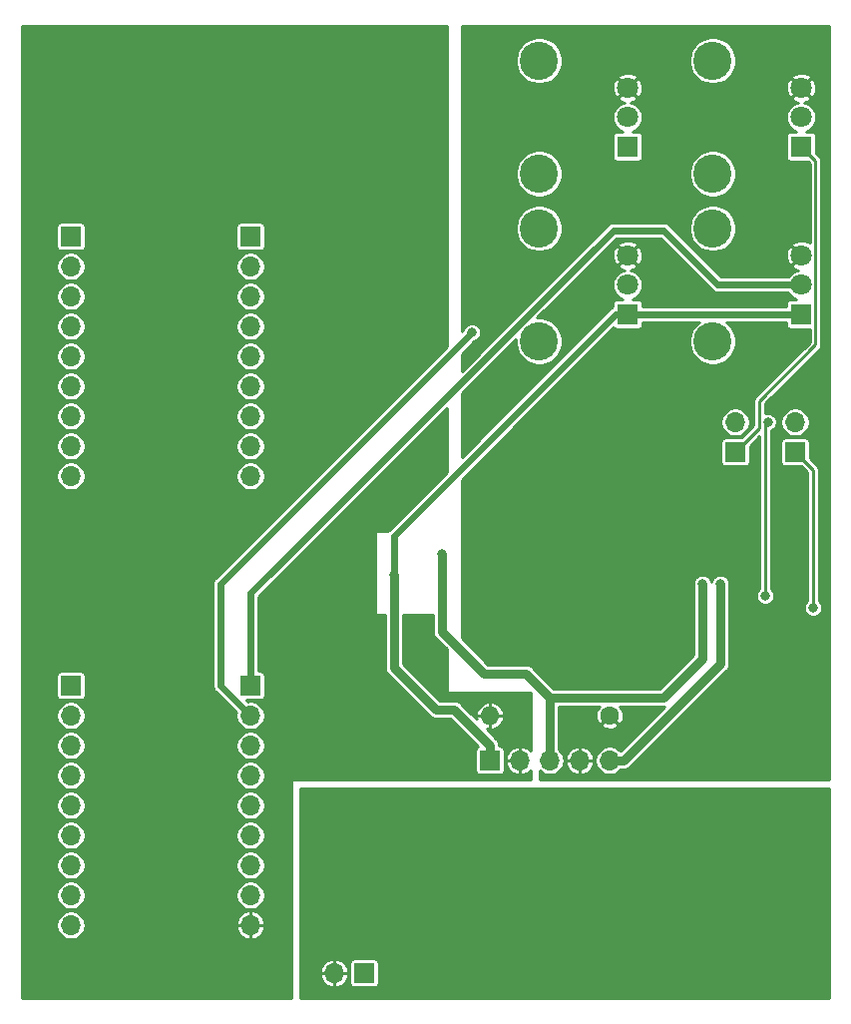
<source format=gbr>
G04 #@! TF.GenerationSoftware,KiCad,Pcbnew,5.1.7*
G04 #@! TF.CreationDate,2020-11-09T12:46:37+01:00*
G04 #@! TF.ProjectId,signal_generator,7369676e-616c-45f6-9765-6e657261746f,rev?*
G04 #@! TF.SameCoordinates,Original*
G04 #@! TF.FileFunction,Copper,L2,Bot*
G04 #@! TF.FilePolarity,Positive*
%FSLAX46Y46*%
G04 Gerber Fmt 4.6, Leading zero omitted, Abs format (unit mm)*
G04 Created by KiCad (PCBNEW 5.1.7) date 2020-11-09 12:46:37*
%MOMM*%
%LPD*%
G01*
G04 APERTURE LIST*
G04 #@! TA.AperFunction,ComponentPad*
%ADD10O,1.600000X1.600000*%
G04 #@! TD*
G04 #@! TA.AperFunction,ComponentPad*
%ADD11C,1.600000*%
G04 #@! TD*
G04 #@! TA.AperFunction,ComponentPad*
%ADD12O,1.700000X1.700000*%
G04 #@! TD*
G04 #@! TA.AperFunction,ComponentPad*
%ADD13R,1.700000X1.700000*%
G04 #@! TD*
G04 #@! TA.AperFunction,ComponentPad*
%ADD14C,3.240000*%
G04 #@! TD*
G04 #@! TA.AperFunction,ComponentPad*
%ADD15C,1.800000*%
G04 #@! TD*
G04 #@! TA.AperFunction,ComponentPad*
%ADD16R,1.800000X1.800000*%
G04 #@! TD*
G04 #@! TA.AperFunction,ViaPad*
%ADD17C,0.800000*%
G04 #@! TD*
G04 #@! TA.AperFunction,Conductor*
%ADD18C,0.250000*%
G04 #@! TD*
G04 #@! TA.AperFunction,Conductor*
%ADD19C,0.800000*%
G04 #@! TD*
G04 #@! TA.AperFunction,Conductor*
%ADD20C,0.600000*%
G04 #@! TD*
G04 #@! TA.AperFunction,Conductor*
%ADD21C,0.400000*%
G04 #@! TD*
G04 #@! TA.AperFunction,Conductor*
%ADD22C,0.254000*%
G04 #@! TD*
G04 #@! TA.AperFunction,Conductor*
%ADD23C,0.100000*%
G04 #@! TD*
G04 APERTURE END LIST*
D10*
X230632000Y-113284000D03*
D11*
X240792000Y-113284000D03*
D12*
X240792000Y-117094000D03*
X238252000Y-117094000D03*
X235712000Y-117094000D03*
X233172000Y-117094000D03*
D13*
X230632000Y-117094000D03*
D12*
X217424000Y-135128000D03*
D13*
X219964000Y-135128000D03*
D12*
X195072000Y-85344000D03*
X195072000Y-87884000D03*
X195072000Y-82804000D03*
X195072000Y-92964000D03*
X195072000Y-80264000D03*
X195072000Y-75184000D03*
X195072000Y-90424000D03*
X195072000Y-77724000D03*
D13*
X195072000Y-72644000D03*
D12*
X210312000Y-85344000D03*
X210312000Y-87884000D03*
X210312000Y-82804000D03*
X210312000Y-92964000D03*
X210312000Y-80264000D03*
X210312000Y-75184000D03*
X210312000Y-90424000D03*
X210312000Y-77724000D03*
D13*
X210312000Y-72644000D03*
D12*
X195072000Y-123444000D03*
X195072000Y-125984000D03*
X195072000Y-120904000D03*
X195072000Y-131064000D03*
X195072000Y-118364000D03*
X195072000Y-113284000D03*
X195072000Y-128524000D03*
X195072000Y-115824000D03*
D13*
X195072000Y-110744000D03*
D12*
X210312000Y-123444000D03*
X210312000Y-125984000D03*
X210312000Y-120904000D03*
X210312000Y-131064000D03*
X210312000Y-118364000D03*
X210312000Y-113284000D03*
X210312000Y-128524000D03*
X210312000Y-115824000D03*
D13*
X210312000Y-110744000D03*
D14*
X234816000Y-67324000D03*
X234816000Y-57724000D03*
D15*
X242316000Y-60024000D03*
X242316000Y-62524000D03*
D16*
X242316000Y-65024000D03*
D14*
X249548000Y-67324000D03*
X249548000Y-57724000D03*
D15*
X257048000Y-60024000D03*
X257048000Y-62524000D03*
D16*
X257048000Y-65024000D03*
D14*
X234816000Y-81548000D03*
X234816000Y-71948000D03*
D15*
X242316000Y-74248000D03*
X242316000Y-76748000D03*
D16*
X242316000Y-79248000D03*
D14*
X249548000Y-81548000D03*
X249548000Y-71948000D03*
D15*
X257048000Y-74248000D03*
X257048000Y-76748000D03*
D16*
X257048000Y-79248000D03*
D12*
X256540000Y-88392000D03*
D13*
X256540000Y-90932000D03*
X251460000Y-90932000D03*
D12*
X251460000Y-88392000D03*
D17*
X242824000Y-84836000D03*
X237236000Y-110490000D03*
X239776000Y-110490000D03*
X242316000Y-110490000D03*
X248920000Y-112268000D03*
X251460000Y-112268000D03*
X254000000Y-112268000D03*
X256540000Y-112268000D03*
X248920000Y-114808000D03*
X251460000Y-114808000D03*
X254000000Y-114808000D03*
X256540000Y-114808000D03*
X248920000Y-117348000D03*
X251460000Y-117348000D03*
X254000000Y-117348000D03*
X256540000Y-117348000D03*
X230108678Y-105167047D03*
X242824000Y-87376000D03*
X240284000Y-89916000D03*
X242824000Y-89916000D03*
X245364000Y-89916000D03*
X240284000Y-92456000D03*
X242824000Y-92456000D03*
X245364000Y-92456000D03*
X231648000Y-84582000D03*
X229616000Y-86360000D03*
X232918000Y-85852000D03*
X230886000Y-87630000D03*
X247650000Y-84836000D03*
X247650000Y-89662000D03*
X247650000Y-93472000D03*
X255778000Y-93726000D03*
X252222000Y-95504000D03*
X258318000Y-105410000D03*
X255778000Y-96520000D03*
X222504000Y-101346000D03*
X258064000Y-104140000D03*
X203200000Y-95504000D03*
X200660000Y-98044000D03*
X205740000Y-100584000D03*
X200660000Y-95504000D03*
X198120000Y-98044000D03*
X200660000Y-100584000D03*
X198120000Y-100584000D03*
X198120000Y-95504000D03*
X205740000Y-98044000D03*
X203200000Y-100584000D03*
X203200000Y-98044000D03*
X205740000Y-95504000D03*
X203200000Y-102616000D03*
X200660000Y-105156000D03*
X205740000Y-107696000D03*
X200660000Y-102616000D03*
X198120000Y-105156000D03*
X200660000Y-107696000D03*
X198120000Y-107696000D03*
X198120000Y-102616000D03*
X205740000Y-105156000D03*
X203200000Y-107696000D03*
X203200000Y-105156000D03*
X205740000Y-102616000D03*
X203708000Y-124968000D03*
X201168000Y-127508000D03*
X206248000Y-130048000D03*
X201168000Y-124968000D03*
X198628000Y-127508000D03*
X201168000Y-130048000D03*
X198628000Y-130048000D03*
X198628000Y-124968000D03*
X206248000Y-127508000D03*
X203708000Y-130048000D03*
X203708000Y-127508000D03*
X206248000Y-124968000D03*
X215138000Y-99822000D03*
X215138000Y-107950000D03*
X215138000Y-102616000D03*
X227076000Y-115570000D03*
X224790000Y-115570000D03*
X214884000Y-113284000D03*
X239776000Y-130556000D03*
X228092000Y-120396000D03*
X226568000Y-99568000D03*
X248666000Y-102108000D03*
X250190004Y-102108000D03*
X229107996Y-80772000D03*
X254000000Y-103124000D03*
X254217010Y-88392000D03*
D18*
X251460000Y-90932000D02*
X253492000Y-88900000D01*
X253492000Y-88900000D02*
X253492000Y-86614000D01*
X258273001Y-66249001D02*
X257048000Y-65024000D01*
X258273001Y-81832999D02*
X258273001Y-66249001D01*
X253492000Y-86614000D02*
X258273001Y-81832999D01*
D19*
X230632000Y-117094000D02*
X230632000Y-115824000D01*
X230632000Y-115824000D02*
X227584000Y-112776000D01*
X227584000Y-112776000D02*
X226060000Y-112776000D01*
X222504000Y-109220000D02*
X222504000Y-101346000D01*
X226060000Y-112776000D02*
X222504000Y-109220000D01*
D20*
X222504000Y-101346000D02*
X222504000Y-98044000D01*
X241300000Y-79248000D02*
X242316000Y-79248000D01*
X222504000Y-98044000D02*
X241300000Y-79248000D01*
X242316000Y-79248000D02*
X257048000Y-79248000D01*
D18*
X258064000Y-92456000D02*
X256540000Y-90932000D01*
X258064000Y-104140000D02*
X258064000Y-92456000D01*
D19*
X215138000Y-99822000D02*
X215138000Y-102616000D01*
X215138000Y-102616000D02*
X215138000Y-107950000D01*
D21*
X239776000Y-130556000D02*
X238760000Y-130556000D01*
X228092000Y-120396000D02*
X226568000Y-120396000D01*
D19*
X235712000Y-117094000D02*
X235712000Y-111760000D01*
X235712000Y-111760000D02*
X233680000Y-109728000D01*
X233680000Y-109728000D02*
X230124000Y-109728000D01*
X226568000Y-106172000D02*
X226568000Y-99568000D01*
X230124000Y-109728000D02*
X226568000Y-106172000D01*
X248666000Y-108458000D02*
X248666000Y-102108000D01*
X245364000Y-111760000D02*
X248666000Y-108458000D01*
X235712000Y-111760000D02*
X245364000Y-111760000D01*
X240792000Y-117094000D02*
X241994081Y-117094000D01*
X241994081Y-117094000D02*
X250190004Y-108898077D01*
X250190004Y-108898077D02*
X250190004Y-102108000D01*
D20*
X210312000Y-102914398D02*
X210312000Y-110744000D01*
X241090398Y-72136000D02*
X210312000Y-102914398D01*
X249976000Y-76748000D02*
X245364000Y-72136000D01*
X245364000Y-72136000D02*
X241090398Y-72136000D01*
X257048000Y-76748000D02*
X249976000Y-76748000D01*
X207772000Y-102107996D02*
X229107996Y-80772000D01*
X207772000Y-110744000D02*
X207772000Y-102107996D01*
X210312000Y-113284000D02*
X207772000Y-110744000D01*
D18*
X254000000Y-88609010D02*
X254217010Y-88392000D01*
X254000000Y-103124000D02*
X254000000Y-88609010D01*
D22*
X259436001Y-137262000D02*
X214503000Y-137262000D01*
X214503000Y-135321221D01*
X216207246Y-135321221D01*
X216268321Y-135554885D01*
X216373808Y-135772144D01*
X216519653Y-135964649D01*
X216700252Y-136125002D01*
X216908664Y-136247041D01*
X217136880Y-136326076D01*
X217230779Y-136344754D01*
X217423500Y-136264500D01*
X217423500Y-135128500D01*
X217424500Y-135128500D01*
X217424500Y-136264500D01*
X217617221Y-136344754D01*
X217711120Y-136326076D01*
X217939336Y-136247041D01*
X218147748Y-136125002D01*
X218328347Y-135964649D01*
X218474192Y-135772144D01*
X218579679Y-135554885D01*
X218640754Y-135321221D01*
X218560500Y-135128500D01*
X217424500Y-135128500D01*
X217423500Y-135128500D01*
X216287500Y-135128500D01*
X216207246Y-135321221D01*
X214503000Y-135321221D01*
X214503000Y-134934779D01*
X216207246Y-134934779D01*
X216287500Y-135127500D01*
X217423500Y-135127500D01*
X217423500Y-133991500D01*
X217424500Y-133991500D01*
X217424500Y-135127500D01*
X218560500Y-135127500D01*
X218640754Y-134934779D01*
X218579679Y-134701115D01*
X218474192Y-134483856D01*
X218328347Y-134291351D01*
X218313311Y-134278000D01*
X218731157Y-134278000D01*
X218731157Y-135978000D01*
X218738513Y-136052689D01*
X218760299Y-136124508D01*
X218795678Y-136190696D01*
X218843289Y-136248711D01*
X218901304Y-136296322D01*
X218967492Y-136331701D01*
X219039311Y-136353487D01*
X219114000Y-136360843D01*
X220814000Y-136360843D01*
X220888689Y-136353487D01*
X220960508Y-136331701D01*
X221026696Y-136296322D01*
X221084711Y-136248711D01*
X221132322Y-136190696D01*
X221167701Y-136124508D01*
X221189487Y-136052689D01*
X221196843Y-135978000D01*
X221196843Y-134278000D01*
X221189487Y-134203311D01*
X221167701Y-134131492D01*
X221132322Y-134065304D01*
X221084711Y-134007289D01*
X221026696Y-133959678D01*
X220960508Y-133924299D01*
X220888689Y-133902513D01*
X220814000Y-133895157D01*
X219114000Y-133895157D01*
X219039311Y-133902513D01*
X218967492Y-133924299D01*
X218901304Y-133959678D01*
X218843289Y-134007289D01*
X218795678Y-134065304D01*
X218760299Y-134131492D01*
X218738513Y-134203311D01*
X218731157Y-134278000D01*
X218313311Y-134278000D01*
X218147748Y-134130998D01*
X217939336Y-134008959D01*
X217711120Y-133929924D01*
X217617221Y-133911246D01*
X217424500Y-133991500D01*
X217423500Y-133991500D01*
X217230779Y-133911246D01*
X217136880Y-133929924D01*
X216908664Y-134008959D01*
X216700252Y-134130998D01*
X216519653Y-134291351D01*
X216373808Y-134483856D01*
X216268321Y-134701115D01*
X216207246Y-134934779D01*
X214503000Y-134934779D01*
X214503000Y-119507000D01*
X259436001Y-119507000D01*
X259436001Y-137262000D01*
G04 #@! TA.AperFunction,Conductor*
D23*
G36*
X259436001Y-137262000D02*
G01*
X214503000Y-137262000D01*
X214503000Y-135321221D01*
X216207246Y-135321221D01*
X216268321Y-135554885D01*
X216373808Y-135772144D01*
X216519653Y-135964649D01*
X216700252Y-136125002D01*
X216908664Y-136247041D01*
X217136880Y-136326076D01*
X217230779Y-136344754D01*
X217423500Y-136264500D01*
X217423500Y-135128500D01*
X217424500Y-135128500D01*
X217424500Y-136264500D01*
X217617221Y-136344754D01*
X217711120Y-136326076D01*
X217939336Y-136247041D01*
X218147748Y-136125002D01*
X218328347Y-135964649D01*
X218474192Y-135772144D01*
X218579679Y-135554885D01*
X218640754Y-135321221D01*
X218560500Y-135128500D01*
X217424500Y-135128500D01*
X217423500Y-135128500D01*
X216287500Y-135128500D01*
X216207246Y-135321221D01*
X214503000Y-135321221D01*
X214503000Y-134934779D01*
X216207246Y-134934779D01*
X216287500Y-135127500D01*
X217423500Y-135127500D01*
X217423500Y-133991500D01*
X217424500Y-133991500D01*
X217424500Y-135127500D01*
X218560500Y-135127500D01*
X218640754Y-134934779D01*
X218579679Y-134701115D01*
X218474192Y-134483856D01*
X218328347Y-134291351D01*
X218313311Y-134278000D01*
X218731157Y-134278000D01*
X218731157Y-135978000D01*
X218738513Y-136052689D01*
X218760299Y-136124508D01*
X218795678Y-136190696D01*
X218843289Y-136248711D01*
X218901304Y-136296322D01*
X218967492Y-136331701D01*
X219039311Y-136353487D01*
X219114000Y-136360843D01*
X220814000Y-136360843D01*
X220888689Y-136353487D01*
X220960508Y-136331701D01*
X221026696Y-136296322D01*
X221084711Y-136248711D01*
X221132322Y-136190696D01*
X221167701Y-136124508D01*
X221189487Y-136052689D01*
X221196843Y-135978000D01*
X221196843Y-134278000D01*
X221189487Y-134203311D01*
X221167701Y-134131492D01*
X221132322Y-134065304D01*
X221084711Y-134007289D01*
X221026696Y-133959678D01*
X220960508Y-133924299D01*
X220888689Y-133902513D01*
X220814000Y-133895157D01*
X219114000Y-133895157D01*
X219039311Y-133902513D01*
X218967492Y-133924299D01*
X218901304Y-133959678D01*
X218843289Y-134007289D01*
X218795678Y-134065304D01*
X218760299Y-134131492D01*
X218738513Y-134203311D01*
X218731157Y-134278000D01*
X218313311Y-134278000D01*
X218147748Y-134130998D01*
X217939336Y-134008959D01*
X217711120Y-133929924D01*
X217617221Y-133911246D01*
X217424500Y-133991500D01*
X217423500Y-133991500D01*
X217230779Y-133911246D01*
X217136880Y-133929924D01*
X216908664Y-134008959D01*
X216700252Y-134130998D01*
X216519653Y-134291351D01*
X216373808Y-134483856D01*
X216268321Y-134701115D01*
X216207246Y-134934779D01*
X214503000Y-134934779D01*
X214503000Y-119507000D01*
X259436001Y-119507000D01*
X259436001Y-137262000D01*
G37*
G04 #@! TD.AperFunction*
D22*
X259436001Y-118745000D02*
X234823000Y-118745000D01*
X234823000Y-117945897D01*
X234927283Y-118050180D01*
X235128903Y-118184898D01*
X235352931Y-118277693D01*
X235590757Y-118325000D01*
X235833243Y-118325000D01*
X236071069Y-118277693D01*
X236295097Y-118184898D01*
X236496717Y-118050180D01*
X236668180Y-117878717D01*
X236802898Y-117677097D01*
X236895693Y-117453069D01*
X236928682Y-117287221D01*
X237035246Y-117287221D01*
X237096321Y-117520885D01*
X237201808Y-117738144D01*
X237347653Y-117930649D01*
X237528252Y-118091002D01*
X237736664Y-118213041D01*
X237964880Y-118292076D01*
X238058779Y-118310754D01*
X238251500Y-118230500D01*
X238251500Y-117094500D01*
X238252500Y-117094500D01*
X238252500Y-118230500D01*
X238445221Y-118310754D01*
X238539120Y-118292076D01*
X238767336Y-118213041D01*
X238975748Y-118091002D01*
X239156347Y-117930649D01*
X239302192Y-117738144D01*
X239407679Y-117520885D01*
X239468754Y-117287221D01*
X239388500Y-117094500D01*
X238252500Y-117094500D01*
X238251500Y-117094500D01*
X237115500Y-117094500D01*
X237035246Y-117287221D01*
X236928682Y-117287221D01*
X236943000Y-117215243D01*
X236943000Y-116972757D01*
X236928683Y-116900779D01*
X237035246Y-116900779D01*
X237115500Y-117093500D01*
X238251500Y-117093500D01*
X238251500Y-115957500D01*
X238252500Y-115957500D01*
X238252500Y-117093500D01*
X239388500Y-117093500D01*
X239468754Y-116900779D01*
X239407679Y-116667115D01*
X239302192Y-116449856D01*
X239156347Y-116257351D01*
X238975748Y-116096998D01*
X238767336Y-115974959D01*
X238539120Y-115895924D01*
X238445221Y-115877246D01*
X238252500Y-115957500D01*
X238251500Y-115957500D01*
X238058779Y-115877246D01*
X237964880Y-115895924D01*
X237736664Y-115974959D01*
X237528252Y-116096998D01*
X237347653Y-116257351D01*
X237201808Y-116449856D01*
X237096321Y-116667115D01*
X237035246Y-116900779D01*
X236928683Y-116900779D01*
X236895693Y-116734931D01*
X236802898Y-116510903D01*
X236668180Y-116309283D01*
X236496717Y-116137820D01*
X236493000Y-116135336D01*
X236493000Y-114056669D01*
X240020038Y-114056669D01*
X240094281Y-114245179D01*
X240295204Y-114362829D01*
X240515219Y-114439019D01*
X240745870Y-114470824D01*
X240978294Y-114457019D01*
X241203559Y-114398136D01*
X241413008Y-114296437D01*
X241489719Y-114245179D01*
X241563962Y-114056669D01*
X240792000Y-113284707D01*
X240020038Y-114056669D01*
X236493000Y-114056669D01*
X236493000Y-112541000D01*
X239945794Y-112541000D01*
X239830821Y-112586281D01*
X239713171Y-112787204D01*
X239636981Y-113007219D01*
X239605176Y-113237870D01*
X239618981Y-113470294D01*
X239677864Y-113695559D01*
X239779563Y-113905008D01*
X239830821Y-113981719D01*
X240019331Y-114055962D01*
X240791293Y-113284000D01*
X240777151Y-113269858D01*
X240777858Y-113269151D01*
X240792000Y-113283293D01*
X240806143Y-113269151D01*
X240806850Y-113269858D01*
X240792707Y-113284000D01*
X241564669Y-114055962D01*
X241753179Y-113981719D01*
X241870829Y-113780796D01*
X241947019Y-113560781D01*
X241978824Y-113330130D01*
X241965019Y-113097706D01*
X241906136Y-112872441D01*
X241804437Y-112662992D01*
X241753179Y-112586281D01*
X241638206Y-112541000D01*
X245325643Y-112541000D01*
X245364000Y-112544778D01*
X245402357Y-112541000D01*
X245402360Y-112541000D01*
X245446975Y-112536606D01*
X241711239Y-116272342D01*
X241576717Y-116137820D01*
X241375097Y-116003102D01*
X241151069Y-115910307D01*
X240913243Y-115863000D01*
X240670757Y-115863000D01*
X240432931Y-115910307D01*
X240208903Y-116003102D01*
X240007283Y-116137820D01*
X239835820Y-116309283D01*
X239701102Y-116510903D01*
X239608307Y-116734931D01*
X239561000Y-116972757D01*
X239561000Y-117215243D01*
X239608307Y-117453069D01*
X239701102Y-117677097D01*
X239835820Y-117878717D01*
X240007283Y-118050180D01*
X240208903Y-118184898D01*
X240432931Y-118277693D01*
X240670757Y-118325000D01*
X240913243Y-118325000D01*
X241151069Y-118277693D01*
X241375097Y-118184898D01*
X241576717Y-118050180D01*
X241748180Y-117878717D01*
X241750664Y-117875000D01*
X241955724Y-117875000D01*
X241994081Y-117878778D01*
X242032438Y-117875000D01*
X242032441Y-117875000D01*
X242147184Y-117863699D01*
X242294403Y-117819040D01*
X242430080Y-117746519D01*
X242549003Y-117648922D01*
X242573459Y-117619122D01*
X250715132Y-109477450D01*
X250744926Y-109452999D01*
X250769378Y-109423204D01*
X250842523Y-109334077D01*
X250915044Y-109198399D01*
X250952331Y-109075481D01*
X250959703Y-109051180D01*
X250971004Y-108936437D01*
X250971004Y-108936427D01*
X250974781Y-108898078D01*
X250971004Y-108859729D01*
X250971004Y-102031078D01*
X250963481Y-101993258D01*
X250959703Y-101954897D01*
X250948514Y-101918013D01*
X250940991Y-101880191D01*
X250926233Y-101844562D01*
X250915044Y-101807678D01*
X250896874Y-101773685D01*
X250882117Y-101738058D01*
X250860693Y-101705994D01*
X250842523Y-101672001D01*
X250818071Y-101642206D01*
X250796646Y-101610141D01*
X250769378Y-101582873D01*
X250744926Y-101553078D01*
X250715131Y-101528626D01*
X250687863Y-101501358D01*
X250655798Y-101479933D01*
X250626003Y-101455481D01*
X250592010Y-101437311D01*
X250559946Y-101415887D01*
X250524319Y-101401130D01*
X250490326Y-101382960D01*
X250453442Y-101371771D01*
X250417813Y-101357013D01*
X250379991Y-101349490D01*
X250343107Y-101338301D01*
X250304747Y-101334523D01*
X250266926Y-101327000D01*
X250228364Y-101327000D01*
X250190004Y-101323222D01*
X250151645Y-101327000D01*
X250113082Y-101327000D01*
X250075261Y-101334523D01*
X250036902Y-101338301D01*
X250000020Y-101349489D01*
X249962195Y-101357013D01*
X249926563Y-101371772D01*
X249889683Y-101382960D01*
X249855693Y-101401128D01*
X249820062Y-101415887D01*
X249787994Y-101437314D01*
X249754006Y-101455481D01*
X249724216Y-101479929D01*
X249692145Y-101501358D01*
X249664872Y-101528631D01*
X249635083Y-101553078D01*
X249610636Y-101582867D01*
X249583362Y-101610141D01*
X249561932Y-101642213D01*
X249537486Y-101672001D01*
X249519320Y-101705987D01*
X249497891Y-101738058D01*
X249483130Y-101773693D01*
X249464965Y-101807678D01*
X249453779Y-101844553D01*
X249439017Y-101880191D01*
X249431492Y-101918022D01*
X249428003Y-101929525D01*
X249424510Y-101918013D01*
X249416987Y-101880191D01*
X249402229Y-101844562D01*
X249391040Y-101807678D01*
X249372870Y-101773685D01*
X249358113Y-101738058D01*
X249336689Y-101705994D01*
X249318519Y-101672001D01*
X249294067Y-101642206D01*
X249272642Y-101610141D01*
X249245374Y-101582873D01*
X249220922Y-101553078D01*
X249191127Y-101528626D01*
X249163859Y-101501358D01*
X249131794Y-101479933D01*
X249101999Y-101455481D01*
X249068006Y-101437311D01*
X249035942Y-101415887D01*
X249000315Y-101401130D01*
X248966322Y-101382960D01*
X248929438Y-101371771D01*
X248893809Y-101357013D01*
X248855987Y-101349490D01*
X248819103Y-101338301D01*
X248780743Y-101334523D01*
X248742922Y-101327000D01*
X248704360Y-101327000D01*
X248666000Y-101323222D01*
X248627641Y-101327000D01*
X248589078Y-101327000D01*
X248551257Y-101334523D01*
X248512898Y-101338301D01*
X248476016Y-101349489D01*
X248438191Y-101357013D01*
X248402559Y-101371772D01*
X248365679Y-101382960D01*
X248331689Y-101401128D01*
X248296058Y-101415887D01*
X248263990Y-101437314D01*
X248230002Y-101455481D01*
X248200212Y-101479929D01*
X248168141Y-101501358D01*
X248140868Y-101528631D01*
X248111079Y-101553078D01*
X248086632Y-101582867D01*
X248059358Y-101610141D01*
X248037928Y-101642213D01*
X248013482Y-101672001D01*
X247995316Y-101705987D01*
X247973887Y-101738058D01*
X247959126Y-101773693D01*
X247940961Y-101807678D01*
X247929775Y-101844553D01*
X247915013Y-101880191D01*
X247907488Y-101918022D01*
X247896302Y-101954897D01*
X247892525Y-101993248D01*
X247885000Y-102031078D01*
X247885000Y-102184922D01*
X247885001Y-102184927D01*
X247885000Y-108134500D01*
X245040500Y-110979000D01*
X236035501Y-110979000D01*
X234259378Y-109202878D01*
X234234922Y-109173078D01*
X234115999Y-109075481D01*
X233980322Y-109002960D01*
X233833103Y-108958301D01*
X233718360Y-108947000D01*
X233718357Y-108947000D01*
X233680000Y-108943222D01*
X233641643Y-108947000D01*
X230447501Y-108947000D01*
X228219000Y-106718500D01*
X228219000Y-93292078D01*
X233240321Y-88270757D01*
X250229000Y-88270757D01*
X250229000Y-88513243D01*
X250276307Y-88751069D01*
X250369102Y-88975097D01*
X250503820Y-89176717D01*
X250675283Y-89348180D01*
X250876903Y-89482898D01*
X251100931Y-89575693D01*
X251338757Y-89623000D01*
X251581243Y-89623000D01*
X251819069Y-89575693D01*
X252043097Y-89482898D01*
X252244717Y-89348180D01*
X252416180Y-89176717D01*
X252550898Y-88975097D01*
X252643693Y-88751069D01*
X252691000Y-88513243D01*
X252691000Y-88270757D01*
X252643693Y-88032931D01*
X252550898Y-87808903D01*
X252416180Y-87607283D01*
X252244717Y-87435820D01*
X252043097Y-87301102D01*
X251819069Y-87208307D01*
X251581243Y-87161000D01*
X251338757Y-87161000D01*
X251100931Y-87208307D01*
X250876903Y-87301102D01*
X250675283Y-87435820D01*
X250503820Y-87607283D01*
X250369102Y-87808903D01*
X250276307Y-88032931D01*
X250229000Y-88270757D01*
X233240321Y-88270757D01*
X241121435Y-80389644D01*
X241145289Y-80418711D01*
X241203304Y-80466322D01*
X241269492Y-80501701D01*
X241341311Y-80523487D01*
X241416000Y-80530843D01*
X243216000Y-80530843D01*
X243290689Y-80523487D01*
X243362508Y-80501701D01*
X243428696Y-80466322D01*
X243486711Y-80418711D01*
X243534322Y-80360696D01*
X243569701Y-80294508D01*
X243591487Y-80222689D01*
X243598843Y-80148000D01*
X243598843Y-79929000D01*
X248369300Y-79929000D01*
X248272437Y-79993722D01*
X247993722Y-80272437D01*
X247774737Y-80600171D01*
X247623897Y-80964330D01*
X247547000Y-81350919D01*
X247547000Y-81745081D01*
X247623897Y-82131670D01*
X247774737Y-82495829D01*
X247993722Y-82823563D01*
X248272437Y-83102278D01*
X248600171Y-83321263D01*
X248964330Y-83472103D01*
X249350919Y-83549000D01*
X249745081Y-83549000D01*
X250131670Y-83472103D01*
X250495829Y-83321263D01*
X250823563Y-83102278D01*
X251102278Y-82823563D01*
X251321263Y-82495829D01*
X251472103Y-82131670D01*
X251549000Y-81745081D01*
X251549000Y-81350919D01*
X251472103Y-80964330D01*
X251321263Y-80600171D01*
X251102278Y-80272437D01*
X250823563Y-79993722D01*
X250726700Y-79929000D01*
X255765157Y-79929000D01*
X255765157Y-80148000D01*
X255772513Y-80222689D01*
X255794299Y-80294508D01*
X255829678Y-80360696D01*
X255877289Y-80418711D01*
X255935304Y-80466322D01*
X256001492Y-80501701D01*
X256073311Y-80523487D01*
X256148000Y-80530843D01*
X257767001Y-80530843D01*
X257767001Y-81623407D01*
X253151781Y-86238628D01*
X253132474Y-86254473D01*
X253069242Y-86331521D01*
X253044127Y-86378508D01*
X253022255Y-86419426D01*
X252993322Y-86514808D01*
X252983553Y-86614000D01*
X252986001Y-86638856D01*
X252986000Y-88690408D01*
X251977252Y-89699157D01*
X250610000Y-89699157D01*
X250535311Y-89706513D01*
X250463492Y-89728299D01*
X250397304Y-89763678D01*
X250339289Y-89811289D01*
X250291678Y-89869304D01*
X250256299Y-89935492D01*
X250234513Y-90007311D01*
X250227157Y-90082000D01*
X250227157Y-91782000D01*
X250234513Y-91856689D01*
X250256299Y-91928508D01*
X250291678Y-91994696D01*
X250339289Y-92052711D01*
X250397304Y-92100322D01*
X250463492Y-92135701D01*
X250535311Y-92157487D01*
X250610000Y-92164843D01*
X252310000Y-92164843D01*
X252384689Y-92157487D01*
X252456508Y-92135701D01*
X252522696Y-92100322D01*
X252580711Y-92052711D01*
X252628322Y-91994696D01*
X252663701Y-91928508D01*
X252685487Y-91856689D01*
X252692843Y-91782000D01*
X252692843Y-90414748D01*
X253494001Y-89613591D01*
X253494000Y-102525499D01*
X253393358Y-102626141D01*
X253307887Y-102754058D01*
X253249013Y-102896191D01*
X253219000Y-103047078D01*
X253219000Y-103200922D01*
X253249013Y-103351809D01*
X253307887Y-103493942D01*
X253393358Y-103621859D01*
X253502141Y-103730642D01*
X253630058Y-103816113D01*
X253772191Y-103874987D01*
X253923078Y-103905000D01*
X254076922Y-103905000D01*
X254227809Y-103874987D01*
X254369942Y-103816113D01*
X254497859Y-103730642D01*
X254606642Y-103621859D01*
X254692113Y-103493942D01*
X254750987Y-103351809D01*
X254781000Y-103200922D01*
X254781000Y-103047078D01*
X254750987Y-102896191D01*
X254692113Y-102754058D01*
X254606642Y-102626141D01*
X254506000Y-102525499D01*
X254506000Y-90082000D01*
X255307157Y-90082000D01*
X255307157Y-91782000D01*
X255314513Y-91856689D01*
X255336299Y-91928508D01*
X255371678Y-91994696D01*
X255419289Y-92052711D01*
X255477304Y-92100322D01*
X255543492Y-92135701D01*
X255615311Y-92157487D01*
X255690000Y-92164843D01*
X257057251Y-92164843D01*
X257558001Y-92665593D01*
X257558000Y-103541499D01*
X257457358Y-103642141D01*
X257371887Y-103770058D01*
X257313013Y-103912191D01*
X257283000Y-104063078D01*
X257283000Y-104216922D01*
X257313013Y-104367809D01*
X257371887Y-104509942D01*
X257457358Y-104637859D01*
X257566141Y-104746642D01*
X257694058Y-104832113D01*
X257836191Y-104890987D01*
X257987078Y-104921000D01*
X258140922Y-104921000D01*
X258291809Y-104890987D01*
X258433942Y-104832113D01*
X258561859Y-104746642D01*
X258670642Y-104637859D01*
X258756113Y-104509942D01*
X258814987Y-104367809D01*
X258845000Y-104216922D01*
X258845000Y-104063078D01*
X258814987Y-103912191D01*
X258756113Y-103770058D01*
X258670642Y-103642141D01*
X258570000Y-103541499D01*
X258570000Y-92480845D01*
X258572447Y-92455999D01*
X258570000Y-92431153D01*
X258570000Y-92431146D01*
X258562678Y-92356807D01*
X258533745Y-92261425D01*
X258486759Y-92173521D01*
X258423527Y-92096473D01*
X258404220Y-92080628D01*
X257772843Y-91449251D01*
X257772843Y-90082000D01*
X257765487Y-90007311D01*
X257743701Y-89935492D01*
X257708322Y-89869304D01*
X257660711Y-89811289D01*
X257602696Y-89763678D01*
X257536508Y-89728299D01*
X257464689Y-89706513D01*
X257390000Y-89699157D01*
X255690000Y-89699157D01*
X255615311Y-89706513D01*
X255543492Y-89728299D01*
X255477304Y-89763678D01*
X255419289Y-89811289D01*
X255371678Y-89869304D01*
X255336299Y-89935492D01*
X255314513Y-90007311D01*
X255307157Y-90082000D01*
X254506000Y-90082000D01*
X254506000Y-89117645D01*
X254586952Y-89084113D01*
X254714869Y-88998642D01*
X254823652Y-88889859D01*
X254909123Y-88761942D01*
X254967997Y-88619809D01*
X254998010Y-88468922D01*
X254998010Y-88315078D01*
X254989195Y-88270757D01*
X255309000Y-88270757D01*
X255309000Y-88513243D01*
X255356307Y-88751069D01*
X255449102Y-88975097D01*
X255583820Y-89176717D01*
X255755283Y-89348180D01*
X255956903Y-89482898D01*
X256180931Y-89575693D01*
X256418757Y-89623000D01*
X256661243Y-89623000D01*
X256899069Y-89575693D01*
X257123097Y-89482898D01*
X257324717Y-89348180D01*
X257496180Y-89176717D01*
X257630898Y-88975097D01*
X257723693Y-88751069D01*
X257771000Y-88513243D01*
X257771000Y-88270757D01*
X257723693Y-88032931D01*
X257630898Y-87808903D01*
X257496180Y-87607283D01*
X257324717Y-87435820D01*
X257123097Y-87301102D01*
X256899069Y-87208307D01*
X256661243Y-87161000D01*
X256418757Y-87161000D01*
X256180931Y-87208307D01*
X255956903Y-87301102D01*
X255755283Y-87435820D01*
X255583820Y-87607283D01*
X255449102Y-87808903D01*
X255356307Y-88032931D01*
X255309000Y-88270757D01*
X254989195Y-88270757D01*
X254967997Y-88164191D01*
X254909123Y-88022058D01*
X254823652Y-87894141D01*
X254714869Y-87785358D01*
X254586952Y-87699887D01*
X254444819Y-87641013D01*
X254293932Y-87611000D01*
X254140088Y-87611000D01*
X253998000Y-87639263D01*
X253998000Y-86823591D01*
X258613221Y-82208371D01*
X258632528Y-82192526D01*
X258695760Y-82115478D01*
X258742746Y-82027574D01*
X258771679Y-81932192D01*
X258779001Y-81857853D01*
X258779001Y-81857846D01*
X258781448Y-81833000D01*
X258779001Y-81808154D01*
X258779001Y-66273846D01*
X258781448Y-66249000D01*
X258779001Y-66224154D01*
X258779001Y-66224147D01*
X258771679Y-66149808D01*
X258742746Y-66054426D01*
X258695760Y-65966522D01*
X258632528Y-65889474D01*
X258613221Y-65873629D01*
X258330843Y-65591251D01*
X258330843Y-64124000D01*
X258323487Y-64049311D01*
X258301701Y-63977492D01*
X258266322Y-63911304D01*
X258218711Y-63853289D01*
X258160696Y-63805678D01*
X258094508Y-63770299D01*
X258022689Y-63748513D01*
X257948000Y-63741157D01*
X257456937Y-63741157D01*
X257654781Y-63659207D01*
X257864590Y-63519018D01*
X258043018Y-63340590D01*
X258183207Y-63130781D01*
X258279772Y-62897654D01*
X258329000Y-62650167D01*
X258329000Y-62397833D01*
X258279772Y-62150346D01*
X258183207Y-61917219D01*
X258043018Y-61707410D01*
X257864590Y-61528982D01*
X257654781Y-61388793D01*
X257421654Y-61292228D01*
X257332960Y-61274586D01*
X257494338Y-61232408D01*
X257721511Y-61122113D01*
X257804782Y-61066472D01*
X257891015Y-60867722D01*
X257048000Y-60024707D01*
X256204985Y-60867722D01*
X256291218Y-61066472D01*
X256509135Y-61194082D01*
X256747760Y-61276727D01*
X256750426Y-61277095D01*
X256674346Y-61292228D01*
X256441219Y-61388793D01*
X256231410Y-61528982D01*
X256052982Y-61707410D01*
X255912793Y-61917219D01*
X255816228Y-62150346D01*
X255767000Y-62397833D01*
X255767000Y-62650167D01*
X255816228Y-62897654D01*
X255912793Y-63130781D01*
X256052982Y-63340590D01*
X256231410Y-63519018D01*
X256441219Y-63659207D01*
X256639063Y-63741157D01*
X256148000Y-63741157D01*
X256073311Y-63748513D01*
X256001492Y-63770299D01*
X255935304Y-63805678D01*
X255877289Y-63853289D01*
X255829678Y-63911304D01*
X255794299Y-63977492D01*
X255772513Y-64049311D01*
X255765157Y-64124000D01*
X255765157Y-65924000D01*
X255772513Y-65998689D01*
X255794299Y-66070508D01*
X255829678Y-66136696D01*
X255877289Y-66194711D01*
X255935304Y-66242322D01*
X256001492Y-66277701D01*
X256073311Y-66299487D01*
X256148000Y-66306843D01*
X257615251Y-66306843D01*
X257767002Y-66458594D01*
X257767002Y-73183404D01*
X257586865Y-73077918D01*
X257348240Y-72995273D01*
X257098076Y-72960770D01*
X256845987Y-72975735D01*
X256601662Y-73039592D01*
X256374489Y-73149887D01*
X256291218Y-73205528D01*
X256204985Y-73404278D01*
X257048000Y-74247293D01*
X257062143Y-74233151D01*
X257062850Y-74233858D01*
X257048707Y-74248000D01*
X257062850Y-74262143D01*
X257062143Y-74262850D01*
X257048000Y-74248707D01*
X256204985Y-75091722D01*
X256291218Y-75290472D01*
X256509135Y-75418082D01*
X256747760Y-75500727D01*
X256750426Y-75501095D01*
X256674346Y-75516228D01*
X256441219Y-75612793D01*
X256231410Y-75752982D01*
X256052982Y-75931410D01*
X255962384Y-76067000D01*
X250258079Y-76067000D01*
X248389003Y-74197924D01*
X255760770Y-74197924D01*
X255775735Y-74450013D01*
X255839592Y-74694338D01*
X255949887Y-74921511D01*
X256005528Y-75004782D01*
X256204278Y-75091015D01*
X257047293Y-74248000D01*
X256204278Y-73404985D01*
X256005528Y-73491218D01*
X255877918Y-73709135D01*
X255795273Y-73947760D01*
X255760770Y-74197924D01*
X248389003Y-74197924D01*
X245941998Y-71750919D01*
X247547000Y-71750919D01*
X247547000Y-72145081D01*
X247623897Y-72531670D01*
X247774737Y-72895829D01*
X247993722Y-73223563D01*
X248272437Y-73502278D01*
X248600171Y-73721263D01*
X248964330Y-73872103D01*
X249350919Y-73949000D01*
X249745081Y-73949000D01*
X250131670Y-73872103D01*
X250495829Y-73721263D01*
X250823563Y-73502278D01*
X251102278Y-73223563D01*
X251321263Y-72895829D01*
X251472103Y-72531670D01*
X251549000Y-72145081D01*
X251549000Y-71750919D01*
X251472103Y-71364330D01*
X251321263Y-71000171D01*
X251102278Y-70672437D01*
X250823563Y-70393722D01*
X250495829Y-70174737D01*
X250131670Y-70023897D01*
X249745081Y-69947000D01*
X249350919Y-69947000D01*
X248964330Y-70023897D01*
X248600171Y-70174737D01*
X248272437Y-70393722D01*
X247993722Y-70672437D01*
X247774737Y-71000171D01*
X247623897Y-71364330D01*
X247547000Y-71750919D01*
X245941998Y-71750919D01*
X245869204Y-71678126D01*
X245847870Y-71652130D01*
X245744174Y-71567030D01*
X245625868Y-71503794D01*
X245497499Y-71464854D01*
X245397453Y-71455000D01*
X245364000Y-71451705D01*
X245330547Y-71455000D01*
X241123851Y-71455000D01*
X241090398Y-71451705D01*
X241056945Y-71455000D01*
X240956899Y-71464854D01*
X240828530Y-71503794D01*
X240710224Y-71567030D01*
X240606528Y-71652130D01*
X240585198Y-71678121D01*
X228219000Y-84044319D01*
X228219000Y-82624075D01*
X229316185Y-81526890D01*
X229335805Y-81522987D01*
X229477938Y-81464113D01*
X229605855Y-81378642D01*
X229714638Y-81269859D01*
X229800109Y-81141942D01*
X229858983Y-80999809D01*
X229888996Y-80848922D01*
X229888996Y-80695078D01*
X229858983Y-80544191D01*
X229800109Y-80402058D01*
X229714638Y-80274141D01*
X229605855Y-80165358D01*
X229477938Y-80079887D01*
X229335805Y-80021013D01*
X229184918Y-79991000D01*
X229031074Y-79991000D01*
X228880187Y-80021013D01*
X228738054Y-80079887D01*
X228610137Y-80165358D01*
X228501354Y-80274141D01*
X228415883Y-80402058D01*
X228357009Y-80544191D01*
X228353106Y-80563811D01*
X228219000Y-80697917D01*
X228219000Y-71750919D01*
X232815000Y-71750919D01*
X232815000Y-72145081D01*
X232891897Y-72531670D01*
X233042737Y-72895829D01*
X233261722Y-73223563D01*
X233540437Y-73502278D01*
X233868171Y-73721263D01*
X234232330Y-73872103D01*
X234618919Y-73949000D01*
X235013081Y-73949000D01*
X235399670Y-73872103D01*
X235763829Y-73721263D01*
X236091563Y-73502278D01*
X236370278Y-73223563D01*
X236589263Y-72895829D01*
X236740103Y-72531670D01*
X236817000Y-72145081D01*
X236817000Y-71750919D01*
X236740103Y-71364330D01*
X236589263Y-71000171D01*
X236370278Y-70672437D01*
X236091563Y-70393722D01*
X235763829Y-70174737D01*
X235399670Y-70023897D01*
X235013081Y-69947000D01*
X234618919Y-69947000D01*
X234232330Y-70023897D01*
X233868171Y-70174737D01*
X233540437Y-70393722D01*
X233261722Y-70672437D01*
X233042737Y-71000171D01*
X232891897Y-71364330D01*
X232815000Y-71750919D01*
X228219000Y-71750919D01*
X228219000Y-67126919D01*
X232815000Y-67126919D01*
X232815000Y-67521081D01*
X232891897Y-67907670D01*
X233042737Y-68271829D01*
X233261722Y-68599563D01*
X233540437Y-68878278D01*
X233868171Y-69097263D01*
X234232330Y-69248103D01*
X234618919Y-69325000D01*
X235013081Y-69325000D01*
X235399670Y-69248103D01*
X235763829Y-69097263D01*
X236091563Y-68878278D01*
X236370278Y-68599563D01*
X236589263Y-68271829D01*
X236740103Y-67907670D01*
X236817000Y-67521081D01*
X236817000Y-67126919D01*
X247547000Y-67126919D01*
X247547000Y-67521081D01*
X247623897Y-67907670D01*
X247774737Y-68271829D01*
X247993722Y-68599563D01*
X248272437Y-68878278D01*
X248600171Y-69097263D01*
X248964330Y-69248103D01*
X249350919Y-69325000D01*
X249745081Y-69325000D01*
X250131670Y-69248103D01*
X250495829Y-69097263D01*
X250823563Y-68878278D01*
X251102278Y-68599563D01*
X251321263Y-68271829D01*
X251472103Y-67907670D01*
X251549000Y-67521081D01*
X251549000Y-67126919D01*
X251472103Y-66740330D01*
X251321263Y-66376171D01*
X251102278Y-66048437D01*
X250823563Y-65769722D01*
X250495829Y-65550737D01*
X250131670Y-65399897D01*
X249745081Y-65323000D01*
X249350919Y-65323000D01*
X248964330Y-65399897D01*
X248600171Y-65550737D01*
X248272437Y-65769722D01*
X247993722Y-66048437D01*
X247774737Y-66376171D01*
X247623897Y-66740330D01*
X247547000Y-67126919D01*
X236817000Y-67126919D01*
X236740103Y-66740330D01*
X236589263Y-66376171D01*
X236370278Y-66048437D01*
X236091563Y-65769722D01*
X235763829Y-65550737D01*
X235399670Y-65399897D01*
X235013081Y-65323000D01*
X234618919Y-65323000D01*
X234232330Y-65399897D01*
X233868171Y-65550737D01*
X233540437Y-65769722D01*
X233261722Y-66048437D01*
X233042737Y-66376171D01*
X232891897Y-66740330D01*
X232815000Y-67126919D01*
X228219000Y-67126919D01*
X228219000Y-64124000D01*
X241033157Y-64124000D01*
X241033157Y-65924000D01*
X241040513Y-65998689D01*
X241062299Y-66070508D01*
X241097678Y-66136696D01*
X241145289Y-66194711D01*
X241203304Y-66242322D01*
X241269492Y-66277701D01*
X241341311Y-66299487D01*
X241416000Y-66306843D01*
X243216000Y-66306843D01*
X243290689Y-66299487D01*
X243362508Y-66277701D01*
X243428696Y-66242322D01*
X243486711Y-66194711D01*
X243534322Y-66136696D01*
X243569701Y-66070508D01*
X243591487Y-65998689D01*
X243598843Y-65924000D01*
X243598843Y-64124000D01*
X243591487Y-64049311D01*
X243569701Y-63977492D01*
X243534322Y-63911304D01*
X243486711Y-63853289D01*
X243428696Y-63805678D01*
X243362508Y-63770299D01*
X243290689Y-63748513D01*
X243216000Y-63741157D01*
X242724937Y-63741157D01*
X242922781Y-63659207D01*
X243132590Y-63519018D01*
X243311018Y-63340590D01*
X243451207Y-63130781D01*
X243547772Y-62897654D01*
X243597000Y-62650167D01*
X243597000Y-62397833D01*
X243547772Y-62150346D01*
X243451207Y-61917219D01*
X243311018Y-61707410D01*
X243132590Y-61528982D01*
X242922781Y-61388793D01*
X242689654Y-61292228D01*
X242600960Y-61274586D01*
X242762338Y-61232408D01*
X242989511Y-61122113D01*
X243072782Y-61066472D01*
X243159015Y-60867722D01*
X242316000Y-60024707D01*
X241472985Y-60867722D01*
X241559218Y-61066472D01*
X241777135Y-61194082D01*
X242015760Y-61276727D01*
X242018426Y-61277095D01*
X241942346Y-61292228D01*
X241709219Y-61388793D01*
X241499410Y-61528982D01*
X241320982Y-61707410D01*
X241180793Y-61917219D01*
X241084228Y-62150346D01*
X241035000Y-62397833D01*
X241035000Y-62650167D01*
X241084228Y-62897654D01*
X241180793Y-63130781D01*
X241320982Y-63340590D01*
X241499410Y-63519018D01*
X241709219Y-63659207D01*
X241907063Y-63741157D01*
X241416000Y-63741157D01*
X241341311Y-63748513D01*
X241269492Y-63770299D01*
X241203304Y-63805678D01*
X241145289Y-63853289D01*
X241097678Y-63911304D01*
X241062299Y-63977492D01*
X241040513Y-64049311D01*
X241033157Y-64124000D01*
X228219000Y-64124000D01*
X228219000Y-59973924D01*
X241028770Y-59973924D01*
X241043735Y-60226013D01*
X241107592Y-60470338D01*
X241217887Y-60697511D01*
X241273528Y-60780782D01*
X241472278Y-60867015D01*
X242315293Y-60024000D01*
X242316707Y-60024000D01*
X243159722Y-60867015D01*
X243358472Y-60780782D01*
X243486082Y-60562865D01*
X243568727Y-60324240D01*
X243603230Y-60074076D01*
X243597285Y-59973924D01*
X255760770Y-59973924D01*
X255775735Y-60226013D01*
X255839592Y-60470338D01*
X255949887Y-60697511D01*
X256005528Y-60780782D01*
X256204278Y-60867015D01*
X257047293Y-60024000D01*
X257048707Y-60024000D01*
X257891722Y-60867015D01*
X258090472Y-60780782D01*
X258218082Y-60562865D01*
X258300727Y-60324240D01*
X258335230Y-60074076D01*
X258320265Y-59821987D01*
X258256408Y-59577662D01*
X258146113Y-59350489D01*
X258090472Y-59267218D01*
X257891722Y-59180985D01*
X257048707Y-60024000D01*
X257047293Y-60024000D01*
X256204278Y-59180985D01*
X256005528Y-59267218D01*
X255877918Y-59485135D01*
X255795273Y-59723760D01*
X255760770Y-59973924D01*
X243597285Y-59973924D01*
X243588265Y-59821987D01*
X243524408Y-59577662D01*
X243414113Y-59350489D01*
X243358472Y-59267218D01*
X243159722Y-59180985D01*
X242316707Y-60024000D01*
X242315293Y-60024000D01*
X241472278Y-59180985D01*
X241273528Y-59267218D01*
X241145918Y-59485135D01*
X241063273Y-59723760D01*
X241028770Y-59973924D01*
X228219000Y-59973924D01*
X228219000Y-57526919D01*
X232815000Y-57526919D01*
X232815000Y-57921081D01*
X232891897Y-58307670D01*
X233042737Y-58671829D01*
X233261722Y-58999563D01*
X233540437Y-59278278D01*
X233868171Y-59497263D01*
X234232330Y-59648103D01*
X234618919Y-59725000D01*
X235013081Y-59725000D01*
X235399670Y-59648103D01*
X235763829Y-59497263D01*
X236091563Y-59278278D01*
X236189563Y-59180278D01*
X241472985Y-59180278D01*
X242316000Y-60023293D01*
X243159015Y-59180278D01*
X243072782Y-58981528D01*
X242854865Y-58853918D01*
X242616240Y-58771273D01*
X242366076Y-58736770D01*
X242113987Y-58751735D01*
X241869662Y-58815592D01*
X241642489Y-58925887D01*
X241559218Y-58981528D01*
X241472985Y-59180278D01*
X236189563Y-59180278D01*
X236370278Y-58999563D01*
X236589263Y-58671829D01*
X236740103Y-58307670D01*
X236817000Y-57921081D01*
X236817000Y-57526919D01*
X247547000Y-57526919D01*
X247547000Y-57921081D01*
X247623897Y-58307670D01*
X247774737Y-58671829D01*
X247993722Y-58999563D01*
X248272437Y-59278278D01*
X248600171Y-59497263D01*
X248964330Y-59648103D01*
X249350919Y-59725000D01*
X249745081Y-59725000D01*
X250131670Y-59648103D01*
X250495829Y-59497263D01*
X250823563Y-59278278D01*
X250921563Y-59180278D01*
X256204985Y-59180278D01*
X257048000Y-60023293D01*
X257891015Y-59180278D01*
X257804782Y-58981528D01*
X257586865Y-58853918D01*
X257348240Y-58771273D01*
X257098076Y-58736770D01*
X256845987Y-58751735D01*
X256601662Y-58815592D01*
X256374489Y-58925887D01*
X256291218Y-58981528D01*
X256204985Y-59180278D01*
X250921563Y-59180278D01*
X251102278Y-58999563D01*
X251321263Y-58671829D01*
X251472103Y-58307670D01*
X251549000Y-57921081D01*
X251549000Y-57526919D01*
X251472103Y-57140330D01*
X251321263Y-56776171D01*
X251102278Y-56448437D01*
X250823563Y-56169722D01*
X250495829Y-55950737D01*
X250131670Y-55799897D01*
X249745081Y-55723000D01*
X249350919Y-55723000D01*
X248964330Y-55799897D01*
X248600171Y-55950737D01*
X248272437Y-56169722D01*
X247993722Y-56448437D01*
X247774737Y-56776171D01*
X247623897Y-57140330D01*
X247547000Y-57526919D01*
X236817000Y-57526919D01*
X236740103Y-57140330D01*
X236589263Y-56776171D01*
X236370278Y-56448437D01*
X236091563Y-56169722D01*
X235763829Y-55950737D01*
X235399670Y-55799897D01*
X235013081Y-55723000D01*
X234618919Y-55723000D01*
X234232330Y-55799897D01*
X233868171Y-55950737D01*
X233540437Y-56169722D01*
X233261722Y-56448437D01*
X233042737Y-56776171D01*
X232891897Y-57140330D01*
X232815000Y-57526919D01*
X228219000Y-57526919D01*
X228219000Y-54762000D01*
X259436000Y-54762000D01*
X259436001Y-118745000D01*
G04 #@! TA.AperFunction,Conductor*
D23*
G36*
X259436001Y-118745000D02*
G01*
X234823000Y-118745000D01*
X234823000Y-117945897D01*
X234927283Y-118050180D01*
X235128903Y-118184898D01*
X235352931Y-118277693D01*
X235590757Y-118325000D01*
X235833243Y-118325000D01*
X236071069Y-118277693D01*
X236295097Y-118184898D01*
X236496717Y-118050180D01*
X236668180Y-117878717D01*
X236802898Y-117677097D01*
X236895693Y-117453069D01*
X236928682Y-117287221D01*
X237035246Y-117287221D01*
X237096321Y-117520885D01*
X237201808Y-117738144D01*
X237347653Y-117930649D01*
X237528252Y-118091002D01*
X237736664Y-118213041D01*
X237964880Y-118292076D01*
X238058779Y-118310754D01*
X238251500Y-118230500D01*
X238251500Y-117094500D01*
X238252500Y-117094500D01*
X238252500Y-118230500D01*
X238445221Y-118310754D01*
X238539120Y-118292076D01*
X238767336Y-118213041D01*
X238975748Y-118091002D01*
X239156347Y-117930649D01*
X239302192Y-117738144D01*
X239407679Y-117520885D01*
X239468754Y-117287221D01*
X239388500Y-117094500D01*
X238252500Y-117094500D01*
X238251500Y-117094500D01*
X237115500Y-117094500D01*
X237035246Y-117287221D01*
X236928682Y-117287221D01*
X236943000Y-117215243D01*
X236943000Y-116972757D01*
X236928683Y-116900779D01*
X237035246Y-116900779D01*
X237115500Y-117093500D01*
X238251500Y-117093500D01*
X238251500Y-115957500D01*
X238252500Y-115957500D01*
X238252500Y-117093500D01*
X239388500Y-117093500D01*
X239468754Y-116900779D01*
X239407679Y-116667115D01*
X239302192Y-116449856D01*
X239156347Y-116257351D01*
X238975748Y-116096998D01*
X238767336Y-115974959D01*
X238539120Y-115895924D01*
X238445221Y-115877246D01*
X238252500Y-115957500D01*
X238251500Y-115957500D01*
X238058779Y-115877246D01*
X237964880Y-115895924D01*
X237736664Y-115974959D01*
X237528252Y-116096998D01*
X237347653Y-116257351D01*
X237201808Y-116449856D01*
X237096321Y-116667115D01*
X237035246Y-116900779D01*
X236928683Y-116900779D01*
X236895693Y-116734931D01*
X236802898Y-116510903D01*
X236668180Y-116309283D01*
X236496717Y-116137820D01*
X236493000Y-116135336D01*
X236493000Y-114056669D01*
X240020038Y-114056669D01*
X240094281Y-114245179D01*
X240295204Y-114362829D01*
X240515219Y-114439019D01*
X240745870Y-114470824D01*
X240978294Y-114457019D01*
X241203559Y-114398136D01*
X241413008Y-114296437D01*
X241489719Y-114245179D01*
X241563962Y-114056669D01*
X240792000Y-113284707D01*
X240020038Y-114056669D01*
X236493000Y-114056669D01*
X236493000Y-112541000D01*
X239945794Y-112541000D01*
X239830821Y-112586281D01*
X239713171Y-112787204D01*
X239636981Y-113007219D01*
X239605176Y-113237870D01*
X239618981Y-113470294D01*
X239677864Y-113695559D01*
X239779563Y-113905008D01*
X239830821Y-113981719D01*
X240019331Y-114055962D01*
X240791293Y-113284000D01*
X240777151Y-113269858D01*
X240777858Y-113269151D01*
X240792000Y-113283293D01*
X240806143Y-113269151D01*
X240806850Y-113269858D01*
X240792707Y-113284000D01*
X241564669Y-114055962D01*
X241753179Y-113981719D01*
X241870829Y-113780796D01*
X241947019Y-113560781D01*
X241978824Y-113330130D01*
X241965019Y-113097706D01*
X241906136Y-112872441D01*
X241804437Y-112662992D01*
X241753179Y-112586281D01*
X241638206Y-112541000D01*
X245325643Y-112541000D01*
X245364000Y-112544778D01*
X245402357Y-112541000D01*
X245402360Y-112541000D01*
X245446975Y-112536606D01*
X241711239Y-116272342D01*
X241576717Y-116137820D01*
X241375097Y-116003102D01*
X241151069Y-115910307D01*
X240913243Y-115863000D01*
X240670757Y-115863000D01*
X240432931Y-115910307D01*
X240208903Y-116003102D01*
X240007283Y-116137820D01*
X239835820Y-116309283D01*
X239701102Y-116510903D01*
X239608307Y-116734931D01*
X239561000Y-116972757D01*
X239561000Y-117215243D01*
X239608307Y-117453069D01*
X239701102Y-117677097D01*
X239835820Y-117878717D01*
X240007283Y-118050180D01*
X240208903Y-118184898D01*
X240432931Y-118277693D01*
X240670757Y-118325000D01*
X240913243Y-118325000D01*
X241151069Y-118277693D01*
X241375097Y-118184898D01*
X241576717Y-118050180D01*
X241748180Y-117878717D01*
X241750664Y-117875000D01*
X241955724Y-117875000D01*
X241994081Y-117878778D01*
X242032438Y-117875000D01*
X242032441Y-117875000D01*
X242147184Y-117863699D01*
X242294403Y-117819040D01*
X242430080Y-117746519D01*
X242549003Y-117648922D01*
X242573459Y-117619122D01*
X250715132Y-109477450D01*
X250744926Y-109452999D01*
X250769378Y-109423204D01*
X250842523Y-109334077D01*
X250915044Y-109198399D01*
X250952331Y-109075481D01*
X250959703Y-109051180D01*
X250971004Y-108936437D01*
X250971004Y-108936427D01*
X250974781Y-108898078D01*
X250971004Y-108859729D01*
X250971004Y-102031078D01*
X250963481Y-101993258D01*
X250959703Y-101954897D01*
X250948514Y-101918013D01*
X250940991Y-101880191D01*
X250926233Y-101844562D01*
X250915044Y-101807678D01*
X250896874Y-101773685D01*
X250882117Y-101738058D01*
X250860693Y-101705994D01*
X250842523Y-101672001D01*
X250818071Y-101642206D01*
X250796646Y-101610141D01*
X250769378Y-101582873D01*
X250744926Y-101553078D01*
X250715131Y-101528626D01*
X250687863Y-101501358D01*
X250655798Y-101479933D01*
X250626003Y-101455481D01*
X250592010Y-101437311D01*
X250559946Y-101415887D01*
X250524319Y-101401130D01*
X250490326Y-101382960D01*
X250453442Y-101371771D01*
X250417813Y-101357013D01*
X250379991Y-101349490D01*
X250343107Y-101338301D01*
X250304747Y-101334523D01*
X250266926Y-101327000D01*
X250228364Y-101327000D01*
X250190004Y-101323222D01*
X250151645Y-101327000D01*
X250113082Y-101327000D01*
X250075261Y-101334523D01*
X250036902Y-101338301D01*
X250000020Y-101349489D01*
X249962195Y-101357013D01*
X249926563Y-101371772D01*
X249889683Y-101382960D01*
X249855693Y-101401128D01*
X249820062Y-101415887D01*
X249787994Y-101437314D01*
X249754006Y-101455481D01*
X249724216Y-101479929D01*
X249692145Y-101501358D01*
X249664872Y-101528631D01*
X249635083Y-101553078D01*
X249610636Y-101582867D01*
X249583362Y-101610141D01*
X249561932Y-101642213D01*
X249537486Y-101672001D01*
X249519320Y-101705987D01*
X249497891Y-101738058D01*
X249483130Y-101773693D01*
X249464965Y-101807678D01*
X249453779Y-101844553D01*
X249439017Y-101880191D01*
X249431492Y-101918022D01*
X249428003Y-101929525D01*
X249424510Y-101918013D01*
X249416987Y-101880191D01*
X249402229Y-101844562D01*
X249391040Y-101807678D01*
X249372870Y-101773685D01*
X249358113Y-101738058D01*
X249336689Y-101705994D01*
X249318519Y-101672001D01*
X249294067Y-101642206D01*
X249272642Y-101610141D01*
X249245374Y-101582873D01*
X249220922Y-101553078D01*
X249191127Y-101528626D01*
X249163859Y-101501358D01*
X249131794Y-101479933D01*
X249101999Y-101455481D01*
X249068006Y-101437311D01*
X249035942Y-101415887D01*
X249000315Y-101401130D01*
X248966322Y-101382960D01*
X248929438Y-101371771D01*
X248893809Y-101357013D01*
X248855987Y-101349490D01*
X248819103Y-101338301D01*
X248780743Y-101334523D01*
X248742922Y-101327000D01*
X248704360Y-101327000D01*
X248666000Y-101323222D01*
X248627641Y-101327000D01*
X248589078Y-101327000D01*
X248551257Y-101334523D01*
X248512898Y-101338301D01*
X248476016Y-101349489D01*
X248438191Y-101357013D01*
X248402559Y-101371772D01*
X248365679Y-101382960D01*
X248331689Y-101401128D01*
X248296058Y-101415887D01*
X248263990Y-101437314D01*
X248230002Y-101455481D01*
X248200212Y-101479929D01*
X248168141Y-101501358D01*
X248140868Y-101528631D01*
X248111079Y-101553078D01*
X248086632Y-101582867D01*
X248059358Y-101610141D01*
X248037928Y-101642213D01*
X248013482Y-101672001D01*
X247995316Y-101705987D01*
X247973887Y-101738058D01*
X247959126Y-101773693D01*
X247940961Y-101807678D01*
X247929775Y-101844553D01*
X247915013Y-101880191D01*
X247907488Y-101918022D01*
X247896302Y-101954897D01*
X247892525Y-101993248D01*
X247885000Y-102031078D01*
X247885000Y-102184922D01*
X247885001Y-102184927D01*
X247885000Y-108134500D01*
X245040500Y-110979000D01*
X236035501Y-110979000D01*
X234259378Y-109202878D01*
X234234922Y-109173078D01*
X234115999Y-109075481D01*
X233980322Y-109002960D01*
X233833103Y-108958301D01*
X233718360Y-108947000D01*
X233718357Y-108947000D01*
X233680000Y-108943222D01*
X233641643Y-108947000D01*
X230447501Y-108947000D01*
X228219000Y-106718500D01*
X228219000Y-93292078D01*
X233240321Y-88270757D01*
X250229000Y-88270757D01*
X250229000Y-88513243D01*
X250276307Y-88751069D01*
X250369102Y-88975097D01*
X250503820Y-89176717D01*
X250675283Y-89348180D01*
X250876903Y-89482898D01*
X251100931Y-89575693D01*
X251338757Y-89623000D01*
X251581243Y-89623000D01*
X251819069Y-89575693D01*
X252043097Y-89482898D01*
X252244717Y-89348180D01*
X252416180Y-89176717D01*
X252550898Y-88975097D01*
X252643693Y-88751069D01*
X252691000Y-88513243D01*
X252691000Y-88270757D01*
X252643693Y-88032931D01*
X252550898Y-87808903D01*
X252416180Y-87607283D01*
X252244717Y-87435820D01*
X252043097Y-87301102D01*
X251819069Y-87208307D01*
X251581243Y-87161000D01*
X251338757Y-87161000D01*
X251100931Y-87208307D01*
X250876903Y-87301102D01*
X250675283Y-87435820D01*
X250503820Y-87607283D01*
X250369102Y-87808903D01*
X250276307Y-88032931D01*
X250229000Y-88270757D01*
X233240321Y-88270757D01*
X241121435Y-80389644D01*
X241145289Y-80418711D01*
X241203304Y-80466322D01*
X241269492Y-80501701D01*
X241341311Y-80523487D01*
X241416000Y-80530843D01*
X243216000Y-80530843D01*
X243290689Y-80523487D01*
X243362508Y-80501701D01*
X243428696Y-80466322D01*
X243486711Y-80418711D01*
X243534322Y-80360696D01*
X243569701Y-80294508D01*
X243591487Y-80222689D01*
X243598843Y-80148000D01*
X243598843Y-79929000D01*
X248369300Y-79929000D01*
X248272437Y-79993722D01*
X247993722Y-80272437D01*
X247774737Y-80600171D01*
X247623897Y-80964330D01*
X247547000Y-81350919D01*
X247547000Y-81745081D01*
X247623897Y-82131670D01*
X247774737Y-82495829D01*
X247993722Y-82823563D01*
X248272437Y-83102278D01*
X248600171Y-83321263D01*
X248964330Y-83472103D01*
X249350919Y-83549000D01*
X249745081Y-83549000D01*
X250131670Y-83472103D01*
X250495829Y-83321263D01*
X250823563Y-83102278D01*
X251102278Y-82823563D01*
X251321263Y-82495829D01*
X251472103Y-82131670D01*
X251549000Y-81745081D01*
X251549000Y-81350919D01*
X251472103Y-80964330D01*
X251321263Y-80600171D01*
X251102278Y-80272437D01*
X250823563Y-79993722D01*
X250726700Y-79929000D01*
X255765157Y-79929000D01*
X255765157Y-80148000D01*
X255772513Y-80222689D01*
X255794299Y-80294508D01*
X255829678Y-80360696D01*
X255877289Y-80418711D01*
X255935304Y-80466322D01*
X256001492Y-80501701D01*
X256073311Y-80523487D01*
X256148000Y-80530843D01*
X257767001Y-80530843D01*
X257767001Y-81623407D01*
X253151781Y-86238628D01*
X253132474Y-86254473D01*
X253069242Y-86331521D01*
X253044127Y-86378508D01*
X253022255Y-86419426D01*
X252993322Y-86514808D01*
X252983553Y-86614000D01*
X252986001Y-86638856D01*
X252986000Y-88690408D01*
X251977252Y-89699157D01*
X250610000Y-89699157D01*
X250535311Y-89706513D01*
X250463492Y-89728299D01*
X250397304Y-89763678D01*
X250339289Y-89811289D01*
X250291678Y-89869304D01*
X250256299Y-89935492D01*
X250234513Y-90007311D01*
X250227157Y-90082000D01*
X250227157Y-91782000D01*
X250234513Y-91856689D01*
X250256299Y-91928508D01*
X250291678Y-91994696D01*
X250339289Y-92052711D01*
X250397304Y-92100322D01*
X250463492Y-92135701D01*
X250535311Y-92157487D01*
X250610000Y-92164843D01*
X252310000Y-92164843D01*
X252384689Y-92157487D01*
X252456508Y-92135701D01*
X252522696Y-92100322D01*
X252580711Y-92052711D01*
X252628322Y-91994696D01*
X252663701Y-91928508D01*
X252685487Y-91856689D01*
X252692843Y-91782000D01*
X252692843Y-90414748D01*
X253494001Y-89613591D01*
X253494000Y-102525499D01*
X253393358Y-102626141D01*
X253307887Y-102754058D01*
X253249013Y-102896191D01*
X253219000Y-103047078D01*
X253219000Y-103200922D01*
X253249013Y-103351809D01*
X253307887Y-103493942D01*
X253393358Y-103621859D01*
X253502141Y-103730642D01*
X253630058Y-103816113D01*
X253772191Y-103874987D01*
X253923078Y-103905000D01*
X254076922Y-103905000D01*
X254227809Y-103874987D01*
X254369942Y-103816113D01*
X254497859Y-103730642D01*
X254606642Y-103621859D01*
X254692113Y-103493942D01*
X254750987Y-103351809D01*
X254781000Y-103200922D01*
X254781000Y-103047078D01*
X254750987Y-102896191D01*
X254692113Y-102754058D01*
X254606642Y-102626141D01*
X254506000Y-102525499D01*
X254506000Y-90082000D01*
X255307157Y-90082000D01*
X255307157Y-91782000D01*
X255314513Y-91856689D01*
X255336299Y-91928508D01*
X255371678Y-91994696D01*
X255419289Y-92052711D01*
X255477304Y-92100322D01*
X255543492Y-92135701D01*
X255615311Y-92157487D01*
X255690000Y-92164843D01*
X257057251Y-92164843D01*
X257558001Y-92665593D01*
X257558000Y-103541499D01*
X257457358Y-103642141D01*
X257371887Y-103770058D01*
X257313013Y-103912191D01*
X257283000Y-104063078D01*
X257283000Y-104216922D01*
X257313013Y-104367809D01*
X257371887Y-104509942D01*
X257457358Y-104637859D01*
X257566141Y-104746642D01*
X257694058Y-104832113D01*
X257836191Y-104890987D01*
X257987078Y-104921000D01*
X258140922Y-104921000D01*
X258291809Y-104890987D01*
X258433942Y-104832113D01*
X258561859Y-104746642D01*
X258670642Y-104637859D01*
X258756113Y-104509942D01*
X258814987Y-104367809D01*
X258845000Y-104216922D01*
X258845000Y-104063078D01*
X258814987Y-103912191D01*
X258756113Y-103770058D01*
X258670642Y-103642141D01*
X258570000Y-103541499D01*
X258570000Y-92480845D01*
X258572447Y-92455999D01*
X258570000Y-92431153D01*
X258570000Y-92431146D01*
X258562678Y-92356807D01*
X258533745Y-92261425D01*
X258486759Y-92173521D01*
X258423527Y-92096473D01*
X258404220Y-92080628D01*
X257772843Y-91449251D01*
X257772843Y-90082000D01*
X257765487Y-90007311D01*
X257743701Y-89935492D01*
X257708322Y-89869304D01*
X257660711Y-89811289D01*
X257602696Y-89763678D01*
X257536508Y-89728299D01*
X257464689Y-89706513D01*
X257390000Y-89699157D01*
X255690000Y-89699157D01*
X255615311Y-89706513D01*
X255543492Y-89728299D01*
X255477304Y-89763678D01*
X255419289Y-89811289D01*
X255371678Y-89869304D01*
X255336299Y-89935492D01*
X255314513Y-90007311D01*
X255307157Y-90082000D01*
X254506000Y-90082000D01*
X254506000Y-89117645D01*
X254586952Y-89084113D01*
X254714869Y-88998642D01*
X254823652Y-88889859D01*
X254909123Y-88761942D01*
X254967997Y-88619809D01*
X254998010Y-88468922D01*
X254998010Y-88315078D01*
X254989195Y-88270757D01*
X255309000Y-88270757D01*
X255309000Y-88513243D01*
X255356307Y-88751069D01*
X255449102Y-88975097D01*
X255583820Y-89176717D01*
X255755283Y-89348180D01*
X255956903Y-89482898D01*
X256180931Y-89575693D01*
X256418757Y-89623000D01*
X256661243Y-89623000D01*
X256899069Y-89575693D01*
X257123097Y-89482898D01*
X257324717Y-89348180D01*
X257496180Y-89176717D01*
X257630898Y-88975097D01*
X257723693Y-88751069D01*
X257771000Y-88513243D01*
X257771000Y-88270757D01*
X257723693Y-88032931D01*
X257630898Y-87808903D01*
X257496180Y-87607283D01*
X257324717Y-87435820D01*
X257123097Y-87301102D01*
X256899069Y-87208307D01*
X256661243Y-87161000D01*
X256418757Y-87161000D01*
X256180931Y-87208307D01*
X255956903Y-87301102D01*
X255755283Y-87435820D01*
X255583820Y-87607283D01*
X255449102Y-87808903D01*
X255356307Y-88032931D01*
X255309000Y-88270757D01*
X254989195Y-88270757D01*
X254967997Y-88164191D01*
X254909123Y-88022058D01*
X254823652Y-87894141D01*
X254714869Y-87785358D01*
X254586952Y-87699887D01*
X254444819Y-87641013D01*
X254293932Y-87611000D01*
X254140088Y-87611000D01*
X253998000Y-87639263D01*
X253998000Y-86823591D01*
X258613221Y-82208371D01*
X258632528Y-82192526D01*
X258695760Y-82115478D01*
X258742746Y-82027574D01*
X258771679Y-81932192D01*
X258779001Y-81857853D01*
X258779001Y-81857846D01*
X258781448Y-81833000D01*
X258779001Y-81808154D01*
X258779001Y-66273846D01*
X258781448Y-66249000D01*
X258779001Y-66224154D01*
X258779001Y-66224147D01*
X258771679Y-66149808D01*
X258742746Y-66054426D01*
X258695760Y-65966522D01*
X258632528Y-65889474D01*
X258613221Y-65873629D01*
X258330843Y-65591251D01*
X258330843Y-64124000D01*
X258323487Y-64049311D01*
X258301701Y-63977492D01*
X258266322Y-63911304D01*
X258218711Y-63853289D01*
X258160696Y-63805678D01*
X258094508Y-63770299D01*
X258022689Y-63748513D01*
X257948000Y-63741157D01*
X257456937Y-63741157D01*
X257654781Y-63659207D01*
X257864590Y-63519018D01*
X258043018Y-63340590D01*
X258183207Y-63130781D01*
X258279772Y-62897654D01*
X258329000Y-62650167D01*
X258329000Y-62397833D01*
X258279772Y-62150346D01*
X258183207Y-61917219D01*
X258043018Y-61707410D01*
X257864590Y-61528982D01*
X257654781Y-61388793D01*
X257421654Y-61292228D01*
X257332960Y-61274586D01*
X257494338Y-61232408D01*
X257721511Y-61122113D01*
X257804782Y-61066472D01*
X257891015Y-60867722D01*
X257048000Y-60024707D01*
X256204985Y-60867722D01*
X256291218Y-61066472D01*
X256509135Y-61194082D01*
X256747760Y-61276727D01*
X256750426Y-61277095D01*
X256674346Y-61292228D01*
X256441219Y-61388793D01*
X256231410Y-61528982D01*
X256052982Y-61707410D01*
X255912793Y-61917219D01*
X255816228Y-62150346D01*
X255767000Y-62397833D01*
X255767000Y-62650167D01*
X255816228Y-62897654D01*
X255912793Y-63130781D01*
X256052982Y-63340590D01*
X256231410Y-63519018D01*
X256441219Y-63659207D01*
X256639063Y-63741157D01*
X256148000Y-63741157D01*
X256073311Y-63748513D01*
X256001492Y-63770299D01*
X255935304Y-63805678D01*
X255877289Y-63853289D01*
X255829678Y-63911304D01*
X255794299Y-63977492D01*
X255772513Y-64049311D01*
X255765157Y-64124000D01*
X255765157Y-65924000D01*
X255772513Y-65998689D01*
X255794299Y-66070508D01*
X255829678Y-66136696D01*
X255877289Y-66194711D01*
X255935304Y-66242322D01*
X256001492Y-66277701D01*
X256073311Y-66299487D01*
X256148000Y-66306843D01*
X257615251Y-66306843D01*
X257767002Y-66458594D01*
X257767002Y-73183404D01*
X257586865Y-73077918D01*
X257348240Y-72995273D01*
X257098076Y-72960770D01*
X256845987Y-72975735D01*
X256601662Y-73039592D01*
X256374489Y-73149887D01*
X256291218Y-73205528D01*
X256204985Y-73404278D01*
X257048000Y-74247293D01*
X257062143Y-74233151D01*
X257062850Y-74233858D01*
X257048707Y-74248000D01*
X257062850Y-74262143D01*
X257062143Y-74262850D01*
X257048000Y-74248707D01*
X256204985Y-75091722D01*
X256291218Y-75290472D01*
X256509135Y-75418082D01*
X256747760Y-75500727D01*
X256750426Y-75501095D01*
X256674346Y-75516228D01*
X256441219Y-75612793D01*
X256231410Y-75752982D01*
X256052982Y-75931410D01*
X255962384Y-76067000D01*
X250258079Y-76067000D01*
X248389003Y-74197924D01*
X255760770Y-74197924D01*
X255775735Y-74450013D01*
X255839592Y-74694338D01*
X255949887Y-74921511D01*
X256005528Y-75004782D01*
X256204278Y-75091015D01*
X257047293Y-74248000D01*
X256204278Y-73404985D01*
X256005528Y-73491218D01*
X255877918Y-73709135D01*
X255795273Y-73947760D01*
X255760770Y-74197924D01*
X248389003Y-74197924D01*
X245941998Y-71750919D01*
X247547000Y-71750919D01*
X247547000Y-72145081D01*
X247623897Y-72531670D01*
X247774737Y-72895829D01*
X247993722Y-73223563D01*
X248272437Y-73502278D01*
X248600171Y-73721263D01*
X248964330Y-73872103D01*
X249350919Y-73949000D01*
X249745081Y-73949000D01*
X250131670Y-73872103D01*
X250495829Y-73721263D01*
X250823563Y-73502278D01*
X251102278Y-73223563D01*
X251321263Y-72895829D01*
X251472103Y-72531670D01*
X251549000Y-72145081D01*
X251549000Y-71750919D01*
X251472103Y-71364330D01*
X251321263Y-71000171D01*
X251102278Y-70672437D01*
X250823563Y-70393722D01*
X250495829Y-70174737D01*
X250131670Y-70023897D01*
X249745081Y-69947000D01*
X249350919Y-69947000D01*
X248964330Y-70023897D01*
X248600171Y-70174737D01*
X248272437Y-70393722D01*
X247993722Y-70672437D01*
X247774737Y-71000171D01*
X247623897Y-71364330D01*
X247547000Y-71750919D01*
X245941998Y-71750919D01*
X245869204Y-71678126D01*
X245847870Y-71652130D01*
X245744174Y-71567030D01*
X245625868Y-71503794D01*
X245497499Y-71464854D01*
X245397453Y-71455000D01*
X245364000Y-71451705D01*
X245330547Y-71455000D01*
X241123851Y-71455000D01*
X241090398Y-71451705D01*
X241056945Y-71455000D01*
X240956899Y-71464854D01*
X240828530Y-71503794D01*
X240710224Y-71567030D01*
X240606528Y-71652130D01*
X240585198Y-71678121D01*
X228219000Y-84044319D01*
X228219000Y-82624075D01*
X229316185Y-81526890D01*
X229335805Y-81522987D01*
X229477938Y-81464113D01*
X229605855Y-81378642D01*
X229714638Y-81269859D01*
X229800109Y-81141942D01*
X229858983Y-80999809D01*
X229888996Y-80848922D01*
X229888996Y-80695078D01*
X229858983Y-80544191D01*
X229800109Y-80402058D01*
X229714638Y-80274141D01*
X229605855Y-80165358D01*
X229477938Y-80079887D01*
X229335805Y-80021013D01*
X229184918Y-79991000D01*
X229031074Y-79991000D01*
X228880187Y-80021013D01*
X228738054Y-80079887D01*
X228610137Y-80165358D01*
X228501354Y-80274141D01*
X228415883Y-80402058D01*
X228357009Y-80544191D01*
X228353106Y-80563811D01*
X228219000Y-80697917D01*
X228219000Y-71750919D01*
X232815000Y-71750919D01*
X232815000Y-72145081D01*
X232891897Y-72531670D01*
X233042737Y-72895829D01*
X233261722Y-73223563D01*
X233540437Y-73502278D01*
X233868171Y-73721263D01*
X234232330Y-73872103D01*
X234618919Y-73949000D01*
X235013081Y-73949000D01*
X235399670Y-73872103D01*
X235763829Y-73721263D01*
X236091563Y-73502278D01*
X236370278Y-73223563D01*
X236589263Y-72895829D01*
X236740103Y-72531670D01*
X236817000Y-72145081D01*
X236817000Y-71750919D01*
X236740103Y-71364330D01*
X236589263Y-71000171D01*
X236370278Y-70672437D01*
X236091563Y-70393722D01*
X235763829Y-70174737D01*
X235399670Y-70023897D01*
X235013081Y-69947000D01*
X234618919Y-69947000D01*
X234232330Y-70023897D01*
X233868171Y-70174737D01*
X233540437Y-70393722D01*
X233261722Y-70672437D01*
X233042737Y-71000171D01*
X232891897Y-71364330D01*
X232815000Y-71750919D01*
X228219000Y-71750919D01*
X228219000Y-67126919D01*
X232815000Y-67126919D01*
X232815000Y-67521081D01*
X232891897Y-67907670D01*
X233042737Y-68271829D01*
X233261722Y-68599563D01*
X233540437Y-68878278D01*
X233868171Y-69097263D01*
X234232330Y-69248103D01*
X234618919Y-69325000D01*
X235013081Y-69325000D01*
X235399670Y-69248103D01*
X235763829Y-69097263D01*
X236091563Y-68878278D01*
X236370278Y-68599563D01*
X236589263Y-68271829D01*
X236740103Y-67907670D01*
X236817000Y-67521081D01*
X236817000Y-67126919D01*
X247547000Y-67126919D01*
X247547000Y-67521081D01*
X247623897Y-67907670D01*
X247774737Y-68271829D01*
X247993722Y-68599563D01*
X248272437Y-68878278D01*
X248600171Y-69097263D01*
X248964330Y-69248103D01*
X249350919Y-69325000D01*
X249745081Y-69325000D01*
X250131670Y-69248103D01*
X250495829Y-69097263D01*
X250823563Y-68878278D01*
X251102278Y-68599563D01*
X251321263Y-68271829D01*
X251472103Y-67907670D01*
X251549000Y-67521081D01*
X251549000Y-67126919D01*
X251472103Y-66740330D01*
X251321263Y-66376171D01*
X251102278Y-66048437D01*
X250823563Y-65769722D01*
X250495829Y-65550737D01*
X250131670Y-65399897D01*
X249745081Y-65323000D01*
X249350919Y-65323000D01*
X248964330Y-65399897D01*
X248600171Y-65550737D01*
X248272437Y-65769722D01*
X247993722Y-66048437D01*
X247774737Y-66376171D01*
X247623897Y-66740330D01*
X247547000Y-67126919D01*
X236817000Y-67126919D01*
X236740103Y-66740330D01*
X236589263Y-66376171D01*
X236370278Y-66048437D01*
X236091563Y-65769722D01*
X235763829Y-65550737D01*
X235399670Y-65399897D01*
X235013081Y-65323000D01*
X234618919Y-65323000D01*
X234232330Y-65399897D01*
X233868171Y-65550737D01*
X233540437Y-65769722D01*
X233261722Y-66048437D01*
X233042737Y-66376171D01*
X232891897Y-66740330D01*
X232815000Y-67126919D01*
X228219000Y-67126919D01*
X228219000Y-64124000D01*
X241033157Y-64124000D01*
X241033157Y-65924000D01*
X241040513Y-65998689D01*
X241062299Y-66070508D01*
X241097678Y-66136696D01*
X241145289Y-66194711D01*
X241203304Y-66242322D01*
X241269492Y-66277701D01*
X241341311Y-66299487D01*
X241416000Y-66306843D01*
X243216000Y-66306843D01*
X243290689Y-66299487D01*
X243362508Y-66277701D01*
X243428696Y-66242322D01*
X243486711Y-66194711D01*
X243534322Y-66136696D01*
X243569701Y-66070508D01*
X243591487Y-65998689D01*
X243598843Y-65924000D01*
X243598843Y-64124000D01*
X243591487Y-64049311D01*
X243569701Y-63977492D01*
X243534322Y-63911304D01*
X243486711Y-63853289D01*
X243428696Y-63805678D01*
X243362508Y-63770299D01*
X243290689Y-63748513D01*
X243216000Y-63741157D01*
X242724937Y-63741157D01*
X242922781Y-63659207D01*
X243132590Y-63519018D01*
X243311018Y-63340590D01*
X243451207Y-63130781D01*
X243547772Y-62897654D01*
X243597000Y-62650167D01*
X243597000Y-62397833D01*
X243547772Y-62150346D01*
X243451207Y-61917219D01*
X243311018Y-61707410D01*
X243132590Y-61528982D01*
X242922781Y-61388793D01*
X242689654Y-61292228D01*
X242600960Y-61274586D01*
X242762338Y-61232408D01*
X242989511Y-61122113D01*
X243072782Y-61066472D01*
X243159015Y-60867722D01*
X242316000Y-60024707D01*
X241472985Y-60867722D01*
X241559218Y-61066472D01*
X241777135Y-61194082D01*
X242015760Y-61276727D01*
X242018426Y-61277095D01*
X241942346Y-61292228D01*
X241709219Y-61388793D01*
X241499410Y-61528982D01*
X241320982Y-61707410D01*
X241180793Y-61917219D01*
X241084228Y-62150346D01*
X241035000Y-62397833D01*
X241035000Y-62650167D01*
X241084228Y-62897654D01*
X241180793Y-63130781D01*
X241320982Y-63340590D01*
X241499410Y-63519018D01*
X241709219Y-63659207D01*
X241907063Y-63741157D01*
X241416000Y-63741157D01*
X241341311Y-63748513D01*
X241269492Y-63770299D01*
X241203304Y-63805678D01*
X241145289Y-63853289D01*
X241097678Y-63911304D01*
X241062299Y-63977492D01*
X241040513Y-64049311D01*
X241033157Y-64124000D01*
X228219000Y-64124000D01*
X228219000Y-59973924D01*
X241028770Y-59973924D01*
X241043735Y-60226013D01*
X241107592Y-60470338D01*
X241217887Y-60697511D01*
X241273528Y-60780782D01*
X241472278Y-60867015D01*
X242315293Y-60024000D01*
X242316707Y-60024000D01*
X243159722Y-60867015D01*
X243358472Y-60780782D01*
X243486082Y-60562865D01*
X243568727Y-60324240D01*
X243603230Y-60074076D01*
X243597285Y-59973924D01*
X255760770Y-59973924D01*
X255775735Y-60226013D01*
X255839592Y-60470338D01*
X255949887Y-60697511D01*
X256005528Y-60780782D01*
X256204278Y-60867015D01*
X257047293Y-60024000D01*
X257048707Y-60024000D01*
X257891722Y-60867015D01*
X258090472Y-60780782D01*
X258218082Y-60562865D01*
X258300727Y-60324240D01*
X258335230Y-60074076D01*
X258320265Y-59821987D01*
X258256408Y-59577662D01*
X258146113Y-59350489D01*
X258090472Y-59267218D01*
X257891722Y-59180985D01*
X257048707Y-60024000D01*
X257047293Y-60024000D01*
X256204278Y-59180985D01*
X256005528Y-59267218D01*
X255877918Y-59485135D01*
X255795273Y-59723760D01*
X255760770Y-59973924D01*
X243597285Y-59973924D01*
X243588265Y-59821987D01*
X243524408Y-59577662D01*
X243414113Y-59350489D01*
X243358472Y-59267218D01*
X243159722Y-59180985D01*
X242316707Y-60024000D01*
X242315293Y-60024000D01*
X241472278Y-59180985D01*
X241273528Y-59267218D01*
X241145918Y-59485135D01*
X241063273Y-59723760D01*
X241028770Y-59973924D01*
X228219000Y-59973924D01*
X228219000Y-57526919D01*
X232815000Y-57526919D01*
X232815000Y-57921081D01*
X232891897Y-58307670D01*
X233042737Y-58671829D01*
X233261722Y-58999563D01*
X233540437Y-59278278D01*
X233868171Y-59497263D01*
X234232330Y-59648103D01*
X234618919Y-59725000D01*
X235013081Y-59725000D01*
X235399670Y-59648103D01*
X235763829Y-59497263D01*
X236091563Y-59278278D01*
X236189563Y-59180278D01*
X241472985Y-59180278D01*
X242316000Y-60023293D01*
X243159015Y-59180278D01*
X243072782Y-58981528D01*
X242854865Y-58853918D01*
X242616240Y-58771273D01*
X242366076Y-58736770D01*
X242113987Y-58751735D01*
X241869662Y-58815592D01*
X241642489Y-58925887D01*
X241559218Y-58981528D01*
X241472985Y-59180278D01*
X236189563Y-59180278D01*
X236370278Y-58999563D01*
X236589263Y-58671829D01*
X236740103Y-58307670D01*
X236817000Y-57921081D01*
X236817000Y-57526919D01*
X247547000Y-57526919D01*
X247547000Y-57921081D01*
X247623897Y-58307670D01*
X247774737Y-58671829D01*
X247993722Y-58999563D01*
X248272437Y-59278278D01*
X248600171Y-59497263D01*
X248964330Y-59648103D01*
X249350919Y-59725000D01*
X249745081Y-59725000D01*
X250131670Y-59648103D01*
X250495829Y-59497263D01*
X250823563Y-59278278D01*
X250921563Y-59180278D01*
X256204985Y-59180278D01*
X257048000Y-60023293D01*
X257891015Y-59180278D01*
X257804782Y-58981528D01*
X257586865Y-58853918D01*
X257348240Y-58771273D01*
X257098076Y-58736770D01*
X256845987Y-58751735D01*
X256601662Y-58815592D01*
X256374489Y-58925887D01*
X256291218Y-58981528D01*
X256204985Y-59180278D01*
X250921563Y-59180278D01*
X251102278Y-58999563D01*
X251321263Y-58671829D01*
X251472103Y-58307670D01*
X251549000Y-57921081D01*
X251549000Y-57526919D01*
X251472103Y-57140330D01*
X251321263Y-56776171D01*
X251102278Y-56448437D01*
X250823563Y-56169722D01*
X250495829Y-55950737D01*
X250131670Y-55799897D01*
X249745081Y-55723000D01*
X249350919Y-55723000D01*
X248964330Y-55799897D01*
X248600171Y-55950737D01*
X248272437Y-56169722D01*
X247993722Y-56448437D01*
X247774737Y-56776171D01*
X247623897Y-57140330D01*
X247547000Y-57526919D01*
X236817000Y-57526919D01*
X236740103Y-57140330D01*
X236589263Y-56776171D01*
X236370278Y-56448437D01*
X236091563Y-56169722D01*
X235763829Y-55950737D01*
X235399670Y-55799897D01*
X235013081Y-55723000D01*
X234618919Y-55723000D01*
X234232330Y-55799897D01*
X233868171Y-55950737D01*
X233540437Y-56169722D01*
X233261722Y-56448437D01*
X233042737Y-56776171D01*
X232891897Y-57140330D01*
X232815000Y-57526919D01*
X228219000Y-57526919D01*
X228219000Y-54762000D01*
X259436000Y-54762000D01*
X259436001Y-118745000D01*
G37*
G04 #@! TD.AperFunction*
D22*
X249470800Y-77205879D02*
X249492130Y-77231870D01*
X249595826Y-77316970D01*
X249714132Y-77380206D01*
X249842501Y-77419146D01*
X249976000Y-77432295D01*
X250009453Y-77429000D01*
X255962384Y-77429000D01*
X256052982Y-77564590D01*
X256231410Y-77743018D01*
X256441219Y-77883207D01*
X256639063Y-77965157D01*
X256148000Y-77965157D01*
X256073311Y-77972513D01*
X256001492Y-77994299D01*
X255935304Y-78029678D01*
X255877289Y-78077289D01*
X255829678Y-78135304D01*
X255794299Y-78201492D01*
X255772513Y-78273311D01*
X255765157Y-78348000D01*
X255765157Y-78567000D01*
X243598843Y-78567000D01*
X243598843Y-78348000D01*
X243591487Y-78273311D01*
X243569701Y-78201492D01*
X243534322Y-78135304D01*
X243486711Y-78077289D01*
X243428696Y-78029678D01*
X243362508Y-77994299D01*
X243290689Y-77972513D01*
X243216000Y-77965157D01*
X242724937Y-77965157D01*
X242922781Y-77883207D01*
X243132590Y-77743018D01*
X243311018Y-77564590D01*
X243451207Y-77354781D01*
X243547772Y-77121654D01*
X243597000Y-76874167D01*
X243597000Y-76621833D01*
X243547772Y-76374346D01*
X243451207Y-76141219D01*
X243311018Y-75931410D01*
X243132590Y-75752982D01*
X242922781Y-75612793D01*
X242689654Y-75516228D01*
X242600960Y-75498586D01*
X242762338Y-75456408D01*
X242989511Y-75346113D01*
X243072782Y-75290472D01*
X243159015Y-75091722D01*
X242316000Y-74248707D01*
X241472985Y-75091722D01*
X241559218Y-75290472D01*
X241777135Y-75418082D01*
X242015760Y-75500727D01*
X242018426Y-75501095D01*
X241942346Y-75516228D01*
X241709219Y-75612793D01*
X241499410Y-75752982D01*
X241320982Y-75931410D01*
X241180793Y-76141219D01*
X241084228Y-76374346D01*
X241035000Y-76621833D01*
X241035000Y-76874167D01*
X241084228Y-77121654D01*
X241180793Y-77354781D01*
X241320982Y-77564590D01*
X241499410Y-77743018D01*
X241709219Y-77883207D01*
X241907063Y-77965157D01*
X241416000Y-77965157D01*
X241341311Y-77972513D01*
X241269492Y-77994299D01*
X241203304Y-78029678D01*
X241145289Y-78077289D01*
X241097678Y-78135304D01*
X241062299Y-78201492D01*
X241040513Y-78273311D01*
X241033157Y-78348000D01*
X241033157Y-78618453D01*
X240919826Y-78679030D01*
X240816130Y-78764130D01*
X240794800Y-78790121D01*
X228219000Y-91365922D01*
X228219000Y-85970477D01*
X232815000Y-81374477D01*
X232815000Y-81745081D01*
X232891897Y-82131670D01*
X233042737Y-82495829D01*
X233261722Y-82823563D01*
X233540437Y-83102278D01*
X233868171Y-83321263D01*
X234232330Y-83472103D01*
X234618919Y-83549000D01*
X235013081Y-83549000D01*
X235399670Y-83472103D01*
X235763829Y-83321263D01*
X236091563Y-83102278D01*
X236370278Y-82823563D01*
X236589263Y-82495829D01*
X236740103Y-82131670D01*
X236817000Y-81745081D01*
X236817000Y-81350919D01*
X236740103Y-80964330D01*
X236589263Y-80600171D01*
X236370278Y-80272437D01*
X236091563Y-79993722D01*
X235763829Y-79774737D01*
X235399670Y-79623897D01*
X235013081Y-79547000D01*
X234642477Y-79547000D01*
X239991553Y-74197924D01*
X241028770Y-74197924D01*
X241043735Y-74450013D01*
X241107592Y-74694338D01*
X241217887Y-74921511D01*
X241273528Y-75004782D01*
X241472278Y-75091015D01*
X242315293Y-74248000D01*
X242316707Y-74248000D01*
X243159722Y-75091015D01*
X243358472Y-75004782D01*
X243486082Y-74786865D01*
X243568727Y-74548240D01*
X243603230Y-74298076D01*
X243588265Y-74045987D01*
X243524408Y-73801662D01*
X243414113Y-73574489D01*
X243358472Y-73491218D01*
X243159722Y-73404985D01*
X242316707Y-74248000D01*
X242315293Y-74248000D01*
X241472278Y-73404985D01*
X241273528Y-73491218D01*
X241145918Y-73709135D01*
X241063273Y-73947760D01*
X241028770Y-74197924D01*
X239991553Y-74197924D01*
X240785199Y-73404278D01*
X241472985Y-73404278D01*
X242316000Y-74247293D01*
X243159015Y-73404278D01*
X243072782Y-73205528D01*
X242854865Y-73077918D01*
X242616240Y-72995273D01*
X242366076Y-72960770D01*
X242113987Y-72975735D01*
X241869662Y-73039592D01*
X241642489Y-73149887D01*
X241559218Y-73205528D01*
X241472985Y-73404278D01*
X240785199Y-73404278D01*
X241372477Y-72817000D01*
X245081922Y-72817000D01*
X249470800Y-77205879D01*
G04 #@! TA.AperFunction,Conductor*
D23*
G36*
X249470800Y-77205879D02*
G01*
X249492130Y-77231870D01*
X249595826Y-77316970D01*
X249714132Y-77380206D01*
X249842501Y-77419146D01*
X249976000Y-77432295D01*
X250009453Y-77429000D01*
X255962384Y-77429000D01*
X256052982Y-77564590D01*
X256231410Y-77743018D01*
X256441219Y-77883207D01*
X256639063Y-77965157D01*
X256148000Y-77965157D01*
X256073311Y-77972513D01*
X256001492Y-77994299D01*
X255935304Y-78029678D01*
X255877289Y-78077289D01*
X255829678Y-78135304D01*
X255794299Y-78201492D01*
X255772513Y-78273311D01*
X255765157Y-78348000D01*
X255765157Y-78567000D01*
X243598843Y-78567000D01*
X243598843Y-78348000D01*
X243591487Y-78273311D01*
X243569701Y-78201492D01*
X243534322Y-78135304D01*
X243486711Y-78077289D01*
X243428696Y-78029678D01*
X243362508Y-77994299D01*
X243290689Y-77972513D01*
X243216000Y-77965157D01*
X242724937Y-77965157D01*
X242922781Y-77883207D01*
X243132590Y-77743018D01*
X243311018Y-77564590D01*
X243451207Y-77354781D01*
X243547772Y-77121654D01*
X243597000Y-76874167D01*
X243597000Y-76621833D01*
X243547772Y-76374346D01*
X243451207Y-76141219D01*
X243311018Y-75931410D01*
X243132590Y-75752982D01*
X242922781Y-75612793D01*
X242689654Y-75516228D01*
X242600960Y-75498586D01*
X242762338Y-75456408D01*
X242989511Y-75346113D01*
X243072782Y-75290472D01*
X243159015Y-75091722D01*
X242316000Y-74248707D01*
X241472985Y-75091722D01*
X241559218Y-75290472D01*
X241777135Y-75418082D01*
X242015760Y-75500727D01*
X242018426Y-75501095D01*
X241942346Y-75516228D01*
X241709219Y-75612793D01*
X241499410Y-75752982D01*
X241320982Y-75931410D01*
X241180793Y-76141219D01*
X241084228Y-76374346D01*
X241035000Y-76621833D01*
X241035000Y-76874167D01*
X241084228Y-77121654D01*
X241180793Y-77354781D01*
X241320982Y-77564590D01*
X241499410Y-77743018D01*
X241709219Y-77883207D01*
X241907063Y-77965157D01*
X241416000Y-77965157D01*
X241341311Y-77972513D01*
X241269492Y-77994299D01*
X241203304Y-78029678D01*
X241145289Y-78077289D01*
X241097678Y-78135304D01*
X241062299Y-78201492D01*
X241040513Y-78273311D01*
X241033157Y-78348000D01*
X241033157Y-78618453D01*
X240919826Y-78679030D01*
X240816130Y-78764130D01*
X240794800Y-78790121D01*
X228219000Y-91365922D01*
X228219000Y-85970477D01*
X232815000Y-81374477D01*
X232815000Y-81745081D01*
X232891897Y-82131670D01*
X233042737Y-82495829D01*
X233261722Y-82823563D01*
X233540437Y-83102278D01*
X233868171Y-83321263D01*
X234232330Y-83472103D01*
X234618919Y-83549000D01*
X235013081Y-83549000D01*
X235399670Y-83472103D01*
X235763829Y-83321263D01*
X236091563Y-83102278D01*
X236370278Y-82823563D01*
X236589263Y-82495829D01*
X236740103Y-82131670D01*
X236817000Y-81745081D01*
X236817000Y-81350919D01*
X236740103Y-80964330D01*
X236589263Y-80600171D01*
X236370278Y-80272437D01*
X236091563Y-79993722D01*
X235763829Y-79774737D01*
X235399670Y-79623897D01*
X235013081Y-79547000D01*
X234642477Y-79547000D01*
X239991553Y-74197924D01*
X241028770Y-74197924D01*
X241043735Y-74450013D01*
X241107592Y-74694338D01*
X241217887Y-74921511D01*
X241273528Y-75004782D01*
X241472278Y-75091015D01*
X242315293Y-74248000D01*
X242316707Y-74248000D01*
X243159722Y-75091015D01*
X243358472Y-75004782D01*
X243486082Y-74786865D01*
X243568727Y-74548240D01*
X243603230Y-74298076D01*
X243588265Y-74045987D01*
X243524408Y-73801662D01*
X243414113Y-73574489D01*
X243358472Y-73491218D01*
X243159722Y-73404985D01*
X242316707Y-74248000D01*
X242315293Y-74248000D01*
X241472278Y-73404985D01*
X241273528Y-73491218D01*
X241145918Y-73709135D01*
X241063273Y-73947760D01*
X241028770Y-74197924D01*
X239991553Y-74197924D01*
X240785199Y-73404278D01*
X241472985Y-73404278D01*
X242316000Y-74247293D01*
X243159015Y-73404278D01*
X243072782Y-73205528D01*
X242854865Y-73077918D01*
X242616240Y-72995273D01*
X242366076Y-72960770D01*
X242113987Y-72975735D01*
X241869662Y-73039592D01*
X241642489Y-73149887D01*
X241559218Y-73205528D01*
X241472985Y-73404278D01*
X240785199Y-73404278D01*
X241372477Y-72817000D01*
X245081922Y-72817000D01*
X249470800Y-77205879D01*
G37*
G04 #@! TD.AperFunction*
D22*
X226949000Y-81967917D02*
X207314122Y-101602796D01*
X207288131Y-101624126D01*
X207203031Y-101727822D01*
X207148486Y-101829869D01*
X207139795Y-101846128D01*
X207100854Y-101974498D01*
X207087705Y-102107996D01*
X207091001Y-102141459D01*
X207091000Y-110710547D01*
X207087705Y-110744000D01*
X207091000Y-110777452D01*
X207100854Y-110877498D01*
X207139794Y-111005867D01*
X207203030Y-111124173D01*
X207288130Y-111227869D01*
X207314122Y-111249200D01*
X209105336Y-113040415D01*
X209081000Y-113162757D01*
X209081000Y-113405243D01*
X209128307Y-113643069D01*
X209221102Y-113867097D01*
X209355820Y-114068717D01*
X209527283Y-114240180D01*
X209728903Y-114374898D01*
X209952931Y-114467693D01*
X210190757Y-114515000D01*
X210433243Y-114515000D01*
X210671069Y-114467693D01*
X210895097Y-114374898D01*
X211096717Y-114240180D01*
X211268180Y-114068717D01*
X211402898Y-113867097D01*
X211495693Y-113643069D01*
X211543000Y-113405243D01*
X211543000Y-113162757D01*
X211495693Y-112924931D01*
X211402898Y-112700903D01*
X211268180Y-112499283D01*
X211096717Y-112327820D01*
X210895097Y-112193102D01*
X210671069Y-112100307D01*
X210433243Y-112053000D01*
X210190757Y-112053000D01*
X210068415Y-112077336D01*
X209967922Y-111976843D01*
X211162000Y-111976843D01*
X211236689Y-111969487D01*
X211308508Y-111947701D01*
X211374696Y-111912322D01*
X211432711Y-111864711D01*
X211480322Y-111806696D01*
X211515701Y-111740508D01*
X211537487Y-111668689D01*
X211544843Y-111594000D01*
X211544843Y-109894000D01*
X211537487Y-109819311D01*
X211515701Y-109747492D01*
X211480322Y-109681304D01*
X211432711Y-109623289D01*
X211374696Y-109575678D01*
X211308508Y-109540299D01*
X211236689Y-109518513D01*
X211162000Y-109511157D01*
X210993000Y-109511157D01*
X210993000Y-103196476D01*
X226949000Y-87240477D01*
X226949000Y-92635921D01*
X222046122Y-97538800D01*
X222020131Y-97560130D01*
X221935709Y-97663000D01*
X220980000Y-97663000D01*
X220955224Y-97665440D01*
X220931399Y-97672667D01*
X220909443Y-97684403D01*
X220890197Y-97700197D01*
X220874403Y-97719443D01*
X220862667Y-97741399D01*
X220855440Y-97765224D01*
X220853000Y-97790000D01*
X220853000Y-104648000D01*
X220855440Y-104672776D01*
X220862667Y-104696601D01*
X220874403Y-104718557D01*
X220890197Y-104737803D01*
X220909443Y-104753597D01*
X220931399Y-104765333D01*
X220955224Y-104772560D01*
X220980000Y-104775000D01*
X221723001Y-104775000D01*
X221723000Y-109181643D01*
X221719222Y-109220000D01*
X221723000Y-109258357D01*
X221723000Y-109258359D01*
X221734301Y-109373102D01*
X221778960Y-109520321D01*
X221808131Y-109574896D01*
X221851481Y-109655999D01*
X221900098Y-109715239D01*
X221949078Y-109774922D01*
X221978878Y-109799378D01*
X225480624Y-113301125D01*
X225505078Y-113330922D01*
X225534873Y-113355374D01*
X225624000Y-113428519D01*
X225700482Y-113469399D01*
X225759678Y-113501040D01*
X225906897Y-113545699D01*
X226021640Y-113557000D01*
X226021650Y-113557000D01*
X226059999Y-113560777D01*
X226098348Y-113557000D01*
X227260500Y-113557000D01*
X229608321Y-115904822D01*
X229569304Y-115925678D01*
X229511289Y-115973289D01*
X229463678Y-116031304D01*
X229428299Y-116097492D01*
X229406513Y-116169311D01*
X229399157Y-116244000D01*
X229399157Y-117944000D01*
X229406513Y-118018689D01*
X229428299Y-118090508D01*
X229463678Y-118156696D01*
X229511289Y-118214711D01*
X229569304Y-118262322D01*
X229635492Y-118297701D01*
X229707311Y-118319487D01*
X229782000Y-118326843D01*
X231482000Y-118326843D01*
X231556689Y-118319487D01*
X231628508Y-118297701D01*
X231694696Y-118262322D01*
X231752711Y-118214711D01*
X231800322Y-118156696D01*
X231835701Y-118090508D01*
X231857487Y-118018689D01*
X231864843Y-117944000D01*
X231864843Y-117287221D01*
X231955246Y-117287221D01*
X232016321Y-117520885D01*
X232121808Y-117738144D01*
X232267653Y-117930649D01*
X232448252Y-118091002D01*
X232656664Y-118213041D01*
X232884880Y-118292076D01*
X232978779Y-118310754D01*
X233171500Y-118230500D01*
X233171500Y-117094500D01*
X232035500Y-117094500D01*
X231955246Y-117287221D01*
X231864843Y-117287221D01*
X231864843Y-116900779D01*
X231955246Y-116900779D01*
X232035500Y-117093500D01*
X233171500Y-117093500D01*
X233171500Y-115957500D01*
X232978779Y-115877246D01*
X232884880Y-115895924D01*
X232656664Y-115974959D01*
X232448252Y-116096998D01*
X232267653Y-116257351D01*
X232121808Y-116449856D01*
X232016321Y-116667115D01*
X231955246Y-116900779D01*
X231864843Y-116900779D01*
X231864843Y-116244000D01*
X231857487Y-116169311D01*
X231835701Y-116097492D01*
X231800322Y-116031304D01*
X231752711Y-115973289D01*
X231694696Y-115925678D01*
X231628508Y-115890299D01*
X231556689Y-115868513D01*
X231482000Y-115861157D01*
X231413118Y-115861157D01*
X231416778Y-115824000D01*
X231413000Y-115785640D01*
X231401699Y-115670897D01*
X231357040Y-115523678D01*
X231320779Y-115455839D01*
X231284519Y-115388000D01*
X231211375Y-115298874D01*
X231211374Y-115298873D01*
X231186922Y-115269078D01*
X231157127Y-115244626D01*
X230334590Y-114422090D01*
X230446601Y-114451369D01*
X230631500Y-114370500D01*
X230631500Y-113284500D01*
X230632500Y-113284500D01*
X230632500Y-114370500D01*
X230817399Y-114451369D01*
X231041579Y-114392769D01*
X231250019Y-114291559D01*
X231434709Y-114151630D01*
X231588551Y-113978358D01*
X231705634Y-113778402D01*
X231781457Y-113559447D01*
X231799369Y-113469399D01*
X231718500Y-113284500D01*
X230632500Y-113284500D01*
X230631500Y-113284500D01*
X229545500Y-113284500D01*
X229464631Y-113469399D01*
X229482543Y-113559447D01*
X229488156Y-113575655D01*
X229011102Y-113098601D01*
X229464631Y-113098601D01*
X229545500Y-113283500D01*
X230631500Y-113283500D01*
X230631500Y-112197500D01*
X230632500Y-112197500D01*
X230632500Y-113283500D01*
X231718500Y-113283500D01*
X231799369Y-113098601D01*
X231781457Y-113008553D01*
X231705634Y-112789598D01*
X231588551Y-112589642D01*
X231434709Y-112416370D01*
X231250019Y-112276441D01*
X231041579Y-112175231D01*
X230817399Y-112116631D01*
X230632500Y-112197500D01*
X230631500Y-112197500D01*
X230446601Y-112116631D01*
X230222421Y-112175231D01*
X230013981Y-112276441D01*
X229829291Y-112416370D01*
X229675449Y-112589642D01*
X229558366Y-112789598D01*
X229482543Y-113008553D01*
X229464631Y-113098601D01*
X229011102Y-113098601D01*
X228163378Y-112250878D01*
X228138922Y-112221078D01*
X228019999Y-112123481D01*
X227884322Y-112050960D01*
X227737103Y-112006301D01*
X227622360Y-111995000D01*
X227622357Y-111995000D01*
X227584000Y-111991222D01*
X227545643Y-111995000D01*
X226383501Y-111995000D01*
X223285000Y-108896500D01*
X223285000Y-104775000D01*
X225787000Y-104775000D01*
X225787000Y-106133643D01*
X225783222Y-106172000D01*
X225787000Y-106210357D01*
X225787000Y-106210359D01*
X225798301Y-106325102D01*
X225842960Y-106472321D01*
X225842961Y-106472322D01*
X225915481Y-106607999D01*
X225964098Y-106667239D01*
X226013078Y-106726922D01*
X226042878Y-106751378D01*
X226949000Y-107657500D01*
X226949000Y-111252000D01*
X226951440Y-111276776D01*
X226958667Y-111300601D01*
X226970403Y-111322557D01*
X226986197Y-111341803D01*
X227005443Y-111357597D01*
X227027399Y-111369333D01*
X227051224Y-111376560D01*
X227076000Y-111379000D01*
X234061000Y-111379000D01*
X234061000Y-116243724D01*
X233895748Y-116096998D01*
X233687336Y-115974959D01*
X233459120Y-115895924D01*
X233365221Y-115877246D01*
X233172500Y-115957500D01*
X233172500Y-117093500D01*
X233192500Y-117093500D01*
X233192500Y-117094500D01*
X233172500Y-117094500D01*
X233172500Y-118230500D01*
X233365221Y-118310754D01*
X233459120Y-118292076D01*
X233687336Y-118213041D01*
X233895748Y-118091002D01*
X234061000Y-117944276D01*
X234061000Y-118745000D01*
X213868000Y-118745000D01*
X213843224Y-118747440D01*
X213819399Y-118754667D01*
X213797443Y-118766403D01*
X213778197Y-118782197D01*
X213762403Y-118801443D01*
X213750667Y-118823399D01*
X213743440Y-118847224D01*
X213741000Y-118872000D01*
X213741000Y-137262000D01*
X190906000Y-137262000D01*
X190906000Y-130942757D01*
X193841000Y-130942757D01*
X193841000Y-131185243D01*
X193888307Y-131423069D01*
X193981102Y-131647097D01*
X194115820Y-131848717D01*
X194287283Y-132020180D01*
X194488903Y-132154898D01*
X194712931Y-132247693D01*
X194950757Y-132295000D01*
X195193243Y-132295000D01*
X195431069Y-132247693D01*
X195655097Y-132154898D01*
X195856717Y-132020180D01*
X196028180Y-131848717D01*
X196162898Y-131647097D01*
X196255693Y-131423069D01*
X196288682Y-131257221D01*
X209095246Y-131257221D01*
X209113924Y-131351120D01*
X209192959Y-131579336D01*
X209314998Y-131787748D01*
X209475351Y-131968347D01*
X209667856Y-132114192D01*
X209885115Y-132219679D01*
X210118779Y-132280754D01*
X210311500Y-132200500D01*
X210311500Y-131064500D01*
X210312500Y-131064500D01*
X210312500Y-132200500D01*
X210505221Y-132280754D01*
X210738885Y-132219679D01*
X210956144Y-132114192D01*
X211148649Y-131968347D01*
X211309002Y-131787748D01*
X211431041Y-131579336D01*
X211510076Y-131351120D01*
X211528754Y-131257221D01*
X211448500Y-131064500D01*
X210312500Y-131064500D01*
X210311500Y-131064500D01*
X209175500Y-131064500D01*
X209095246Y-131257221D01*
X196288682Y-131257221D01*
X196303000Y-131185243D01*
X196303000Y-130942757D01*
X196288683Y-130870779D01*
X209095246Y-130870779D01*
X209175500Y-131063500D01*
X210311500Y-131063500D01*
X210311500Y-129927500D01*
X210312500Y-129927500D01*
X210312500Y-131063500D01*
X211448500Y-131063500D01*
X211528754Y-130870779D01*
X211510076Y-130776880D01*
X211431041Y-130548664D01*
X211309002Y-130340252D01*
X211148649Y-130159653D01*
X210956144Y-130013808D01*
X210738885Y-129908321D01*
X210505221Y-129847246D01*
X210312500Y-129927500D01*
X210311500Y-129927500D01*
X210118779Y-129847246D01*
X209885115Y-129908321D01*
X209667856Y-130013808D01*
X209475351Y-130159653D01*
X209314998Y-130340252D01*
X209192959Y-130548664D01*
X209113924Y-130776880D01*
X209095246Y-130870779D01*
X196288683Y-130870779D01*
X196255693Y-130704931D01*
X196162898Y-130480903D01*
X196028180Y-130279283D01*
X195856717Y-130107820D01*
X195655097Y-129973102D01*
X195431069Y-129880307D01*
X195193243Y-129833000D01*
X194950757Y-129833000D01*
X194712931Y-129880307D01*
X194488903Y-129973102D01*
X194287283Y-130107820D01*
X194115820Y-130279283D01*
X193981102Y-130480903D01*
X193888307Y-130704931D01*
X193841000Y-130942757D01*
X190906000Y-130942757D01*
X190906000Y-128402757D01*
X193841000Y-128402757D01*
X193841000Y-128645243D01*
X193888307Y-128883069D01*
X193981102Y-129107097D01*
X194115820Y-129308717D01*
X194287283Y-129480180D01*
X194488903Y-129614898D01*
X194712931Y-129707693D01*
X194950757Y-129755000D01*
X195193243Y-129755000D01*
X195431069Y-129707693D01*
X195655097Y-129614898D01*
X195856717Y-129480180D01*
X196028180Y-129308717D01*
X196162898Y-129107097D01*
X196255693Y-128883069D01*
X196303000Y-128645243D01*
X196303000Y-128402757D01*
X209081000Y-128402757D01*
X209081000Y-128645243D01*
X209128307Y-128883069D01*
X209221102Y-129107097D01*
X209355820Y-129308717D01*
X209527283Y-129480180D01*
X209728903Y-129614898D01*
X209952931Y-129707693D01*
X210190757Y-129755000D01*
X210433243Y-129755000D01*
X210671069Y-129707693D01*
X210895097Y-129614898D01*
X211096717Y-129480180D01*
X211268180Y-129308717D01*
X211402898Y-129107097D01*
X211495693Y-128883069D01*
X211543000Y-128645243D01*
X211543000Y-128402757D01*
X211495693Y-128164931D01*
X211402898Y-127940903D01*
X211268180Y-127739283D01*
X211096717Y-127567820D01*
X210895097Y-127433102D01*
X210671069Y-127340307D01*
X210433243Y-127293000D01*
X210190757Y-127293000D01*
X209952931Y-127340307D01*
X209728903Y-127433102D01*
X209527283Y-127567820D01*
X209355820Y-127739283D01*
X209221102Y-127940903D01*
X209128307Y-128164931D01*
X209081000Y-128402757D01*
X196303000Y-128402757D01*
X196255693Y-128164931D01*
X196162898Y-127940903D01*
X196028180Y-127739283D01*
X195856717Y-127567820D01*
X195655097Y-127433102D01*
X195431069Y-127340307D01*
X195193243Y-127293000D01*
X194950757Y-127293000D01*
X194712931Y-127340307D01*
X194488903Y-127433102D01*
X194287283Y-127567820D01*
X194115820Y-127739283D01*
X193981102Y-127940903D01*
X193888307Y-128164931D01*
X193841000Y-128402757D01*
X190906000Y-128402757D01*
X190906000Y-125862757D01*
X193841000Y-125862757D01*
X193841000Y-126105243D01*
X193888307Y-126343069D01*
X193981102Y-126567097D01*
X194115820Y-126768717D01*
X194287283Y-126940180D01*
X194488903Y-127074898D01*
X194712931Y-127167693D01*
X194950757Y-127215000D01*
X195193243Y-127215000D01*
X195431069Y-127167693D01*
X195655097Y-127074898D01*
X195856717Y-126940180D01*
X196028180Y-126768717D01*
X196162898Y-126567097D01*
X196255693Y-126343069D01*
X196303000Y-126105243D01*
X196303000Y-125862757D01*
X209081000Y-125862757D01*
X209081000Y-126105243D01*
X209128307Y-126343069D01*
X209221102Y-126567097D01*
X209355820Y-126768717D01*
X209527283Y-126940180D01*
X209728903Y-127074898D01*
X209952931Y-127167693D01*
X210190757Y-127215000D01*
X210433243Y-127215000D01*
X210671069Y-127167693D01*
X210895097Y-127074898D01*
X211096717Y-126940180D01*
X211268180Y-126768717D01*
X211402898Y-126567097D01*
X211495693Y-126343069D01*
X211543000Y-126105243D01*
X211543000Y-125862757D01*
X211495693Y-125624931D01*
X211402898Y-125400903D01*
X211268180Y-125199283D01*
X211096717Y-125027820D01*
X210895097Y-124893102D01*
X210671069Y-124800307D01*
X210433243Y-124753000D01*
X210190757Y-124753000D01*
X209952931Y-124800307D01*
X209728903Y-124893102D01*
X209527283Y-125027820D01*
X209355820Y-125199283D01*
X209221102Y-125400903D01*
X209128307Y-125624931D01*
X209081000Y-125862757D01*
X196303000Y-125862757D01*
X196255693Y-125624931D01*
X196162898Y-125400903D01*
X196028180Y-125199283D01*
X195856717Y-125027820D01*
X195655097Y-124893102D01*
X195431069Y-124800307D01*
X195193243Y-124753000D01*
X194950757Y-124753000D01*
X194712931Y-124800307D01*
X194488903Y-124893102D01*
X194287283Y-125027820D01*
X194115820Y-125199283D01*
X193981102Y-125400903D01*
X193888307Y-125624931D01*
X193841000Y-125862757D01*
X190906000Y-125862757D01*
X190906000Y-123322757D01*
X193841000Y-123322757D01*
X193841000Y-123565243D01*
X193888307Y-123803069D01*
X193981102Y-124027097D01*
X194115820Y-124228717D01*
X194287283Y-124400180D01*
X194488903Y-124534898D01*
X194712931Y-124627693D01*
X194950757Y-124675000D01*
X195193243Y-124675000D01*
X195431069Y-124627693D01*
X195655097Y-124534898D01*
X195856717Y-124400180D01*
X196028180Y-124228717D01*
X196162898Y-124027097D01*
X196255693Y-123803069D01*
X196303000Y-123565243D01*
X196303000Y-123322757D01*
X209081000Y-123322757D01*
X209081000Y-123565243D01*
X209128307Y-123803069D01*
X209221102Y-124027097D01*
X209355820Y-124228717D01*
X209527283Y-124400180D01*
X209728903Y-124534898D01*
X209952931Y-124627693D01*
X210190757Y-124675000D01*
X210433243Y-124675000D01*
X210671069Y-124627693D01*
X210895097Y-124534898D01*
X211096717Y-124400180D01*
X211268180Y-124228717D01*
X211402898Y-124027097D01*
X211495693Y-123803069D01*
X211543000Y-123565243D01*
X211543000Y-123322757D01*
X211495693Y-123084931D01*
X211402898Y-122860903D01*
X211268180Y-122659283D01*
X211096717Y-122487820D01*
X210895097Y-122353102D01*
X210671069Y-122260307D01*
X210433243Y-122213000D01*
X210190757Y-122213000D01*
X209952931Y-122260307D01*
X209728903Y-122353102D01*
X209527283Y-122487820D01*
X209355820Y-122659283D01*
X209221102Y-122860903D01*
X209128307Y-123084931D01*
X209081000Y-123322757D01*
X196303000Y-123322757D01*
X196255693Y-123084931D01*
X196162898Y-122860903D01*
X196028180Y-122659283D01*
X195856717Y-122487820D01*
X195655097Y-122353102D01*
X195431069Y-122260307D01*
X195193243Y-122213000D01*
X194950757Y-122213000D01*
X194712931Y-122260307D01*
X194488903Y-122353102D01*
X194287283Y-122487820D01*
X194115820Y-122659283D01*
X193981102Y-122860903D01*
X193888307Y-123084931D01*
X193841000Y-123322757D01*
X190906000Y-123322757D01*
X190906000Y-120782757D01*
X193841000Y-120782757D01*
X193841000Y-121025243D01*
X193888307Y-121263069D01*
X193981102Y-121487097D01*
X194115820Y-121688717D01*
X194287283Y-121860180D01*
X194488903Y-121994898D01*
X194712931Y-122087693D01*
X194950757Y-122135000D01*
X195193243Y-122135000D01*
X195431069Y-122087693D01*
X195655097Y-121994898D01*
X195856717Y-121860180D01*
X196028180Y-121688717D01*
X196162898Y-121487097D01*
X196255693Y-121263069D01*
X196303000Y-121025243D01*
X196303000Y-120782757D01*
X209081000Y-120782757D01*
X209081000Y-121025243D01*
X209128307Y-121263069D01*
X209221102Y-121487097D01*
X209355820Y-121688717D01*
X209527283Y-121860180D01*
X209728903Y-121994898D01*
X209952931Y-122087693D01*
X210190757Y-122135000D01*
X210433243Y-122135000D01*
X210671069Y-122087693D01*
X210895097Y-121994898D01*
X211096717Y-121860180D01*
X211268180Y-121688717D01*
X211402898Y-121487097D01*
X211495693Y-121263069D01*
X211543000Y-121025243D01*
X211543000Y-120782757D01*
X211495693Y-120544931D01*
X211402898Y-120320903D01*
X211268180Y-120119283D01*
X211096717Y-119947820D01*
X210895097Y-119813102D01*
X210671069Y-119720307D01*
X210433243Y-119673000D01*
X210190757Y-119673000D01*
X209952931Y-119720307D01*
X209728903Y-119813102D01*
X209527283Y-119947820D01*
X209355820Y-120119283D01*
X209221102Y-120320903D01*
X209128307Y-120544931D01*
X209081000Y-120782757D01*
X196303000Y-120782757D01*
X196255693Y-120544931D01*
X196162898Y-120320903D01*
X196028180Y-120119283D01*
X195856717Y-119947820D01*
X195655097Y-119813102D01*
X195431069Y-119720307D01*
X195193243Y-119673000D01*
X194950757Y-119673000D01*
X194712931Y-119720307D01*
X194488903Y-119813102D01*
X194287283Y-119947820D01*
X194115820Y-120119283D01*
X193981102Y-120320903D01*
X193888307Y-120544931D01*
X193841000Y-120782757D01*
X190906000Y-120782757D01*
X190906000Y-118242757D01*
X193841000Y-118242757D01*
X193841000Y-118485243D01*
X193888307Y-118723069D01*
X193981102Y-118947097D01*
X194115820Y-119148717D01*
X194287283Y-119320180D01*
X194488903Y-119454898D01*
X194712931Y-119547693D01*
X194950757Y-119595000D01*
X195193243Y-119595000D01*
X195431069Y-119547693D01*
X195655097Y-119454898D01*
X195856717Y-119320180D01*
X196028180Y-119148717D01*
X196162898Y-118947097D01*
X196255693Y-118723069D01*
X196303000Y-118485243D01*
X196303000Y-118242757D01*
X209081000Y-118242757D01*
X209081000Y-118485243D01*
X209128307Y-118723069D01*
X209221102Y-118947097D01*
X209355820Y-119148717D01*
X209527283Y-119320180D01*
X209728903Y-119454898D01*
X209952931Y-119547693D01*
X210190757Y-119595000D01*
X210433243Y-119595000D01*
X210671069Y-119547693D01*
X210895097Y-119454898D01*
X211096717Y-119320180D01*
X211268180Y-119148717D01*
X211402898Y-118947097D01*
X211495693Y-118723069D01*
X211543000Y-118485243D01*
X211543000Y-118242757D01*
X211495693Y-118004931D01*
X211402898Y-117780903D01*
X211268180Y-117579283D01*
X211096717Y-117407820D01*
X210895097Y-117273102D01*
X210671069Y-117180307D01*
X210433243Y-117133000D01*
X210190757Y-117133000D01*
X209952931Y-117180307D01*
X209728903Y-117273102D01*
X209527283Y-117407820D01*
X209355820Y-117579283D01*
X209221102Y-117780903D01*
X209128307Y-118004931D01*
X209081000Y-118242757D01*
X196303000Y-118242757D01*
X196255693Y-118004931D01*
X196162898Y-117780903D01*
X196028180Y-117579283D01*
X195856717Y-117407820D01*
X195655097Y-117273102D01*
X195431069Y-117180307D01*
X195193243Y-117133000D01*
X194950757Y-117133000D01*
X194712931Y-117180307D01*
X194488903Y-117273102D01*
X194287283Y-117407820D01*
X194115820Y-117579283D01*
X193981102Y-117780903D01*
X193888307Y-118004931D01*
X193841000Y-118242757D01*
X190906000Y-118242757D01*
X190906000Y-115702757D01*
X193841000Y-115702757D01*
X193841000Y-115945243D01*
X193888307Y-116183069D01*
X193981102Y-116407097D01*
X194115820Y-116608717D01*
X194287283Y-116780180D01*
X194488903Y-116914898D01*
X194712931Y-117007693D01*
X194950757Y-117055000D01*
X195193243Y-117055000D01*
X195431069Y-117007693D01*
X195655097Y-116914898D01*
X195856717Y-116780180D01*
X196028180Y-116608717D01*
X196162898Y-116407097D01*
X196255693Y-116183069D01*
X196303000Y-115945243D01*
X196303000Y-115702757D01*
X209081000Y-115702757D01*
X209081000Y-115945243D01*
X209128307Y-116183069D01*
X209221102Y-116407097D01*
X209355820Y-116608717D01*
X209527283Y-116780180D01*
X209728903Y-116914898D01*
X209952931Y-117007693D01*
X210190757Y-117055000D01*
X210433243Y-117055000D01*
X210671069Y-117007693D01*
X210895097Y-116914898D01*
X211096717Y-116780180D01*
X211268180Y-116608717D01*
X211402898Y-116407097D01*
X211495693Y-116183069D01*
X211543000Y-115945243D01*
X211543000Y-115702757D01*
X211495693Y-115464931D01*
X211402898Y-115240903D01*
X211268180Y-115039283D01*
X211096717Y-114867820D01*
X210895097Y-114733102D01*
X210671069Y-114640307D01*
X210433243Y-114593000D01*
X210190757Y-114593000D01*
X209952931Y-114640307D01*
X209728903Y-114733102D01*
X209527283Y-114867820D01*
X209355820Y-115039283D01*
X209221102Y-115240903D01*
X209128307Y-115464931D01*
X209081000Y-115702757D01*
X196303000Y-115702757D01*
X196255693Y-115464931D01*
X196162898Y-115240903D01*
X196028180Y-115039283D01*
X195856717Y-114867820D01*
X195655097Y-114733102D01*
X195431069Y-114640307D01*
X195193243Y-114593000D01*
X194950757Y-114593000D01*
X194712931Y-114640307D01*
X194488903Y-114733102D01*
X194287283Y-114867820D01*
X194115820Y-115039283D01*
X193981102Y-115240903D01*
X193888307Y-115464931D01*
X193841000Y-115702757D01*
X190906000Y-115702757D01*
X190906000Y-113162757D01*
X193841000Y-113162757D01*
X193841000Y-113405243D01*
X193888307Y-113643069D01*
X193981102Y-113867097D01*
X194115820Y-114068717D01*
X194287283Y-114240180D01*
X194488903Y-114374898D01*
X194712931Y-114467693D01*
X194950757Y-114515000D01*
X195193243Y-114515000D01*
X195431069Y-114467693D01*
X195655097Y-114374898D01*
X195856717Y-114240180D01*
X196028180Y-114068717D01*
X196162898Y-113867097D01*
X196255693Y-113643069D01*
X196303000Y-113405243D01*
X196303000Y-113162757D01*
X196255693Y-112924931D01*
X196162898Y-112700903D01*
X196028180Y-112499283D01*
X195856717Y-112327820D01*
X195655097Y-112193102D01*
X195431069Y-112100307D01*
X195193243Y-112053000D01*
X194950757Y-112053000D01*
X194712931Y-112100307D01*
X194488903Y-112193102D01*
X194287283Y-112327820D01*
X194115820Y-112499283D01*
X193981102Y-112700903D01*
X193888307Y-112924931D01*
X193841000Y-113162757D01*
X190906000Y-113162757D01*
X190906000Y-109894000D01*
X193839157Y-109894000D01*
X193839157Y-111594000D01*
X193846513Y-111668689D01*
X193868299Y-111740508D01*
X193903678Y-111806696D01*
X193951289Y-111864711D01*
X194009304Y-111912322D01*
X194075492Y-111947701D01*
X194147311Y-111969487D01*
X194222000Y-111976843D01*
X195922000Y-111976843D01*
X195996689Y-111969487D01*
X196068508Y-111947701D01*
X196134696Y-111912322D01*
X196192711Y-111864711D01*
X196240322Y-111806696D01*
X196275701Y-111740508D01*
X196297487Y-111668689D01*
X196304843Y-111594000D01*
X196304843Y-109894000D01*
X196297487Y-109819311D01*
X196275701Y-109747492D01*
X196240322Y-109681304D01*
X196192711Y-109623289D01*
X196134696Y-109575678D01*
X196068508Y-109540299D01*
X195996689Y-109518513D01*
X195922000Y-109511157D01*
X194222000Y-109511157D01*
X194147311Y-109518513D01*
X194075492Y-109540299D01*
X194009304Y-109575678D01*
X193951289Y-109623289D01*
X193903678Y-109681304D01*
X193868299Y-109747492D01*
X193846513Y-109819311D01*
X193839157Y-109894000D01*
X190906000Y-109894000D01*
X190906000Y-92842757D01*
X193841000Y-92842757D01*
X193841000Y-93085243D01*
X193888307Y-93323069D01*
X193981102Y-93547097D01*
X194115820Y-93748717D01*
X194287283Y-93920180D01*
X194488903Y-94054898D01*
X194712931Y-94147693D01*
X194950757Y-94195000D01*
X195193243Y-94195000D01*
X195431069Y-94147693D01*
X195655097Y-94054898D01*
X195856717Y-93920180D01*
X196028180Y-93748717D01*
X196162898Y-93547097D01*
X196255693Y-93323069D01*
X196303000Y-93085243D01*
X196303000Y-92842757D01*
X209081000Y-92842757D01*
X209081000Y-93085243D01*
X209128307Y-93323069D01*
X209221102Y-93547097D01*
X209355820Y-93748717D01*
X209527283Y-93920180D01*
X209728903Y-94054898D01*
X209952931Y-94147693D01*
X210190757Y-94195000D01*
X210433243Y-94195000D01*
X210671069Y-94147693D01*
X210895097Y-94054898D01*
X211096717Y-93920180D01*
X211268180Y-93748717D01*
X211402898Y-93547097D01*
X211495693Y-93323069D01*
X211543000Y-93085243D01*
X211543000Y-92842757D01*
X211495693Y-92604931D01*
X211402898Y-92380903D01*
X211268180Y-92179283D01*
X211096717Y-92007820D01*
X210895097Y-91873102D01*
X210671069Y-91780307D01*
X210433243Y-91733000D01*
X210190757Y-91733000D01*
X209952931Y-91780307D01*
X209728903Y-91873102D01*
X209527283Y-92007820D01*
X209355820Y-92179283D01*
X209221102Y-92380903D01*
X209128307Y-92604931D01*
X209081000Y-92842757D01*
X196303000Y-92842757D01*
X196255693Y-92604931D01*
X196162898Y-92380903D01*
X196028180Y-92179283D01*
X195856717Y-92007820D01*
X195655097Y-91873102D01*
X195431069Y-91780307D01*
X195193243Y-91733000D01*
X194950757Y-91733000D01*
X194712931Y-91780307D01*
X194488903Y-91873102D01*
X194287283Y-92007820D01*
X194115820Y-92179283D01*
X193981102Y-92380903D01*
X193888307Y-92604931D01*
X193841000Y-92842757D01*
X190906000Y-92842757D01*
X190906000Y-90302757D01*
X193841000Y-90302757D01*
X193841000Y-90545243D01*
X193888307Y-90783069D01*
X193981102Y-91007097D01*
X194115820Y-91208717D01*
X194287283Y-91380180D01*
X194488903Y-91514898D01*
X194712931Y-91607693D01*
X194950757Y-91655000D01*
X195193243Y-91655000D01*
X195431069Y-91607693D01*
X195655097Y-91514898D01*
X195856717Y-91380180D01*
X196028180Y-91208717D01*
X196162898Y-91007097D01*
X196255693Y-90783069D01*
X196303000Y-90545243D01*
X196303000Y-90302757D01*
X209081000Y-90302757D01*
X209081000Y-90545243D01*
X209128307Y-90783069D01*
X209221102Y-91007097D01*
X209355820Y-91208717D01*
X209527283Y-91380180D01*
X209728903Y-91514898D01*
X209952931Y-91607693D01*
X210190757Y-91655000D01*
X210433243Y-91655000D01*
X210671069Y-91607693D01*
X210895097Y-91514898D01*
X211096717Y-91380180D01*
X211268180Y-91208717D01*
X211402898Y-91007097D01*
X211495693Y-90783069D01*
X211543000Y-90545243D01*
X211543000Y-90302757D01*
X211495693Y-90064931D01*
X211402898Y-89840903D01*
X211268180Y-89639283D01*
X211096717Y-89467820D01*
X210895097Y-89333102D01*
X210671069Y-89240307D01*
X210433243Y-89193000D01*
X210190757Y-89193000D01*
X209952931Y-89240307D01*
X209728903Y-89333102D01*
X209527283Y-89467820D01*
X209355820Y-89639283D01*
X209221102Y-89840903D01*
X209128307Y-90064931D01*
X209081000Y-90302757D01*
X196303000Y-90302757D01*
X196255693Y-90064931D01*
X196162898Y-89840903D01*
X196028180Y-89639283D01*
X195856717Y-89467820D01*
X195655097Y-89333102D01*
X195431069Y-89240307D01*
X195193243Y-89193000D01*
X194950757Y-89193000D01*
X194712931Y-89240307D01*
X194488903Y-89333102D01*
X194287283Y-89467820D01*
X194115820Y-89639283D01*
X193981102Y-89840903D01*
X193888307Y-90064931D01*
X193841000Y-90302757D01*
X190906000Y-90302757D01*
X190906000Y-87762757D01*
X193841000Y-87762757D01*
X193841000Y-88005243D01*
X193888307Y-88243069D01*
X193981102Y-88467097D01*
X194115820Y-88668717D01*
X194287283Y-88840180D01*
X194488903Y-88974898D01*
X194712931Y-89067693D01*
X194950757Y-89115000D01*
X195193243Y-89115000D01*
X195431069Y-89067693D01*
X195655097Y-88974898D01*
X195856717Y-88840180D01*
X196028180Y-88668717D01*
X196162898Y-88467097D01*
X196255693Y-88243069D01*
X196303000Y-88005243D01*
X196303000Y-87762757D01*
X209081000Y-87762757D01*
X209081000Y-88005243D01*
X209128307Y-88243069D01*
X209221102Y-88467097D01*
X209355820Y-88668717D01*
X209527283Y-88840180D01*
X209728903Y-88974898D01*
X209952931Y-89067693D01*
X210190757Y-89115000D01*
X210433243Y-89115000D01*
X210671069Y-89067693D01*
X210895097Y-88974898D01*
X211096717Y-88840180D01*
X211268180Y-88668717D01*
X211402898Y-88467097D01*
X211495693Y-88243069D01*
X211543000Y-88005243D01*
X211543000Y-87762757D01*
X211495693Y-87524931D01*
X211402898Y-87300903D01*
X211268180Y-87099283D01*
X211096717Y-86927820D01*
X210895097Y-86793102D01*
X210671069Y-86700307D01*
X210433243Y-86653000D01*
X210190757Y-86653000D01*
X209952931Y-86700307D01*
X209728903Y-86793102D01*
X209527283Y-86927820D01*
X209355820Y-87099283D01*
X209221102Y-87300903D01*
X209128307Y-87524931D01*
X209081000Y-87762757D01*
X196303000Y-87762757D01*
X196255693Y-87524931D01*
X196162898Y-87300903D01*
X196028180Y-87099283D01*
X195856717Y-86927820D01*
X195655097Y-86793102D01*
X195431069Y-86700307D01*
X195193243Y-86653000D01*
X194950757Y-86653000D01*
X194712931Y-86700307D01*
X194488903Y-86793102D01*
X194287283Y-86927820D01*
X194115820Y-87099283D01*
X193981102Y-87300903D01*
X193888307Y-87524931D01*
X193841000Y-87762757D01*
X190906000Y-87762757D01*
X190906000Y-85222757D01*
X193841000Y-85222757D01*
X193841000Y-85465243D01*
X193888307Y-85703069D01*
X193981102Y-85927097D01*
X194115820Y-86128717D01*
X194287283Y-86300180D01*
X194488903Y-86434898D01*
X194712931Y-86527693D01*
X194950757Y-86575000D01*
X195193243Y-86575000D01*
X195431069Y-86527693D01*
X195655097Y-86434898D01*
X195856717Y-86300180D01*
X196028180Y-86128717D01*
X196162898Y-85927097D01*
X196255693Y-85703069D01*
X196303000Y-85465243D01*
X196303000Y-85222757D01*
X209081000Y-85222757D01*
X209081000Y-85465243D01*
X209128307Y-85703069D01*
X209221102Y-85927097D01*
X209355820Y-86128717D01*
X209527283Y-86300180D01*
X209728903Y-86434898D01*
X209952931Y-86527693D01*
X210190757Y-86575000D01*
X210433243Y-86575000D01*
X210671069Y-86527693D01*
X210895097Y-86434898D01*
X211096717Y-86300180D01*
X211268180Y-86128717D01*
X211402898Y-85927097D01*
X211495693Y-85703069D01*
X211543000Y-85465243D01*
X211543000Y-85222757D01*
X211495693Y-84984931D01*
X211402898Y-84760903D01*
X211268180Y-84559283D01*
X211096717Y-84387820D01*
X210895097Y-84253102D01*
X210671069Y-84160307D01*
X210433243Y-84113000D01*
X210190757Y-84113000D01*
X209952931Y-84160307D01*
X209728903Y-84253102D01*
X209527283Y-84387820D01*
X209355820Y-84559283D01*
X209221102Y-84760903D01*
X209128307Y-84984931D01*
X209081000Y-85222757D01*
X196303000Y-85222757D01*
X196255693Y-84984931D01*
X196162898Y-84760903D01*
X196028180Y-84559283D01*
X195856717Y-84387820D01*
X195655097Y-84253102D01*
X195431069Y-84160307D01*
X195193243Y-84113000D01*
X194950757Y-84113000D01*
X194712931Y-84160307D01*
X194488903Y-84253102D01*
X194287283Y-84387820D01*
X194115820Y-84559283D01*
X193981102Y-84760903D01*
X193888307Y-84984931D01*
X193841000Y-85222757D01*
X190906000Y-85222757D01*
X190906000Y-82682757D01*
X193841000Y-82682757D01*
X193841000Y-82925243D01*
X193888307Y-83163069D01*
X193981102Y-83387097D01*
X194115820Y-83588717D01*
X194287283Y-83760180D01*
X194488903Y-83894898D01*
X194712931Y-83987693D01*
X194950757Y-84035000D01*
X195193243Y-84035000D01*
X195431069Y-83987693D01*
X195655097Y-83894898D01*
X195856717Y-83760180D01*
X196028180Y-83588717D01*
X196162898Y-83387097D01*
X196255693Y-83163069D01*
X196303000Y-82925243D01*
X196303000Y-82682757D01*
X209081000Y-82682757D01*
X209081000Y-82925243D01*
X209128307Y-83163069D01*
X209221102Y-83387097D01*
X209355820Y-83588717D01*
X209527283Y-83760180D01*
X209728903Y-83894898D01*
X209952931Y-83987693D01*
X210190757Y-84035000D01*
X210433243Y-84035000D01*
X210671069Y-83987693D01*
X210895097Y-83894898D01*
X211096717Y-83760180D01*
X211268180Y-83588717D01*
X211402898Y-83387097D01*
X211495693Y-83163069D01*
X211543000Y-82925243D01*
X211543000Y-82682757D01*
X211495693Y-82444931D01*
X211402898Y-82220903D01*
X211268180Y-82019283D01*
X211096717Y-81847820D01*
X210895097Y-81713102D01*
X210671069Y-81620307D01*
X210433243Y-81573000D01*
X210190757Y-81573000D01*
X209952931Y-81620307D01*
X209728903Y-81713102D01*
X209527283Y-81847820D01*
X209355820Y-82019283D01*
X209221102Y-82220903D01*
X209128307Y-82444931D01*
X209081000Y-82682757D01*
X196303000Y-82682757D01*
X196255693Y-82444931D01*
X196162898Y-82220903D01*
X196028180Y-82019283D01*
X195856717Y-81847820D01*
X195655097Y-81713102D01*
X195431069Y-81620307D01*
X195193243Y-81573000D01*
X194950757Y-81573000D01*
X194712931Y-81620307D01*
X194488903Y-81713102D01*
X194287283Y-81847820D01*
X194115820Y-82019283D01*
X193981102Y-82220903D01*
X193888307Y-82444931D01*
X193841000Y-82682757D01*
X190906000Y-82682757D01*
X190906000Y-80142757D01*
X193841000Y-80142757D01*
X193841000Y-80385243D01*
X193888307Y-80623069D01*
X193981102Y-80847097D01*
X194115820Y-81048717D01*
X194287283Y-81220180D01*
X194488903Y-81354898D01*
X194712931Y-81447693D01*
X194950757Y-81495000D01*
X195193243Y-81495000D01*
X195431069Y-81447693D01*
X195655097Y-81354898D01*
X195856717Y-81220180D01*
X196028180Y-81048717D01*
X196162898Y-80847097D01*
X196255693Y-80623069D01*
X196303000Y-80385243D01*
X196303000Y-80142757D01*
X209081000Y-80142757D01*
X209081000Y-80385243D01*
X209128307Y-80623069D01*
X209221102Y-80847097D01*
X209355820Y-81048717D01*
X209527283Y-81220180D01*
X209728903Y-81354898D01*
X209952931Y-81447693D01*
X210190757Y-81495000D01*
X210433243Y-81495000D01*
X210671069Y-81447693D01*
X210895097Y-81354898D01*
X211096717Y-81220180D01*
X211268180Y-81048717D01*
X211402898Y-80847097D01*
X211495693Y-80623069D01*
X211543000Y-80385243D01*
X211543000Y-80142757D01*
X211495693Y-79904931D01*
X211402898Y-79680903D01*
X211268180Y-79479283D01*
X211096717Y-79307820D01*
X210895097Y-79173102D01*
X210671069Y-79080307D01*
X210433243Y-79033000D01*
X210190757Y-79033000D01*
X209952931Y-79080307D01*
X209728903Y-79173102D01*
X209527283Y-79307820D01*
X209355820Y-79479283D01*
X209221102Y-79680903D01*
X209128307Y-79904931D01*
X209081000Y-80142757D01*
X196303000Y-80142757D01*
X196255693Y-79904931D01*
X196162898Y-79680903D01*
X196028180Y-79479283D01*
X195856717Y-79307820D01*
X195655097Y-79173102D01*
X195431069Y-79080307D01*
X195193243Y-79033000D01*
X194950757Y-79033000D01*
X194712931Y-79080307D01*
X194488903Y-79173102D01*
X194287283Y-79307820D01*
X194115820Y-79479283D01*
X193981102Y-79680903D01*
X193888307Y-79904931D01*
X193841000Y-80142757D01*
X190906000Y-80142757D01*
X190906000Y-77602757D01*
X193841000Y-77602757D01*
X193841000Y-77845243D01*
X193888307Y-78083069D01*
X193981102Y-78307097D01*
X194115820Y-78508717D01*
X194287283Y-78680180D01*
X194488903Y-78814898D01*
X194712931Y-78907693D01*
X194950757Y-78955000D01*
X195193243Y-78955000D01*
X195431069Y-78907693D01*
X195655097Y-78814898D01*
X195856717Y-78680180D01*
X196028180Y-78508717D01*
X196162898Y-78307097D01*
X196255693Y-78083069D01*
X196303000Y-77845243D01*
X196303000Y-77602757D01*
X209081000Y-77602757D01*
X209081000Y-77845243D01*
X209128307Y-78083069D01*
X209221102Y-78307097D01*
X209355820Y-78508717D01*
X209527283Y-78680180D01*
X209728903Y-78814898D01*
X209952931Y-78907693D01*
X210190757Y-78955000D01*
X210433243Y-78955000D01*
X210671069Y-78907693D01*
X210895097Y-78814898D01*
X211096717Y-78680180D01*
X211268180Y-78508717D01*
X211402898Y-78307097D01*
X211495693Y-78083069D01*
X211543000Y-77845243D01*
X211543000Y-77602757D01*
X211495693Y-77364931D01*
X211402898Y-77140903D01*
X211268180Y-76939283D01*
X211096717Y-76767820D01*
X210895097Y-76633102D01*
X210671069Y-76540307D01*
X210433243Y-76493000D01*
X210190757Y-76493000D01*
X209952931Y-76540307D01*
X209728903Y-76633102D01*
X209527283Y-76767820D01*
X209355820Y-76939283D01*
X209221102Y-77140903D01*
X209128307Y-77364931D01*
X209081000Y-77602757D01*
X196303000Y-77602757D01*
X196255693Y-77364931D01*
X196162898Y-77140903D01*
X196028180Y-76939283D01*
X195856717Y-76767820D01*
X195655097Y-76633102D01*
X195431069Y-76540307D01*
X195193243Y-76493000D01*
X194950757Y-76493000D01*
X194712931Y-76540307D01*
X194488903Y-76633102D01*
X194287283Y-76767820D01*
X194115820Y-76939283D01*
X193981102Y-77140903D01*
X193888307Y-77364931D01*
X193841000Y-77602757D01*
X190906000Y-77602757D01*
X190906000Y-75062757D01*
X193841000Y-75062757D01*
X193841000Y-75305243D01*
X193888307Y-75543069D01*
X193981102Y-75767097D01*
X194115820Y-75968717D01*
X194287283Y-76140180D01*
X194488903Y-76274898D01*
X194712931Y-76367693D01*
X194950757Y-76415000D01*
X195193243Y-76415000D01*
X195431069Y-76367693D01*
X195655097Y-76274898D01*
X195856717Y-76140180D01*
X196028180Y-75968717D01*
X196162898Y-75767097D01*
X196255693Y-75543069D01*
X196303000Y-75305243D01*
X196303000Y-75062757D01*
X209081000Y-75062757D01*
X209081000Y-75305243D01*
X209128307Y-75543069D01*
X209221102Y-75767097D01*
X209355820Y-75968717D01*
X209527283Y-76140180D01*
X209728903Y-76274898D01*
X209952931Y-76367693D01*
X210190757Y-76415000D01*
X210433243Y-76415000D01*
X210671069Y-76367693D01*
X210895097Y-76274898D01*
X211096717Y-76140180D01*
X211268180Y-75968717D01*
X211402898Y-75767097D01*
X211495693Y-75543069D01*
X211543000Y-75305243D01*
X211543000Y-75062757D01*
X211495693Y-74824931D01*
X211402898Y-74600903D01*
X211268180Y-74399283D01*
X211096717Y-74227820D01*
X210895097Y-74093102D01*
X210671069Y-74000307D01*
X210433243Y-73953000D01*
X210190757Y-73953000D01*
X209952931Y-74000307D01*
X209728903Y-74093102D01*
X209527283Y-74227820D01*
X209355820Y-74399283D01*
X209221102Y-74600903D01*
X209128307Y-74824931D01*
X209081000Y-75062757D01*
X196303000Y-75062757D01*
X196255693Y-74824931D01*
X196162898Y-74600903D01*
X196028180Y-74399283D01*
X195856717Y-74227820D01*
X195655097Y-74093102D01*
X195431069Y-74000307D01*
X195193243Y-73953000D01*
X194950757Y-73953000D01*
X194712931Y-74000307D01*
X194488903Y-74093102D01*
X194287283Y-74227820D01*
X194115820Y-74399283D01*
X193981102Y-74600903D01*
X193888307Y-74824931D01*
X193841000Y-75062757D01*
X190906000Y-75062757D01*
X190906000Y-71794000D01*
X193839157Y-71794000D01*
X193839157Y-73494000D01*
X193846513Y-73568689D01*
X193868299Y-73640508D01*
X193903678Y-73706696D01*
X193951289Y-73764711D01*
X194009304Y-73812322D01*
X194075492Y-73847701D01*
X194147311Y-73869487D01*
X194222000Y-73876843D01*
X195922000Y-73876843D01*
X195996689Y-73869487D01*
X196068508Y-73847701D01*
X196134696Y-73812322D01*
X196192711Y-73764711D01*
X196240322Y-73706696D01*
X196275701Y-73640508D01*
X196297487Y-73568689D01*
X196304843Y-73494000D01*
X196304843Y-71794000D01*
X209079157Y-71794000D01*
X209079157Y-73494000D01*
X209086513Y-73568689D01*
X209108299Y-73640508D01*
X209143678Y-73706696D01*
X209191289Y-73764711D01*
X209249304Y-73812322D01*
X209315492Y-73847701D01*
X209387311Y-73869487D01*
X209462000Y-73876843D01*
X211162000Y-73876843D01*
X211236689Y-73869487D01*
X211308508Y-73847701D01*
X211374696Y-73812322D01*
X211432711Y-73764711D01*
X211480322Y-73706696D01*
X211515701Y-73640508D01*
X211537487Y-73568689D01*
X211544843Y-73494000D01*
X211544843Y-71794000D01*
X211537487Y-71719311D01*
X211515701Y-71647492D01*
X211480322Y-71581304D01*
X211432711Y-71523289D01*
X211374696Y-71475678D01*
X211308508Y-71440299D01*
X211236689Y-71418513D01*
X211162000Y-71411157D01*
X209462000Y-71411157D01*
X209387311Y-71418513D01*
X209315492Y-71440299D01*
X209249304Y-71475678D01*
X209191289Y-71523289D01*
X209143678Y-71581304D01*
X209108299Y-71647492D01*
X209086513Y-71719311D01*
X209079157Y-71794000D01*
X196304843Y-71794000D01*
X196297487Y-71719311D01*
X196275701Y-71647492D01*
X196240322Y-71581304D01*
X196192711Y-71523289D01*
X196134696Y-71475678D01*
X196068508Y-71440299D01*
X195996689Y-71418513D01*
X195922000Y-71411157D01*
X194222000Y-71411157D01*
X194147311Y-71418513D01*
X194075492Y-71440299D01*
X194009304Y-71475678D01*
X193951289Y-71523289D01*
X193903678Y-71581304D01*
X193868299Y-71647492D01*
X193846513Y-71719311D01*
X193839157Y-71794000D01*
X190906000Y-71794000D01*
X190906000Y-54762000D01*
X226949000Y-54762000D01*
X226949000Y-81967917D01*
G04 #@! TA.AperFunction,Conductor*
D23*
G36*
X226949000Y-81967917D02*
G01*
X207314122Y-101602796D01*
X207288131Y-101624126D01*
X207203031Y-101727822D01*
X207148486Y-101829869D01*
X207139795Y-101846128D01*
X207100854Y-101974498D01*
X207087705Y-102107996D01*
X207091001Y-102141459D01*
X207091000Y-110710547D01*
X207087705Y-110744000D01*
X207091000Y-110777452D01*
X207100854Y-110877498D01*
X207139794Y-111005867D01*
X207203030Y-111124173D01*
X207288130Y-111227869D01*
X207314122Y-111249200D01*
X209105336Y-113040415D01*
X209081000Y-113162757D01*
X209081000Y-113405243D01*
X209128307Y-113643069D01*
X209221102Y-113867097D01*
X209355820Y-114068717D01*
X209527283Y-114240180D01*
X209728903Y-114374898D01*
X209952931Y-114467693D01*
X210190757Y-114515000D01*
X210433243Y-114515000D01*
X210671069Y-114467693D01*
X210895097Y-114374898D01*
X211096717Y-114240180D01*
X211268180Y-114068717D01*
X211402898Y-113867097D01*
X211495693Y-113643069D01*
X211543000Y-113405243D01*
X211543000Y-113162757D01*
X211495693Y-112924931D01*
X211402898Y-112700903D01*
X211268180Y-112499283D01*
X211096717Y-112327820D01*
X210895097Y-112193102D01*
X210671069Y-112100307D01*
X210433243Y-112053000D01*
X210190757Y-112053000D01*
X210068415Y-112077336D01*
X209967922Y-111976843D01*
X211162000Y-111976843D01*
X211236689Y-111969487D01*
X211308508Y-111947701D01*
X211374696Y-111912322D01*
X211432711Y-111864711D01*
X211480322Y-111806696D01*
X211515701Y-111740508D01*
X211537487Y-111668689D01*
X211544843Y-111594000D01*
X211544843Y-109894000D01*
X211537487Y-109819311D01*
X211515701Y-109747492D01*
X211480322Y-109681304D01*
X211432711Y-109623289D01*
X211374696Y-109575678D01*
X211308508Y-109540299D01*
X211236689Y-109518513D01*
X211162000Y-109511157D01*
X210993000Y-109511157D01*
X210993000Y-103196476D01*
X226949000Y-87240477D01*
X226949000Y-92635921D01*
X222046122Y-97538800D01*
X222020131Y-97560130D01*
X221935709Y-97663000D01*
X220980000Y-97663000D01*
X220955224Y-97665440D01*
X220931399Y-97672667D01*
X220909443Y-97684403D01*
X220890197Y-97700197D01*
X220874403Y-97719443D01*
X220862667Y-97741399D01*
X220855440Y-97765224D01*
X220853000Y-97790000D01*
X220853000Y-104648000D01*
X220855440Y-104672776D01*
X220862667Y-104696601D01*
X220874403Y-104718557D01*
X220890197Y-104737803D01*
X220909443Y-104753597D01*
X220931399Y-104765333D01*
X220955224Y-104772560D01*
X220980000Y-104775000D01*
X221723001Y-104775000D01*
X221723000Y-109181643D01*
X221719222Y-109220000D01*
X221723000Y-109258357D01*
X221723000Y-109258359D01*
X221734301Y-109373102D01*
X221778960Y-109520321D01*
X221808131Y-109574896D01*
X221851481Y-109655999D01*
X221900098Y-109715239D01*
X221949078Y-109774922D01*
X221978878Y-109799378D01*
X225480624Y-113301125D01*
X225505078Y-113330922D01*
X225534873Y-113355374D01*
X225624000Y-113428519D01*
X225700482Y-113469399D01*
X225759678Y-113501040D01*
X225906897Y-113545699D01*
X226021640Y-113557000D01*
X226021650Y-113557000D01*
X226059999Y-113560777D01*
X226098348Y-113557000D01*
X227260500Y-113557000D01*
X229608321Y-115904822D01*
X229569304Y-115925678D01*
X229511289Y-115973289D01*
X229463678Y-116031304D01*
X229428299Y-116097492D01*
X229406513Y-116169311D01*
X229399157Y-116244000D01*
X229399157Y-117944000D01*
X229406513Y-118018689D01*
X229428299Y-118090508D01*
X229463678Y-118156696D01*
X229511289Y-118214711D01*
X229569304Y-118262322D01*
X229635492Y-118297701D01*
X229707311Y-118319487D01*
X229782000Y-118326843D01*
X231482000Y-118326843D01*
X231556689Y-118319487D01*
X231628508Y-118297701D01*
X231694696Y-118262322D01*
X231752711Y-118214711D01*
X231800322Y-118156696D01*
X231835701Y-118090508D01*
X231857487Y-118018689D01*
X231864843Y-117944000D01*
X231864843Y-117287221D01*
X231955246Y-117287221D01*
X232016321Y-117520885D01*
X232121808Y-117738144D01*
X232267653Y-117930649D01*
X232448252Y-118091002D01*
X232656664Y-118213041D01*
X232884880Y-118292076D01*
X232978779Y-118310754D01*
X233171500Y-118230500D01*
X233171500Y-117094500D01*
X232035500Y-117094500D01*
X231955246Y-117287221D01*
X231864843Y-117287221D01*
X231864843Y-116900779D01*
X231955246Y-116900779D01*
X232035500Y-117093500D01*
X233171500Y-117093500D01*
X233171500Y-115957500D01*
X232978779Y-115877246D01*
X232884880Y-115895924D01*
X232656664Y-115974959D01*
X232448252Y-116096998D01*
X232267653Y-116257351D01*
X232121808Y-116449856D01*
X232016321Y-116667115D01*
X231955246Y-116900779D01*
X231864843Y-116900779D01*
X231864843Y-116244000D01*
X231857487Y-116169311D01*
X231835701Y-116097492D01*
X231800322Y-116031304D01*
X231752711Y-115973289D01*
X231694696Y-115925678D01*
X231628508Y-115890299D01*
X231556689Y-115868513D01*
X231482000Y-115861157D01*
X231413118Y-115861157D01*
X231416778Y-115824000D01*
X231413000Y-115785640D01*
X231401699Y-115670897D01*
X231357040Y-115523678D01*
X231320779Y-115455839D01*
X231284519Y-115388000D01*
X231211375Y-115298874D01*
X231211374Y-115298873D01*
X231186922Y-115269078D01*
X231157127Y-115244626D01*
X230334590Y-114422090D01*
X230446601Y-114451369D01*
X230631500Y-114370500D01*
X230631500Y-113284500D01*
X230632500Y-113284500D01*
X230632500Y-114370500D01*
X230817399Y-114451369D01*
X231041579Y-114392769D01*
X231250019Y-114291559D01*
X231434709Y-114151630D01*
X231588551Y-113978358D01*
X231705634Y-113778402D01*
X231781457Y-113559447D01*
X231799369Y-113469399D01*
X231718500Y-113284500D01*
X230632500Y-113284500D01*
X230631500Y-113284500D01*
X229545500Y-113284500D01*
X229464631Y-113469399D01*
X229482543Y-113559447D01*
X229488156Y-113575655D01*
X229011102Y-113098601D01*
X229464631Y-113098601D01*
X229545500Y-113283500D01*
X230631500Y-113283500D01*
X230631500Y-112197500D01*
X230632500Y-112197500D01*
X230632500Y-113283500D01*
X231718500Y-113283500D01*
X231799369Y-113098601D01*
X231781457Y-113008553D01*
X231705634Y-112789598D01*
X231588551Y-112589642D01*
X231434709Y-112416370D01*
X231250019Y-112276441D01*
X231041579Y-112175231D01*
X230817399Y-112116631D01*
X230632500Y-112197500D01*
X230631500Y-112197500D01*
X230446601Y-112116631D01*
X230222421Y-112175231D01*
X230013981Y-112276441D01*
X229829291Y-112416370D01*
X229675449Y-112589642D01*
X229558366Y-112789598D01*
X229482543Y-113008553D01*
X229464631Y-113098601D01*
X229011102Y-113098601D01*
X228163378Y-112250878D01*
X228138922Y-112221078D01*
X228019999Y-112123481D01*
X227884322Y-112050960D01*
X227737103Y-112006301D01*
X227622360Y-111995000D01*
X227622357Y-111995000D01*
X227584000Y-111991222D01*
X227545643Y-111995000D01*
X226383501Y-111995000D01*
X223285000Y-108896500D01*
X223285000Y-104775000D01*
X225787000Y-104775000D01*
X225787000Y-106133643D01*
X225783222Y-106172000D01*
X225787000Y-106210357D01*
X225787000Y-106210359D01*
X225798301Y-106325102D01*
X225842960Y-106472321D01*
X225842961Y-106472322D01*
X225915481Y-106607999D01*
X225964098Y-106667239D01*
X226013078Y-106726922D01*
X226042878Y-106751378D01*
X226949000Y-107657500D01*
X226949000Y-111252000D01*
X226951440Y-111276776D01*
X226958667Y-111300601D01*
X226970403Y-111322557D01*
X226986197Y-111341803D01*
X227005443Y-111357597D01*
X227027399Y-111369333D01*
X227051224Y-111376560D01*
X227076000Y-111379000D01*
X234061000Y-111379000D01*
X234061000Y-116243724D01*
X233895748Y-116096998D01*
X233687336Y-115974959D01*
X233459120Y-115895924D01*
X233365221Y-115877246D01*
X233172500Y-115957500D01*
X233172500Y-117093500D01*
X233192500Y-117093500D01*
X233192500Y-117094500D01*
X233172500Y-117094500D01*
X233172500Y-118230500D01*
X233365221Y-118310754D01*
X233459120Y-118292076D01*
X233687336Y-118213041D01*
X233895748Y-118091002D01*
X234061000Y-117944276D01*
X234061000Y-118745000D01*
X213868000Y-118745000D01*
X213843224Y-118747440D01*
X213819399Y-118754667D01*
X213797443Y-118766403D01*
X213778197Y-118782197D01*
X213762403Y-118801443D01*
X213750667Y-118823399D01*
X213743440Y-118847224D01*
X213741000Y-118872000D01*
X213741000Y-137262000D01*
X190906000Y-137262000D01*
X190906000Y-130942757D01*
X193841000Y-130942757D01*
X193841000Y-131185243D01*
X193888307Y-131423069D01*
X193981102Y-131647097D01*
X194115820Y-131848717D01*
X194287283Y-132020180D01*
X194488903Y-132154898D01*
X194712931Y-132247693D01*
X194950757Y-132295000D01*
X195193243Y-132295000D01*
X195431069Y-132247693D01*
X195655097Y-132154898D01*
X195856717Y-132020180D01*
X196028180Y-131848717D01*
X196162898Y-131647097D01*
X196255693Y-131423069D01*
X196288682Y-131257221D01*
X209095246Y-131257221D01*
X209113924Y-131351120D01*
X209192959Y-131579336D01*
X209314998Y-131787748D01*
X209475351Y-131968347D01*
X209667856Y-132114192D01*
X209885115Y-132219679D01*
X210118779Y-132280754D01*
X210311500Y-132200500D01*
X210311500Y-131064500D01*
X210312500Y-131064500D01*
X210312500Y-132200500D01*
X210505221Y-132280754D01*
X210738885Y-132219679D01*
X210956144Y-132114192D01*
X211148649Y-131968347D01*
X211309002Y-131787748D01*
X211431041Y-131579336D01*
X211510076Y-131351120D01*
X211528754Y-131257221D01*
X211448500Y-131064500D01*
X210312500Y-131064500D01*
X210311500Y-131064500D01*
X209175500Y-131064500D01*
X209095246Y-131257221D01*
X196288682Y-131257221D01*
X196303000Y-131185243D01*
X196303000Y-130942757D01*
X196288683Y-130870779D01*
X209095246Y-130870779D01*
X209175500Y-131063500D01*
X210311500Y-131063500D01*
X210311500Y-129927500D01*
X210312500Y-129927500D01*
X210312500Y-131063500D01*
X211448500Y-131063500D01*
X211528754Y-130870779D01*
X211510076Y-130776880D01*
X211431041Y-130548664D01*
X211309002Y-130340252D01*
X211148649Y-130159653D01*
X210956144Y-130013808D01*
X210738885Y-129908321D01*
X210505221Y-129847246D01*
X210312500Y-129927500D01*
X210311500Y-129927500D01*
X210118779Y-129847246D01*
X209885115Y-129908321D01*
X209667856Y-130013808D01*
X209475351Y-130159653D01*
X209314998Y-130340252D01*
X209192959Y-130548664D01*
X209113924Y-130776880D01*
X209095246Y-130870779D01*
X196288683Y-130870779D01*
X196255693Y-130704931D01*
X196162898Y-130480903D01*
X196028180Y-130279283D01*
X195856717Y-130107820D01*
X195655097Y-129973102D01*
X195431069Y-129880307D01*
X195193243Y-129833000D01*
X194950757Y-129833000D01*
X194712931Y-129880307D01*
X194488903Y-129973102D01*
X194287283Y-130107820D01*
X194115820Y-130279283D01*
X193981102Y-130480903D01*
X193888307Y-130704931D01*
X193841000Y-130942757D01*
X190906000Y-130942757D01*
X190906000Y-128402757D01*
X193841000Y-128402757D01*
X193841000Y-128645243D01*
X193888307Y-128883069D01*
X193981102Y-129107097D01*
X194115820Y-129308717D01*
X194287283Y-129480180D01*
X194488903Y-129614898D01*
X194712931Y-129707693D01*
X194950757Y-129755000D01*
X195193243Y-129755000D01*
X195431069Y-129707693D01*
X195655097Y-129614898D01*
X195856717Y-129480180D01*
X196028180Y-129308717D01*
X196162898Y-129107097D01*
X196255693Y-128883069D01*
X196303000Y-128645243D01*
X196303000Y-128402757D01*
X209081000Y-128402757D01*
X209081000Y-128645243D01*
X209128307Y-128883069D01*
X209221102Y-129107097D01*
X209355820Y-129308717D01*
X209527283Y-129480180D01*
X209728903Y-129614898D01*
X209952931Y-129707693D01*
X210190757Y-129755000D01*
X210433243Y-129755000D01*
X210671069Y-129707693D01*
X210895097Y-129614898D01*
X211096717Y-129480180D01*
X211268180Y-129308717D01*
X211402898Y-129107097D01*
X211495693Y-128883069D01*
X211543000Y-128645243D01*
X211543000Y-128402757D01*
X211495693Y-128164931D01*
X211402898Y-127940903D01*
X211268180Y-127739283D01*
X211096717Y-127567820D01*
X210895097Y-127433102D01*
X210671069Y-127340307D01*
X210433243Y-127293000D01*
X210190757Y-127293000D01*
X209952931Y-127340307D01*
X209728903Y-127433102D01*
X209527283Y-127567820D01*
X209355820Y-127739283D01*
X209221102Y-127940903D01*
X209128307Y-128164931D01*
X209081000Y-128402757D01*
X196303000Y-128402757D01*
X196255693Y-128164931D01*
X196162898Y-127940903D01*
X196028180Y-127739283D01*
X195856717Y-127567820D01*
X195655097Y-127433102D01*
X195431069Y-127340307D01*
X195193243Y-127293000D01*
X194950757Y-127293000D01*
X194712931Y-127340307D01*
X194488903Y-127433102D01*
X194287283Y-127567820D01*
X194115820Y-127739283D01*
X193981102Y-127940903D01*
X193888307Y-128164931D01*
X193841000Y-128402757D01*
X190906000Y-128402757D01*
X190906000Y-125862757D01*
X193841000Y-125862757D01*
X193841000Y-126105243D01*
X193888307Y-126343069D01*
X193981102Y-126567097D01*
X194115820Y-126768717D01*
X194287283Y-126940180D01*
X194488903Y-127074898D01*
X194712931Y-127167693D01*
X194950757Y-127215000D01*
X195193243Y-127215000D01*
X195431069Y-127167693D01*
X195655097Y-127074898D01*
X195856717Y-126940180D01*
X196028180Y-126768717D01*
X196162898Y-126567097D01*
X196255693Y-126343069D01*
X196303000Y-126105243D01*
X196303000Y-125862757D01*
X209081000Y-125862757D01*
X209081000Y-126105243D01*
X209128307Y-126343069D01*
X209221102Y-126567097D01*
X209355820Y-126768717D01*
X209527283Y-126940180D01*
X209728903Y-127074898D01*
X209952931Y-127167693D01*
X210190757Y-127215000D01*
X210433243Y-127215000D01*
X210671069Y-127167693D01*
X210895097Y-127074898D01*
X211096717Y-126940180D01*
X211268180Y-126768717D01*
X211402898Y-126567097D01*
X211495693Y-126343069D01*
X211543000Y-126105243D01*
X211543000Y-125862757D01*
X211495693Y-125624931D01*
X211402898Y-125400903D01*
X211268180Y-125199283D01*
X211096717Y-125027820D01*
X210895097Y-124893102D01*
X210671069Y-124800307D01*
X210433243Y-124753000D01*
X210190757Y-124753000D01*
X209952931Y-124800307D01*
X209728903Y-124893102D01*
X209527283Y-125027820D01*
X209355820Y-125199283D01*
X209221102Y-125400903D01*
X209128307Y-125624931D01*
X209081000Y-125862757D01*
X196303000Y-125862757D01*
X196255693Y-125624931D01*
X196162898Y-125400903D01*
X196028180Y-125199283D01*
X195856717Y-125027820D01*
X195655097Y-124893102D01*
X195431069Y-124800307D01*
X195193243Y-124753000D01*
X194950757Y-124753000D01*
X194712931Y-124800307D01*
X194488903Y-124893102D01*
X194287283Y-125027820D01*
X194115820Y-125199283D01*
X193981102Y-125400903D01*
X193888307Y-125624931D01*
X193841000Y-125862757D01*
X190906000Y-125862757D01*
X190906000Y-123322757D01*
X193841000Y-123322757D01*
X193841000Y-123565243D01*
X193888307Y-123803069D01*
X193981102Y-124027097D01*
X194115820Y-124228717D01*
X194287283Y-124400180D01*
X194488903Y-124534898D01*
X194712931Y-124627693D01*
X194950757Y-124675000D01*
X195193243Y-124675000D01*
X195431069Y-124627693D01*
X195655097Y-124534898D01*
X195856717Y-124400180D01*
X196028180Y-124228717D01*
X196162898Y-124027097D01*
X196255693Y-123803069D01*
X196303000Y-123565243D01*
X196303000Y-123322757D01*
X209081000Y-123322757D01*
X209081000Y-123565243D01*
X209128307Y-123803069D01*
X209221102Y-124027097D01*
X209355820Y-124228717D01*
X209527283Y-124400180D01*
X209728903Y-124534898D01*
X209952931Y-124627693D01*
X210190757Y-124675000D01*
X210433243Y-124675000D01*
X210671069Y-124627693D01*
X210895097Y-124534898D01*
X211096717Y-124400180D01*
X211268180Y-124228717D01*
X211402898Y-124027097D01*
X211495693Y-123803069D01*
X211543000Y-123565243D01*
X211543000Y-123322757D01*
X211495693Y-123084931D01*
X211402898Y-122860903D01*
X211268180Y-122659283D01*
X211096717Y-122487820D01*
X210895097Y-122353102D01*
X210671069Y-122260307D01*
X210433243Y-122213000D01*
X210190757Y-122213000D01*
X209952931Y-122260307D01*
X209728903Y-122353102D01*
X209527283Y-122487820D01*
X209355820Y-122659283D01*
X209221102Y-122860903D01*
X209128307Y-123084931D01*
X209081000Y-123322757D01*
X196303000Y-123322757D01*
X196255693Y-123084931D01*
X196162898Y-122860903D01*
X196028180Y-122659283D01*
X195856717Y-122487820D01*
X195655097Y-122353102D01*
X195431069Y-122260307D01*
X195193243Y-122213000D01*
X194950757Y-122213000D01*
X194712931Y-122260307D01*
X194488903Y-122353102D01*
X194287283Y-122487820D01*
X194115820Y-122659283D01*
X193981102Y-122860903D01*
X193888307Y-123084931D01*
X193841000Y-123322757D01*
X190906000Y-123322757D01*
X190906000Y-120782757D01*
X193841000Y-120782757D01*
X193841000Y-121025243D01*
X193888307Y-121263069D01*
X193981102Y-121487097D01*
X194115820Y-121688717D01*
X194287283Y-121860180D01*
X194488903Y-121994898D01*
X194712931Y-122087693D01*
X194950757Y-122135000D01*
X195193243Y-122135000D01*
X195431069Y-122087693D01*
X195655097Y-121994898D01*
X195856717Y-121860180D01*
X196028180Y-121688717D01*
X196162898Y-121487097D01*
X196255693Y-121263069D01*
X196303000Y-121025243D01*
X196303000Y-120782757D01*
X209081000Y-120782757D01*
X209081000Y-121025243D01*
X209128307Y-121263069D01*
X209221102Y-121487097D01*
X209355820Y-121688717D01*
X209527283Y-121860180D01*
X209728903Y-121994898D01*
X209952931Y-122087693D01*
X210190757Y-122135000D01*
X210433243Y-122135000D01*
X210671069Y-122087693D01*
X210895097Y-121994898D01*
X211096717Y-121860180D01*
X211268180Y-121688717D01*
X211402898Y-121487097D01*
X211495693Y-121263069D01*
X211543000Y-121025243D01*
X211543000Y-120782757D01*
X211495693Y-120544931D01*
X211402898Y-120320903D01*
X211268180Y-120119283D01*
X211096717Y-119947820D01*
X210895097Y-119813102D01*
X210671069Y-119720307D01*
X210433243Y-119673000D01*
X210190757Y-119673000D01*
X209952931Y-119720307D01*
X209728903Y-119813102D01*
X209527283Y-119947820D01*
X209355820Y-120119283D01*
X209221102Y-120320903D01*
X209128307Y-120544931D01*
X209081000Y-120782757D01*
X196303000Y-120782757D01*
X196255693Y-120544931D01*
X196162898Y-120320903D01*
X196028180Y-120119283D01*
X195856717Y-119947820D01*
X195655097Y-119813102D01*
X195431069Y-119720307D01*
X195193243Y-119673000D01*
X194950757Y-119673000D01*
X194712931Y-119720307D01*
X194488903Y-119813102D01*
X194287283Y-119947820D01*
X194115820Y-120119283D01*
X193981102Y-120320903D01*
X193888307Y-120544931D01*
X193841000Y-120782757D01*
X190906000Y-120782757D01*
X190906000Y-118242757D01*
X193841000Y-118242757D01*
X193841000Y-118485243D01*
X193888307Y-118723069D01*
X193981102Y-118947097D01*
X194115820Y-119148717D01*
X194287283Y-119320180D01*
X194488903Y-119454898D01*
X194712931Y-119547693D01*
X194950757Y-119595000D01*
X195193243Y-119595000D01*
X195431069Y-119547693D01*
X195655097Y-119454898D01*
X195856717Y-119320180D01*
X196028180Y-119148717D01*
X196162898Y-118947097D01*
X196255693Y-118723069D01*
X196303000Y-118485243D01*
X196303000Y-118242757D01*
X209081000Y-118242757D01*
X209081000Y-118485243D01*
X209128307Y-118723069D01*
X209221102Y-118947097D01*
X209355820Y-119148717D01*
X209527283Y-119320180D01*
X209728903Y-119454898D01*
X209952931Y-119547693D01*
X210190757Y-119595000D01*
X210433243Y-119595000D01*
X210671069Y-119547693D01*
X210895097Y-119454898D01*
X211096717Y-119320180D01*
X211268180Y-119148717D01*
X211402898Y-118947097D01*
X211495693Y-118723069D01*
X211543000Y-118485243D01*
X211543000Y-118242757D01*
X211495693Y-118004931D01*
X211402898Y-117780903D01*
X211268180Y-117579283D01*
X211096717Y-117407820D01*
X210895097Y-117273102D01*
X210671069Y-117180307D01*
X210433243Y-117133000D01*
X210190757Y-117133000D01*
X209952931Y-117180307D01*
X209728903Y-117273102D01*
X209527283Y-117407820D01*
X209355820Y-117579283D01*
X209221102Y-117780903D01*
X209128307Y-118004931D01*
X209081000Y-118242757D01*
X196303000Y-118242757D01*
X196255693Y-118004931D01*
X196162898Y-117780903D01*
X196028180Y-117579283D01*
X195856717Y-117407820D01*
X195655097Y-117273102D01*
X195431069Y-117180307D01*
X195193243Y-117133000D01*
X194950757Y-117133000D01*
X194712931Y-117180307D01*
X194488903Y-117273102D01*
X194287283Y-117407820D01*
X194115820Y-117579283D01*
X193981102Y-117780903D01*
X193888307Y-118004931D01*
X193841000Y-118242757D01*
X190906000Y-118242757D01*
X190906000Y-115702757D01*
X193841000Y-115702757D01*
X193841000Y-115945243D01*
X193888307Y-116183069D01*
X193981102Y-116407097D01*
X194115820Y-116608717D01*
X194287283Y-116780180D01*
X194488903Y-116914898D01*
X194712931Y-117007693D01*
X194950757Y-117055000D01*
X195193243Y-117055000D01*
X195431069Y-117007693D01*
X195655097Y-116914898D01*
X195856717Y-116780180D01*
X196028180Y-116608717D01*
X196162898Y-116407097D01*
X196255693Y-116183069D01*
X196303000Y-115945243D01*
X196303000Y-115702757D01*
X209081000Y-115702757D01*
X209081000Y-115945243D01*
X209128307Y-116183069D01*
X209221102Y-116407097D01*
X209355820Y-116608717D01*
X209527283Y-116780180D01*
X209728903Y-116914898D01*
X209952931Y-117007693D01*
X210190757Y-117055000D01*
X210433243Y-117055000D01*
X210671069Y-117007693D01*
X210895097Y-116914898D01*
X211096717Y-116780180D01*
X211268180Y-116608717D01*
X211402898Y-116407097D01*
X211495693Y-116183069D01*
X211543000Y-115945243D01*
X211543000Y-115702757D01*
X211495693Y-115464931D01*
X211402898Y-115240903D01*
X211268180Y-115039283D01*
X211096717Y-114867820D01*
X210895097Y-114733102D01*
X210671069Y-114640307D01*
X210433243Y-114593000D01*
X210190757Y-114593000D01*
X209952931Y-114640307D01*
X209728903Y-114733102D01*
X209527283Y-114867820D01*
X209355820Y-115039283D01*
X209221102Y-115240903D01*
X209128307Y-115464931D01*
X209081000Y-115702757D01*
X196303000Y-115702757D01*
X196255693Y-115464931D01*
X196162898Y-115240903D01*
X196028180Y-115039283D01*
X195856717Y-114867820D01*
X195655097Y-114733102D01*
X195431069Y-114640307D01*
X195193243Y-114593000D01*
X194950757Y-114593000D01*
X194712931Y-114640307D01*
X194488903Y-114733102D01*
X194287283Y-114867820D01*
X194115820Y-115039283D01*
X193981102Y-115240903D01*
X193888307Y-115464931D01*
X193841000Y-115702757D01*
X190906000Y-115702757D01*
X190906000Y-113162757D01*
X193841000Y-113162757D01*
X193841000Y-113405243D01*
X193888307Y-113643069D01*
X193981102Y-113867097D01*
X194115820Y-114068717D01*
X194287283Y-114240180D01*
X194488903Y-114374898D01*
X194712931Y-114467693D01*
X194950757Y-114515000D01*
X195193243Y-114515000D01*
X195431069Y-114467693D01*
X195655097Y-114374898D01*
X195856717Y-114240180D01*
X196028180Y-114068717D01*
X196162898Y-113867097D01*
X196255693Y-113643069D01*
X196303000Y-113405243D01*
X196303000Y-113162757D01*
X196255693Y-112924931D01*
X196162898Y-112700903D01*
X196028180Y-112499283D01*
X195856717Y-112327820D01*
X195655097Y-112193102D01*
X195431069Y-112100307D01*
X195193243Y-112053000D01*
X194950757Y-112053000D01*
X194712931Y-112100307D01*
X194488903Y-112193102D01*
X194287283Y-112327820D01*
X194115820Y-112499283D01*
X193981102Y-112700903D01*
X193888307Y-112924931D01*
X193841000Y-113162757D01*
X190906000Y-113162757D01*
X190906000Y-109894000D01*
X193839157Y-109894000D01*
X193839157Y-111594000D01*
X193846513Y-111668689D01*
X193868299Y-111740508D01*
X193903678Y-111806696D01*
X193951289Y-111864711D01*
X194009304Y-111912322D01*
X194075492Y-111947701D01*
X194147311Y-111969487D01*
X194222000Y-111976843D01*
X195922000Y-111976843D01*
X195996689Y-111969487D01*
X196068508Y-111947701D01*
X196134696Y-111912322D01*
X196192711Y-111864711D01*
X196240322Y-111806696D01*
X196275701Y-111740508D01*
X196297487Y-111668689D01*
X196304843Y-111594000D01*
X196304843Y-109894000D01*
X196297487Y-109819311D01*
X196275701Y-109747492D01*
X196240322Y-109681304D01*
X196192711Y-109623289D01*
X196134696Y-109575678D01*
X196068508Y-109540299D01*
X195996689Y-109518513D01*
X195922000Y-109511157D01*
X194222000Y-109511157D01*
X194147311Y-109518513D01*
X194075492Y-109540299D01*
X194009304Y-109575678D01*
X193951289Y-109623289D01*
X193903678Y-109681304D01*
X193868299Y-109747492D01*
X193846513Y-109819311D01*
X193839157Y-109894000D01*
X190906000Y-109894000D01*
X190906000Y-92842757D01*
X193841000Y-92842757D01*
X193841000Y-93085243D01*
X193888307Y-93323069D01*
X193981102Y-93547097D01*
X194115820Y-93748717D01*
X194287283Y-93920180D01*
X194488903Y-94054898D01*
X194712931Y-94147693D01*
X194950757Y-94195000D01*
X195193243Y-94195000D01*
X195431069Y-94147693D01*
X195655097Y-94054898D01*
X195856717Y-93920180D01*
X196028180Y-93748717D01*
X196162898Y-93547097D01*
X196255693Y-93323069D01*
X196303000Y-93085243D01*
X196303000Y-92842757D01*
X209081000Y-92842757D01*
X209081000Y-93085243D01*
X209128307Y-93323069D01*
X209221102Y-93547097D01*
X209355820Y-93748717D01*
X209527283Y-93920180D01*
X209728903Y-94054898D01*
X209952931Y-94147693D01*
X210190757Y-94195000D01*
X210433243Y-94195000D01*
X210671069Y-94147693D01*
X210895097Y-94054898D01*
X211096717Y-93920180D01*
X211268180Y-93748717D01*
X211402898Y-93547097D01*
X211495693Y-93323069D01*
X211543000Y-93085243D01*
X211543000Y-92842757D01*
X211495693Y-92604931D01*
X211402898Y-92380903D01*
X211268180Y-92179283D01*
X211096717Y-92007820D01*
X210895097Y-91873102D01*
X210671069Y-91780307D01*
X210433243Y-91733000D01*
X210190757Y-91733000D01*
X209952931Y-91780307D01*
X209728903Y-91873102D01*
X209527283Y-92007820D01*
X209355820Y-92179283D01*
X209221102Y-92380903D01*
X209128307Y-92604931D01*
X209081000Y-92842757D01*
X196303000Y-92842757D01*
X196255693Y-92604931D01*
X196162898Y-92380903D01*
X196028180Y-92179283D01*
X195856717Y-92007820D01*
X195655097Y-91873102D01*
X195431069Y-91780307D01*
X195193243Y-91733000D01*
X194950757Y-91733000D01*
X194712931Y-91780307D01*
X194488903Y-91873102D01*
X194287283Y-92007820D01*
X194115820Y-92179283D01*
X193981102Y-92380903D01*
X193888307Y-92604931D01*
X193841000Y-92842757D01*
X190906000Y-92842757D01*
X190906000Y-90302757D01*
X193841000Y-90302757D01*
X193841000Y-90545243D01*
X193888307Y-90783069D01*
X193981102Y-91007097D01*
X194115820Y-91208717D01*
X194287283Y-91380180D01*
X194488903Y-91514898D01*
X194712931Y-91607693D01*
X194950757Y-91655000D01*
X195193243Y-91655000D01*
X195431069Y-91607693D01*
X195655097Y-91514898D01*
X195856717Y-91380180D01*
X196028180Y-91208717D01*
X196162898Y-91007097D01*
X196255693Y-90783069D01*
X196303000Y-90545243D01*
X196303000Y-90302757D01*
X209081000Y-90302757D01*
X209081000Y-90545243D01*
X209128307Y-90783069D01*
X209221102Y-91007097D01*
X209355820Y-91208717D01*
X209527283Y-91380180D01*
X209728903Y-91514898D01*
X209952931Y-91607693D01*
X210190757Y-91655000D01*
X210433243Y-91655000D01*
X210671069Y-91607693D01*
X210895097Y-91514898D01*
X211096717Y-91380180D01*
X211268180Y-91208717D01*
X211402898Y-91007097D01*
X211495693Y-90783069D01*
X211543000Y-90545243D01*
X211543000Y-90302757D01*
X211495693Y-90064931D01*
X211402898Y-89840903D01*
X211268180Y-89639283D01*
X211096717Y-89467820D01*
X210895097Y-89333102D01*
X210671069Y-89240307D01*
X210433243Y-89193000D01*
X210190757Y-89193000D01*
X209952931Y-89240307D01*
X209728903Y-89333102D01*
X209527283Y-89467820D01*
X209355820Y-89639283D01*
X209221102Y-89840903D01*
X209128307Y-90064931D01*
X209081000Y-90302757D01*
X196303000Y-90302757D01*
X196255693Y-90064931D01*
X196162898Y-89840903D01*
X196028180Y-89639283D01*
X195856717Y-89467820D01*
X195655097Y-89333102D01*
X195431069Y-89240307D01*
X195193243Y-89193000D01*
X194950757Y-89193000D01*
X194712931Y-89240307D01*
X194488903Y-89333102D01*
X194287283Y-89467820D01*
X194115820Y-89639283D01*
X193981102Y-89840903D01*
X193888307Y-90064931D01*
X193841000Y-90302757D01*
X190906000Y-90302757D01*
X190906000Y-87762757D01*
X193841000Y-87762757D01*
X193841000Y-88005243D01*
X193888307Y-88243069D01*
X193981102Y-88467097D01*
X194115820Y-88668717D01*
X194287283Y-88840180D01*
X194488903Y-88974898D01*
X194712931Y-89067693D01*
X194950757Y-89115000D01*
X195193243Y-89115000D01*
X195431069Y-89067693D01*
X195655097Y-88974898D01*
X195856717Y-88840180D01*
X196028180Y-88668717D01*
X196162898Y-88467097D01*
X196255693Y-88243069D01*
X196303000Y-88005243D01*
X196303000Y-87762757D01*
X209081000Y-87762757D01*
X209081000Y-88005243D01*
X209128307Y-88243069D01*
X209221102Y-88467097D01*
X209355820Y-88668717D01*
X209527283Y-88840180D01*
X209728903Y-88974898D01*
X209952931Y-89067693D01*
X210190757Y-89115000D01*
X210433243Y-89115000D01*
X210671069Y-89067693D01*
X210895097Y-88974898D01*
X211096717Y-88840180D01*
X211268180Y-88668717D01*
X211402898Y-88467097D01*
X211495693Y-88243069D01*
X211543000Y-88005243D01*
X211543000Y-87762757D01*
X211495693Y-87524931D01*
X211402898Y-87300903D01*
X211268180Y-87099283D01*
X211096717Y-86927820D01*
X210895097Y-86793102D01*
X210671069Y-86700307D01*
X210433243Y-86653000D01*
X210190757Y-86653000D01*
X209952931Y-86700307D01*
X209728903Y-86793102D01*
X209527283Y-86927820D01*
X209355820Y-87099283D01*
X209221102Y-87300903D01*
X209128307Y-87524931D01*
X209081000Y-87762757D01*
X196303000Y-87762757D01*
X196255693Y-87524931D01*
X196162898Y-87300903D01*
X196028180Y-87099283D01*
X195856717Y-86927820D01*
X195655097Y-86793102D01*
X195431069Y-86700307D01*
X195193243Y-86653000D01*
X194950757Y-86653000D01*
X194712931Y-86700307D01*
X194488903Y-86793102D01*
X194287283Y-86927820D01*
X194115820Y-87099283D01*
X193981102Y-87300903D01*
X193888307Y-87524931D01*
X193841000Y-87762757D01*
X190906000Y-87762757D01*
X190906000Y-85222757D01*
X193841000Y-85222757D01*
X193841000Y-85465243D01*
X193888307Y-85703069D01*
X193981102Y-85927097D01*
X194115820Y-86128717D01*
X194287283Y-86300180D01*
X194488903Y-86434898D01*
X194712931Y-86527693D01*
X194950757Y-86575000D01*
X195193243Y-86575000D01*
X195431069Y-86527693D01*
X195655097Y-86434898D01*
X195856717Y-86300180D01*
X196028180Y-86128717D01*
X196162898Y-85927097D01*
X196255693Y-85703069D01*
X196303000Y-85465243D01*
X196303000Y-85222757D01*
X209081000Y-85222757D01*
X209081000Y-85465243D01*
X209128307Y-85703069D01*
X209221102Y-85927097D01*
X209355820Y-86128717D01*
X209527283Y-86300180D01*
X209728903Y-86434898D01*
X209952931Y-86527693D01*
X210190757Y-86575000D01*
X210433243Y-86575000D01*
X210671069Y-86527693D01*
X210895097Y-86434898D01*
X211096717Y-86300180D01*
X211268180Y-86128717D01*
X211402898Y-85927097D01*
X211495693Y-85703069D01*
X211543000Y-85465243D01*
X211543000Y-85222757D01*
X211495693Y-84984931D01*
X211402898Y-84760903D01*
X211268180Y-84559283D01*
X211096717Y-84387820D01*
X210895097Y-84253102D01*
X210671069Y-84160307D01*
X210433243Y-84113000D01*
X210190757Y-84113000D01*
X209952931Y-84160307D01*
X209728903Y-84253102D01*
X209527283Y-84387820D01*
X209355820Y-84559283D01*
X209221102Y-84760903D01*
X209128307Y-84984931D01*
X209081000Y-85222757D01*
X196303000Y-85222757D01*
X196255693Y-84984931D01*
X196162898Y-84760903D01*
X196028180Y-84559283D01*
X195856717Y-84387820D01*
X195655097Y-84253102D01*
X195431069Y-84160307D01*
X195193243Y-84113000D01*
X194950757Y-84113000D01*
X194712931Y-84160307D01*
X194488903Y-84253102D01*
X194287283Y-84387820D01*
X194115820Y-84559283D01*
X193981102Y-84760903D01*
X193888307Y-84984931D01*
X193841000Y-85222757D01*
X190906000Y-85222757D01*
X190906000Y-82682757D01*
X193841000Y-82682757D01*
X193841000Y-82925243D01*
X193888307Y-83163069D01*
X193981102Y-83387097D01*
X194115820Y-83588717D01*
X194287283Y-83760180D01*
X194488903Y-83894898D01*
X194712931Y-83987693D01*
X194950757Y-84035000D01*
X195193243Y-84035000D01*
X195431069Y-83987693D01*
X195655097Y-83894898D01*
X195856717Y-83760180D01*
X196028180Y-83588717D01*
X196162898Y-83387097D01*
X196255693Y-83163069D01*
X196303000Y-82925243D01*
X196303000Y-82682757D01*
X209081000Y-82682757D01*
X209081000Y-82925243D01*
X209128307Y-83163069D01*
X209221102Y-83387097D01*
X209355820Y-83588717D01*
X209527283Y-83760180D01*
X209728903Y-83894898D01*
X209952931Y-83987693D01*
X210190757Y-84035000D01*
X210433243Y-84035000D01*
X210671069Y-83987693D01*
X210895097Y-83894898D01*
X211096717Y-83760180D01*
X211268180Y-83588717D01*
X211402898Y-83387097D01*
X211495693Y-83163069D01*
X211543000Y-82925243D01*
X211543000Y-82682757D01*
X211495693Y-82444931D01*
X211402898Y-82220903D01*
X211268180Y-82019283D01*
X211096717Y-81847820D01*
X210895097Y-81713102D01*
X210671069Y-81620307D01*
X210433243Y-81573000D01*
X210190757Y-81573000D01*
X209952931Y-81620307D01*
X209728903Y-81713102D01*
X209527283Y-81847820D01*
X209355820Y-82019283D01*
X209221102Y-82220903D01*
X209128307Y-82444931D01*
X209081000Y-82682757D01*
X196303000Y-82682757D01*
X196255693Y-82444931D01*
X196162898Y-82220903D01*
X196028180Y-82019283D01*
X195856717Y-81847820D01*
X195655097Y-81713102D01*
X195431069Y-81620307D01*
X195193243Y-81573000D01*
X194950757Y-81573000D01*
X194712931Y-81620307D01*
X194488903Y-81713102D01*
X194287283Y-81847820D01*
X194115820Y-82019283D01*
X193981102Y-82220903D01*
X193888307Y-82444931D01*
X193841000Y-82682757D01*
X190906000Y-82682757D01*
X190906000Y-80142757D01*
X193841000Y-80142757D01*
X193841000Y-80385243D01*
X193888307Y-80623069D01*
X193981102Y-80847097D01*
X194115820Y-81048717D01*
X194287283Y-81220180D01*
X194488903Y-81354898D01*
X194712931Y-81447693D01*
X194950757Y-81495000D01*
X195193243Y-81495000D01*
X195431069Y-81447693D01*
X195655097Y-81354898D01*
X195856717Y-81220180D01*
X196028180Y-81048717D01*
X196162898Y-80847097D01*
X196255693Y-80623069D01*
X196303000Y-80385243D01*
X196303000Y-80142757D01*
X209081000Y-80142757D01*
X209081000Y-80385243D01*
X209128307Y-80623069D01*
X209221102Y-80847097D01*
X209355820Y-81048717D01*
X209527283Y-81220180D01*
X209728903Y-81354898D01*
X209952931Y-81447693D01*
X210190757Y-81495000D01*
X210433243Y-81495000D01*
X210671069Y-81447693D01*
X210895097Y-81354898D01*
X211096717Y-81220180D01*
X211268180Y-81048717D01*
X211402898Y-80847097D01*
X211495693Y-80623069D01*
X211543000Y-80385243D01*
X211543000Y-80142757D01*
X211495693Y-79904931D01*
X211402898Y-79680903D01*
X211268180Y-79479283D01*
X211096717Y-79307820D01*
X210895097Y-79173102D01*
X210671069Y-79080307D01*
X210433243Y-79033000D01*
X210190757Y-79033000D01*
X209952931Y-79080307D01*
X209728903Y-79173102D01*
X209527283Y-79307820D01*
X209355820Y-79479283D01*
X209221102Y-79680903D01*
X209128307Y-79904931D01*
X209081000Y-80142757D01*
X196303000Y-80142757D01*
X196255693Y-79904931D01*
X196162898Y-79680903D01*
X196028180Y-79479283D01*
X195856717Y-79307820D01*
X195655097Y-79173102D01*
X195431069Y-79080307D01*
X195193243Y-79033000D01*
X194950757Y-79033000D01*
X194712931Y-79080307D01*
X194488903Y-79173102D01*
X194287283Y-79307820D01*
X194115820Y-79479283D01*
X193981102Y-79680903D01*
X193888307Y-79904931D01*
X193841000Y-80142757D01*
X190906000Y-80142757D01*
X190906000Y-77602757D01*
X193841000Y-77602757D01*
X193841000Y-77845243D01*
X193888307Y-78083069D01*
X193981102Y-78307097D01*
X194115820Y-78508717D01*
X194287283Y-78680180D01*
X194488903Y-78814898D01*
X194712931Y-78907693D01*
X194950757Y-78955000D01*
X195193243Y-78955000D01*
X195431069Y-78907693D01*
X195655097Y-78814898D01*
X195856717Y-78680180D01*
X196028180Y-78508717D01*
X196162898Y-78307097D01*
X196255693Y-78083069D01*
X196303000Y-77845243D01*
X196303000Y-77602757D01*
X209081000Y-77602757D01*
X209081000Y-77845243D01*
X209128307Y-78083069D01*
X209221102Y-78307097D01*
X209355820Y-78508717D01*
X209527283Y-78680180D01*
X209728903Y-78814898D01*
X209952931Y-78907693D01*
X210190757Y-78955000D01*
X210433243Y-78955000D01*
X210671069Y-78907693D01*
X210895097Y-78814898D01*
X211096717Y-78680180D01*
X211268180Y-78508717D01*
X211402898Y-78307097D01*
X211495693Y-78083069D01*
X211543000Y-77845243D01*
X211543000Y-77602757D01*
X211495693Y-77364931D01*
X211402898Y-77140903D01*
X211268180Y-76939283D01*
X211096717Y-76767820D01*
X210895097Y-76633102D01*
X210671069Y-76540307D01*
X210433243Y-76493000D01*
X210190757Y-76493000D01*
X209952931Y-76540307D01*
X209728903Y-76633102D01*
X209527283Y-76767820D01*
X209355820Y-76939283D01*
X209221102Y-77140903D01*
X209128307Y-77364931D01*
X209081000Y-77602757D01*
X196303000Y-77602757D01*
X196255693Y-77364931D01*
X196162898Y-77140903D01*
X196028180Y-76939283D01*
X195856717Y-76767820D01*
X195655097Y-76633102D01*
X195431069Y-76540307D01*
X195193243Y-76493000D01*
X194950757Y-76493000D01*
X194712931Y-76540307D01*
X194488903Y-76633102D01*
X194287283Y-76767820D01*
X194115820Y-76939283D01*
X193981102Y-77140903D01*
X193888307Y-77364931D01*
X193841000Y-77602757D01*
X190906000Y-77602757D01*
X190906000Y-75062757D01*
X193841000Y-75062757D01*
X193841000Y-75305243D01*
X193888307Y-75543069D01*
X193981102Y-75767097D01*
X194115820Y-75968717D01*
X194287283Y-76140180D01*
X194488903Y-76274898D01*
X194712931Y-76367693D01*
X194950757Y-76415000D01*
X195193243Y-76415000D01*
X195431069Y-76367693D01*
X195655097Y-76274898D01*
X195856717Y-76140180D01*
X196028180Y-75968717D01*
X196162898Y-75767097D01*
X196255693Y-75543069D01*
X196303000Y-75305243D01*
X196303000Y-75062757D01*
X209081000Y-75062757D01*
X209081000Y-75305243D01*
X209128307Y-75543069D01*
X209221102Y-75767097D01*
X209355820Y-75968717D01*
X209527283Y-76140180D01*
X209728903Y-76274898D01*
X209952931Y-76367693D01*
X210190757Y-76415000D01*
X210433243Y-76415000D01*
X210671069Y-76367693D01*
X210895097Y-76274898D01*
X211096717Y-76140180D01*
X211268180Y-75968717D01*
X211402898Y-75767097D01*
X211495693Y-75543069D01*
X211543000Y-75305243D01*
X211543000Y-75062757D01*
X211495693Y-74824931D01*
X211402898Y-74600903D01*
X211268180Y-74399283D01*
X211096717Y-74227820D01*
X210895097Y-74093102D01*
X210671069Y-74000307D01*
X210433243Y-73953000D01*
X210190757Y-73953000D01*
X209952931Y-74000307D01*
X209728903Y-74093102D01*
X209527283Y-74227820D01*
X209355820Y-74399283D01*
X209221102Y-74600903D01*
X209128307Y-74824931D01*
X209081000Y-75062757D01*
X196303000Y-75062757D01*
X196255693Y-74824931D01*
X196162898Y-74600903D01*
X196028180Y-74399283D01*
X195856717Y-74227820D01*
X195655097Y-74093102D01*
X195431069Y-74000307D01*
X195193243Y-73953000D01*
X194950757Y-73953000D01*
X194712931Y-74000307D01*
X194488903Y-74093102D01*
X194287283Y-74227820D01*
X194115820Y-74399283D01*
X193981102Y-74600903D01*
X193888307Y-74824931D01*
X193841000Y-75062757D01*
X190906000Y-75062757D01*
X190906000Y-71794000D01*
X193839157Y-71794000D01*
X193839157Y-73494000D01*
X193846513Y-73568689D01*
X193868299Y-73640508D01*
X193903678Y-73706696D01*
X193951289Y-73764711D01*
X194009304Y-73812322D01*
X194075492Y-73847701D01*
X194147311Y-73869487D01*
X194222000Y-73876843D01*
X195922000Y-73876843D01*
X195996689Y-73869487D01*
X196068508Y-73847701D01*
X196134696Y-73812322D01*
X196192711Y-73764711D01*
X196240322Y-73706696D01*
X196275701Y-73640508D01*
X196297487Y-73568689D01*
X196304843Y-73494000D01*
X196304843Y-71794000D01*
X209079157Y-71794000D01*
X209079157Y-73494000D01*
X209086513Y-73568689D01*
X209108299Y-73640508D01*
X209143678Y-73706696D01*
X209191289Y-73764711D01*
X209249304Y-73812322D01*
X209315492Y-73847701D01*
X209387311Y-73869487D01*
X209462000Y-73876843D01*
X211162000Y-73876843D01*
X211236689Y-73869487D01*
X211308508Y-73847701D01*
X211374696Y-73812322D01*
X211432711Y-73764711D01*
X211480322Y-73706696D01*
X211515701Y-73640508D01*
X211537487Y-73568689D01*
X211544843Y-73494000D01*
X211544843Y-71794000D01*
X211537487Y-71719311D01*
X211515701Y-71647492D01*
X211480322Y-71581304D01*
X211432711Y-71523289D01*
X211374696Y-71475678D01*
X211308508Y-71440299D01*
X211236689Y-71418513D01*
X211162000Y-71411157D01*
X209462000Y-71411157D01*
X209387311Y-71418513D01*
X209315492Y-71440299D01*
X209249304Y-71475678D01*
X209191289Y-71523289D01*
X209143678Y-71581304D01*
X209108299Y-71647492D01*
X209086513Y-71719311D01*
X209079157Y-71794000D01*
X196304843Y-71794000D01*
X196297487Y-71719311D01*
X196275701Y-71647492D01*
X196240322Y-71581304D01*
X196192711Y-71523289D01*
X196134696Y-71475678D01*
X196068508Y-71440299D01*
X195996689Y-71418513D01*
X195922000Y-71411157D01*
X194222000Y-71411157D01*
X194147311Y-71418513D01*
X194075492Y-71440299D01*
X194009304Y-71475678D01*
X193951289Y-71523289D01*
X193903678Y-71581304D01*
X193868299Y-71647492D01*
X193846513Y-71719311D01*
X193839157Y-71794000D01*
X190906000Y-71794000D01*
X190906000Y-54762000D01*
X226949000Y-54762000D01*
X226949000Y-81967917D01*
G37*
G04 #@! TD.AperFunction*
M02*

</source>
